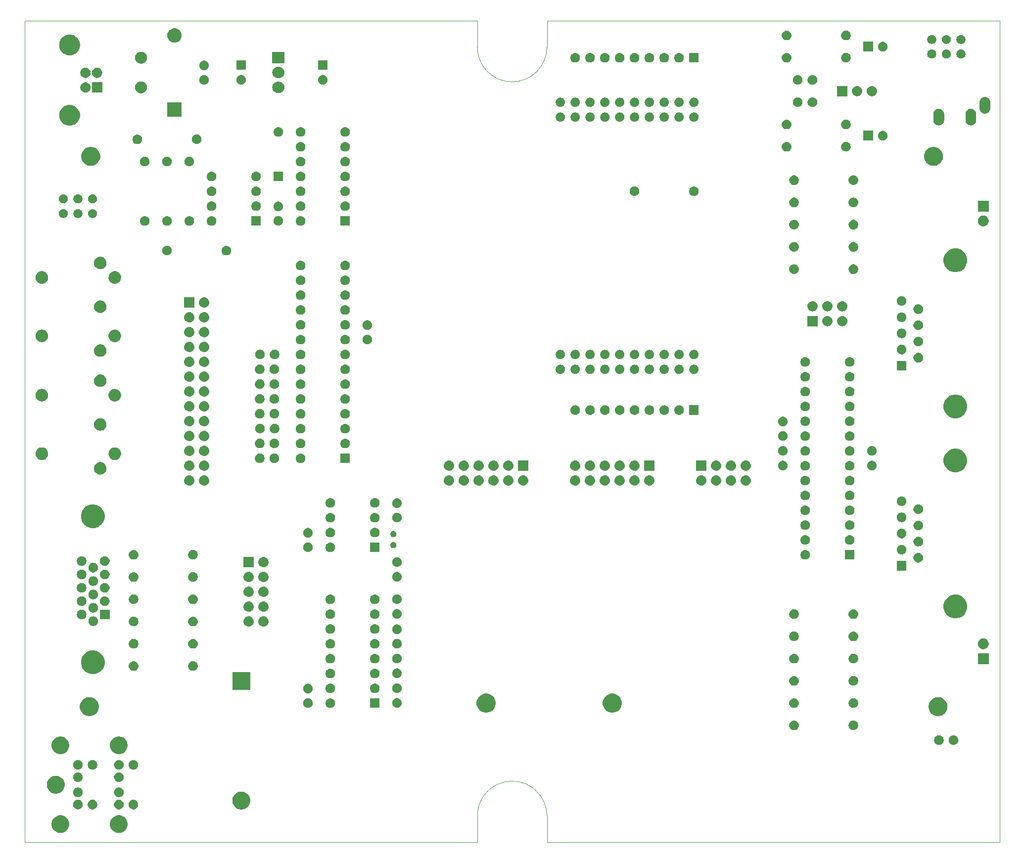
<source format=gbr>
G04 #@! TF.GenerationSoftware,KiCad,Pcbnew,5.0.1-33cea8e~67~ubuntu18.04.1*
G04 #@! TF.CreationDate,2020-01-20T06:57:41+00:00*
G04 #@! TF.ProjectId,neotron-32,6E656F74726F6E2D33322E6B69636164,[v1.2.1]*
G04 #@! TF.SameCoordinates,Original*
G04 #@! TF.FileFunction,Soldermask,Bot*
G04 #@! TF.FilePolarity,Negative*
%FSLAX46Y46*%
G04 Gerber Fmt 4.6, Leading zero omitted, Abs format (unit mm)*
G04 Created by KiCad (PCBNEW 5.0.1-33cea8e~67~ubuntu18.04.1) date Mon Jan 20 06:57:41 2020*
%MOMM*%
%LPD*%
G01*
G04 APERTURE LIST*
%ADD10C,0.050000*%
%ADD11C,0.350000*%
G04 APERTURE END LIST*
D10*
X160266000Y-158450000D02*
X237766000Y-158450000D01*
X148366000Y-158450000D02*
X148366000Y-158450000D01*
X160266000Y-153920000D02*
X160266000Y-158450000D01*
X148366000Y-153920000D02*
X148366000Y-158450000D01*
X160266000Y-153920000D02*
G75*
G03X148366000Y-153920000I-5950000J0D01*
G01*
X160266000Y-17780000D02*
X237766000Y-17780000D01*
X160266000Y-22310000D02*
X160266000Y-17780000D01*
X148366000Y-22310000D02*
X148366000Y-17780000D01*
X160266000Y-22310000D02*
G75*
G02X148366000Y-22310000I-5950000J0D01*
G01*
X237766000Y-17780000D02*
X237766000Y-158450000D01*
X70866000Y-158450000D02*
X148366000Y-158450000D01*
X70866000Y-17780000D02*
X148366000Y-17780000D01*
X70866000Y-17780000D02*
X70866000Y-158450000D01*
D11*
G36*
X87443484Y-153878028D02*
X87720180Y-153992639D01*
X87969199Y-154159028D01*
X88180972Y-154370801D01*
X88347361Y-154619820D01*
X88461972Y-154896516D01*
X88520400Y-155190254D01*
X88520400Y-155489746D01*
X88461972Y-155783484D01*
X88347361Y-156060180D01*
X88180972Y-156309199D01*
X87969199Y-156520972D01*
X87720180Y-156687361D01*
X87443484Y-156801972D01*
X87149746Y-156860400D01*
X86850254Y-156860400D01*
X86556516Y-156801972D01*
X86279820Y-156687361D01*
X86030801Y-156520972D01*
X85819028Y-156309199D01*
X85652639Y-156060180D01*
X85538028Y-155783484D01*
X85479600Y-155489746D01*
X85479600Y-155190254D01*
X85538028Y-154896516D01*
X85652639Y-154619820D01*
X85819028Y-154370801D01*
X86030801Y-154159028D01*
X86279820Y-153992639D01*
X86556516Y-153878028D01*
X86850254Y-153819600D01*
X87149746Y-153819600D01*
X87443484Y-153878028D01*
X87443484Y-153878028D01*
G37*
G36*
X77443484Y-153878028D02*
X77720180Y-153992639D01*
X77969199Y-154159028D01*
X78180972Y-154370801D01*
X78347361Y-154619820D01*
X78461972Y-154896516D01*
X78520400Y-155190254D01*
X78520400Y-155489746D01*
X78461972Y-155783484D01*
X78347361Y-156060180D01*
X78180972Y-156309199D01*
X77969199Y-156520972D01*
X77720180Y-156687361D01*
X77443484Y-156801972D01*
X77149746Y-156860400D01*
X76850254Y-156860400D01*
X76556516Y-156801972D01*
X76279820Y-156687361D01*
X76030801Y-156520972D01*
X75819028Y-156309199D01*
X75652639Y-156060180D01*
X75538028Y-155783484D01*
X75479600Y-155489746D01*
X75479600Y-155190254D01*
X75538028Y-154896516D01*
X75652639Y-154619820D01*
X75819028Y-154370801D01*
X76030801Y-154159028D01*
X76279820Y-153992639D01*
X76556516Y-153878028D01*
X76850254Y-153819600D01*
X77149746Y-153819600D01*
X77443484Y-153878028D01*
X77443484Y-153878028D01*
G37*
G36*
X108394943Y-149833220D02*
X108672548Y-149948208D01*
X108922386Y-150115144D01*
X109134856Y-150327614D01*
X109301792Y-150577452D01*
X109416780Y-150855057D01*
X109475400Y-151149761D01*
X109475400Y-151450239D01*
X109416780Y-151744943D01*
X109301792Y-152022548D01*
X109134856Y-152272386D01*
X108922386Y-152484856D01*
X108672548Y-152651792D01*
X108394943Y-152766780D01*
X108100239Y-152825400D01*
X107799761Y-152825400D01*
X107505057Y-152766780D01*
X107227452Y-152651792D01*
X106977614Y-152484856D01*
X106765144Y-152272386D01*
X106598208Y-152022548D01*
X106483220Y-151744943D01*
X106424600Y-151450239D01*
X106424600Y-151149761D01*
X106483220Y-150855057D01*
X106598208Y-150577452D01*
X106765144Y-150327614D01*
X106977614Y-150115144D01*
X107227452Y-149948208D01*
X107505057Y-149833220D01*
X107799761Y-149774600D01*
X108100239Y-149774600D01*
X108394943Y-149833220D01*
X108394943Y-149833220D01*
G37*
G36*
X82740760Y-151196319D02*
X82890974Y-151258540D01*
X83026162Y-151348870D01*
X83141130Y-151463838D01*
X83231460Y-151599026D01*
X83293681Y-151749240D01*
X83325400Y-151908705D01*
X83325400Y-152071295D01*
X83293681Y-152230760D01*
X83231460Y-152380974D01*
X83141130Y-152516162D01*
X83026162Y-152631130D01*
X82890974Y-152721460D01*
X82740760Y-152783681D01*
X82581295Y-152815400D01*
X82418705Y-152815400D01*
X82259240Y-152783681D01*
X82109026Y-152721460D01*
X81973838Y-152631130D01*
X81858870Y-152516162D01*
X81768540Y-152380974D01*
X81706319Y-152230760D01*
X81674600Y-152071295D01*
X81674600Y-151908705D01*
X81706319Y-151749240D01*
X81768540Y-151599026D01*
X81858870Y-151463838D01*
X81973838Y-151348870D01*
X82109026Y-151258540D01*
X82259240Y-151196319D01*
X82418705Y-151164600D01*
X82581295Y-151164600D01*
X82740760Y-151196319D01*
X82740760Y-151196319D01*
G37*
G36*
X80240760Y-151196319D02*
X80390974Y-151258540D01*
X80526162Y-151348870D01*
X80641130Y-151463838D01*
X80731460Y-151599026D01*
X80793681Y-151749240D01*
X80825400Y-151908705D01*
X80825400Y-152071295D01*
X80793681Y-152230760D01*
X80731460Y-152380974D01*
X80641130Y-152516162D01*
X80526162Y-152631130D01*
X80390974Y-152721460D01*
X80240760Y-152783681D01*
X80081295Y-152815400D01*
X79918705Y-152815400D01*
X79759240Y-152783681D01*
X79609026Y-152721460D01*
X79473838Y-152631130D01*
X79358870Y-152516162D01*
X79268540Y-152380974D01*
X79206319Y-152230760D01*
X79174600Y-152071295D01*
X79174600Y-151908705D01*
X79206319Y-151749240D01*
X79268540Y-151599026D01*
X79358870Y-151463838D01*
X79473838Y-151348870D01*
X79609026Y-151258540D01*
X79759240Y-151196319D01*
X79918705Y-151164600D01*
X80081295Y-151164600D01*
X80240760Y-151196319D01*
X80240760Y-151196319D01*
G37*
G36*
X87240760Y-151196319D02*
X87390974Y-151258540D01*
X87526162Y-151348870D01*
X87641130Y-151463838D01*
X87731460Y-151599026D01*
X87793681Y-151749240D01*
X87825400Y-151908705D01*
X87825400Y-152071295D01*
X87793681Y-152230760D01*
X87731460Y-152380974D01*
X87641130Y-152516162D01*
X87526162Y-152631130D01*
X87390974Y-152721460D01*
X87240760Y-152783681D01*
X87081295Y-152815400D01*
X86918705Y-152815400D01*
X86759240Y-152783681D01*
X86609026Y-152721460D01*
X86473838Y-152631130D01*
X86358870Y-152516162D01*
X86268540Y-152380974D01*
X86206319Y-152230760D01*
X86174600Y-152071295D01*
X86174600Y-151908705D01*
X86206319Y-151749240D01*
X86268540Y-151599026D01*
X86358870Y-151463838D01*
X86473838Y-151348870D01*
X86609026Y-151258540D01*
X86759240Y-151196319D01*
X86918705Y-151164600D01*
X87081295Y-151164600D01*
X87240760Y-151196319D01*
X87240760Y-151196319D01*
G37*
G36*
X89740760Y-151196319D02*
X89890974Y-151258540D01*
X90026162Y-151348870D01*
X90141130Y-151463838D01*
X90231460Y-151599026D01*
X90293681Y-151749240D01*
X90325400Y-151908705D01*
X90325400Y-152071295D01*
X90293681Y-152230760D01*
X90231460Y-152380974D01*
X90141130Y-152516162D01*
X90026162Y-152631130D01*
X89890974Y-152721460D01*
X89740760Y-152783681D01*
X89581295Y-152815400D01*
X89418705Y-152815400D01*
X89259240Y-152783681D01*
X89109026Y-152721460D01*
X88973838Y-152631130D01*
X88858870Y-152516162D01*
X88768540Y-152380974D01*
X88706319Y-152230760D01*
X88674600Y-152071295D01*
X88674600Y-151908705D01*
X88706319Y-151749240D01*
X88768540Y-151599026D01*
X88858870Y-151463838D01*
X88973838Y-151348870D01*
X89109026Y-151258540D01*
X89259240Y-151196319D01*
X89418705Y-151164600D01*
X89581295Y-151164600D01*
X89740760Y-151196319D01*
X89740760Y-151196319D01*
G37*
G36*
X80240760Y-149096319D02*
X80390974Y-149158540D01*
X80526162Y-149248870D01*
X80641130Y-149363838D01*
X80731460Y-149499026D01*
X80793681Y-149649240D01*
X80825400Y-149808705D01*
X80825400Y-149971295D01*
X80793681Y-150130760D01*
X80731460Y-150280974D01*
X80641130Y-150416162D01*
X80526162Y-150531130D01*
X80390974Y-150621460D01*
X80240760Y-150683681D01*
X80081295Y-150715400D01*
X79918705Y-150715400D01*
X79759240Y-150683681D01*
X79609026Y-150621460D01*
X79473838Y-150531130D01*
X79358870Y-150416162D01*
X79268540Y-150280974D01*
X79206319Y-150130760D01*
X79174600Y-149971295D01*
X79174600Y-149808705D01*
X79206319Y-149649240D01*
X79268540Y-149499026D01*
X79358870Y-149363838D01*
X79473838Y-149248870D01*
X79609026Y-149158540D01*
X79759240Y-149096319D01*
X79918705Y-149064600D01*
X80081295Y-149064600D01*
X80240760Y-149096319D01*
X80240760Y-149096319D01*
G37*
G36*
X87240760Y-149096319D02*
X87390974Y-149158540D01*
X87526162Y-149248870D01*
X87641130Y-149363838D01*
X87731460Y-149499026D01*
X87793681Y-149649240D01*
X87825400Y-149808705D01*
X87825400Y-149971295D01*
X87793681Y-150130760D01*
X87731460Y-150280974D01*
X87641130Y-150416162D01*
X87526162Y-150531130D01*
X87390974Y-150621460D01*
X87240760Y-150683681D01*
X87081295Y-150715400D01*
X86918705Y-150715400D01*
X86759240Y-150683681D01*
X86609026Y-150621460D01*
X86473838Y-150531130D01*
X86358870Y-150416162D01*
X86268540Y-150280974D01*
X86206319Y-150130760D01*
X86174600Y-149971295D01*
X86174600Y-149808705D01*
X86206319Y-149649240D01*
X86268540Y-149499026D01*
X86358870Y-149363838D01*
X86473838Y-149248870D01*
X86609026Y-149158540D01*
X86759240Y-149096319D01*
X86918705Y-149064600D01*
X87081295Y-149064600D01*
X87240760Y-149096319D01*
X87240760Y-149096319D01*
G37*
G36*
X76643484Y-147128028D02*
X76920180Y-147242639D01*
X77169199Y-147409028D01*
X77380972Y-147620801D01*
X77547361Y-147869820D01*
X77661972Y-148146516D01*
X77720400Y-148440254D01*
X77720400Y-148739746D01*
X77661972Y-149033484D01*
X77547361Y-149310180D01*
X77380972Y-149559199D01*
X77169199Y-149770972D01*
X76920180Y-149937361D01*
X76643484Y-150051972D01*
X76349746Y-150110400D01*
X76050254Y-150110400D01*
X75756516Y-150051972D01*
X75479820Y-149937361D01*
X75230801Y-149770972D01*
X75019028Y-149559199D01*
X74852639Y-149310180D01*
X74738028Y-149033484D01*
X74679600Y-148739746D01*
X74679600Y-148440254D01*
X74738028Y-148146516D01*
X74852639Y-147869820D01*
X75019028Y-147620801D01*
X75230801Y-147409028D01*
X75479820Y-147242639D01*
X75756516Y-147128028D01*
X76050254Y-147069600D01*
X76349746Y-147069600D01*
X76643484Y-147128028D01*
X76643484Y-147128028D01*
G37*
G36*
X80240760Y-146496319D02*
X80390974Y-146558540D01*
X80526162Y-146648870D01*
X80641130Y-146763838D01*
X80731460Y-146899026D01*
X80793681Y-147049240D01*
X80825400Y-147208705D01*
X80825400Y-147371295D01*
X80793681Y-147530760D01*
X80731460Y-147680974D01*
X80641130Y-147816162D01*
X80526162Y-147931130D01*
X80390974Y-148021460D01*
X80240760Y-148083681D01*
X80081295Y-148115400D01*
X79918705Y-148115400D01*
X79759240Y-148083681D01*
X79609026Y-148021460D01*
X79473838Y-147931130D01*
X79358870Y-147816162D01*
X79268540Y-147680974D01*
X79206319Y-147530760D01*
X79174600Y-147371295D01*
X79174600Y-147208705D01*
X79206319Y-147049240D01*
X79268540Y-146899026D01*
X79358870Y-146763838D01*
X79473838Y-146648870D01*
X79609026Y-146558540D01*
X79759240Y-146496319D01*
X79918705Y-146464600D01*
X80081295Y-146464600D01*
X80240760Y-146496319D01*
X80240760Y-146496319D01*
G37*
G36*
X87240760Y-146496319D02*
X87390974Y-146558540D01*
X87526162Y-146648870D01*
X87641130Y-146763838D01*
X87731460Y-146899026D01*
X87793681Y-147049240D01*
X87825400Y-147208705D01*
X87825400Y-147371295D01*
X87793681Y-147530760D01*
X87731460Y-147680974D01*
X87641130Y-147816162D01*
X87526162Y-147931130D01*
X87390974Y-148021460D01*
X87240760Y-148083681D01*
X87081295Y-148115400D01*
X86918705Y-148115400D01*
X86759240Y-148083681D01*
X86609026Y-148021460D01*
X86473838Y-147931130D01*
X86358870Y-147816162D01*
X86268540Y-147680974D01*
X86206319Y-147530760D01*
X86174600Y-147371295D01*
X86174600Y-147208705D01*
X86206319Y-147049240D01*
X86268540Y-146899026D01*
X86358870Y-146763838D01*
X86473838Y-146648870D01*
X86609026Y-146558540D01*
X86759240Y-146496319D01*
X86918705Y-146464600D01*
X87081295Y-146464600D01*
X87240760Y-146496319D01*
X87240760Y-146496319D01*
G37*
G36*
X89740760Y-144396319D02*
X89890974Y-144458540D01*
X90026162Y-144548870D01*
X90141130Y-144663838D01*
X90231460Y-144799026D01*
X90293681Y-144949240D01*
X90325400Y-145108705D01*
X90325400Y-145271295D01*
X90293681Y-145430760D01*
X90231460Y-145580974D01*
X90141130Y-145716162D01*
X90026162Y-145831130D01*
X89890974Y-145921460D01*
X89740760Y-145983681D01*
X89581295Y-146015400D01*
X89418705Y-146015400D01*
X89259240Y-145983681D01*
X89109026Y-145921460D01*
X88973838Y-145831130D01*
X88858870Y-145716162D01*
X88768540Y-145580974D01*
X88706319Y-145430760D01*
X88674600Y-145271295D01*
X88674600Y-145108705D01*
X88706319Y-144949240D01*
X88768540Y-144799026D01*
X88858870Y-144663838D01*
X88973838Y-144548870D01*
X89109026Y-144458540D01*
X89259240Y-144396319D01*
X89418705Y-144364600D01*
X89581295Y-144364600D01*
X89740760Y-144396319D01*
X89740760Y-144396319D01*
G37*
G36*
X87240760Y-144396319D02*
X87390974Y-144458540D01*
X87526162Y-144548870D01*
X87641130Y-144663838D01*
X87731460Y-144799026D01*
X87793681Y-144949240D01*
X87825400Y-145108705D01*
X87825400Y-145271295D01*
X87793681Y-145430760D01*
X87731460Y-145580974D01*
X87641130Y-145716162D01*
X87526162Y-145831130D01*
X87390974Y-145921460D01*
X87240760Y-145983681D01*
X87081295Y-146015400D01*
X86918705Y-146015400D01*
X86759240Y-145983681D01*
X86609026Y-145921460D01*
X86473838Y-145831130D01*
X86358870Y-145716162D01*
X86268540Y-145580974D01*
X86206319Y-145430760D01*
X86174600Y-145271295D01*
X86174600Y-145108705D01*
X86206319Y-144949240D01*
X86268540Y-144799026D01*
X86358870Y-144663838D01*
X86473838Y-144548870D01*
X86609026Y-144458540D01*
X86759240Y-144396319D01*
X86918705Y-144364600D01*
X87081295Y-144364600D01*
X87240760Y-144396319D01*
X87240760Y-144396319D01*
G37*
G36*
X80240760Y-144396319D02*
X80390974Y-144458540D01*
X80526162Y-144548870D01*
X80641130Y-144663838D01*
X80731460Y-144799026D01*
X80793681Y-144949240D01*
X80825400Y-145108705D01*
X80825400Y-145271295D01*
X80793681Y-145430760D01*
X80731460Y-145580974D01*
X80641130Y-145716162D01*
X80526162Y-145831130D01*
X80390974Y-145921460D01*
X80240760Y-145983681D01*
X80081295Y-146015400D01*
X79918705Y-146015400D01*
X79759240Y-145983681D01*
X79609026Y-145921460D01*
X79473838Y-145831130D01*
X79358870Y-145716162D01*
X79268540Y-145580974D01*
X79206319Y-145430760D01*
X79174600Y-145271295D01*
X79174600Y-145108705D01*
X79206319Y-144949240D01*
X79268540Y-144799026D01*
X79358870Y-144663838D01*
X79473838Y-144548870D01*
X79609026Y-144458540D01*
X79759240Y-144396319D01*
X79918705Y-144364600D01*
X80081295Y-144364600D01*
X80240760Y-144396319D01*
X80240760Y-144396319D01*
G37*
G36*
X82740760Y-144396319D02*
X82890974Y-144458540D01*
X83026162Y-144548870D01*
X83141130Y-144663838D01*
X83231460Y-144799026D01*
X83293681Y-144949240D01*
X83325400Y-145108705D01*
X83325400Y-145271295D01*
X83293681Y-145430760D01*
X83231460Y-145580974D01*
X83141130Y-145716162D01*
X83026162Y-145831130D01*
X82890974Y-145921460D01*
X82740760Y-145983681D01*
X82581295Y-146015400D01*
X82418705Y-146015400D01*
X82259240Y-145983681D01*
X82109026Y-145921460D01*
X81973838Y-145831130D01*
X81858870Y-145716162D01*
X81768540Y-145580974D01*
X81706319Y-145430760D01*
X81674600Y-145271295D01*
X81674600Y-145108705D01*
X81706319Y-144949240D01*
X81768540Y-144799026D01*
X81858870Y-144663838D01*
X81973838Y-144548870D01*
X82109026Y-144458540D01*
X82259240Y-144396319D01*
X82418705Y-144364600D01*
X82581295Y-144364600D01*
X82740760Y-144396319D01*
X82740760Y-144396319D01*
G37*
G36*
X87443484Y-140378028D02*
X87720180Y-140492639D01*
X87969199Y-140659028D01*
X88180972Y-140870801D01*
X88347361Y-141119820D01*
X88461972Y-141396516D01*
X88520400Y-141690254D01*
X88520400Y-141989746D01*
X88461972Y-142283484D01*
X88347361Y-142560180D01*
X88180972Y-142809199D01*
X87969199Y-143020972D01*
X87720180Y-143187361D01*
X87443484Y-143301972D01*
X87149746Y-143360400D01*
X86850254Y-143360400D01*
X86556516Y-143301972D01*
X86279820Y-143187361D01*
X86030801Y-143020972D01*
X85819028Y-142809199D01*
X85652639Y-142560180D01*
X85538028Y-142283484D01*
X85479600Y-141989746D01*
X85479600Y-141690254D01*
X85538028Y-141396516D01*
X85652639Y-141119820D01*
X85819028Y-140870801D01*
X86030801Y-140659028D01*
X86279820Y-140492639D01*
X86556516Y-140378028D01*
X86850254Y-140319600D01*
X87149746Y-140319600D01*
X87443484Y-140378028D01*
X87443484Y-140378028D01*
G37*
G36*
X77443484Y-140378028D02*
X77720180Y-140492639D01*
X77969199Y-140659028D01*
X78180972Y-140870801D01*
X78347361Y-141119820D01*
X78461972Y-141396516D01*
X78520400Y-141690254D01*
X78520400Y-141989746D01*
X78461972Y-142283484D01*
X78347361Y-142560180D01*
X78180972Y-142809199D01*
X77969199Y-143020972D01*
X77720180Y-143187361D01*
X77443484Y-143301972D01*
X77149746Y-143360400D01*
X76850254Y-143360400D01*
X76556516Y-143301972D01*
X76279820Y-143187361D01*
X76030801Y-143020972D01*
X75819028Y-142809199D01*
X75652639Y-142560180D01*
X75538028Y-142283484D01*
X75479600Y-141989746D01*
X75479600Y-141690254D01*
X75538028Y-141396516D01*
X75652639Y-141119820D01*
X75819028Y-140870801D01*
X76030801Y-140659028D01*
X76279820Y-140492639D01*
X76556516Y-140378028D01*
X76850254Y-140319600D01*
X77149746Y-140319600D01*
X77443484Y-140378028D01*
X77443484Y-140378028D01*
G37*
G36*
X227610760Y-140176319D02*
X227760974Y-140238540D01*
X227896162Y-140328870D01*
X228011130Y-140443838D01*
X228101460Y-140579026D01*
X228163681Y-140729240D01*
X228195400Y-140888705D01*
X228195400Y-141051295D01*
X228163681Y-141210760D01*
X228101460Y-141360974D01*
X228011130Y-141496162D01*
X227896162Y-141611130D01*
X227760974Y-141701460D01*
X227610760Y-141763681D01*
X227451295Y-141795400D01*
X227288705Y-141795400D01*
X227129240Y-141763681D01*
X226979026Y-141701460D01*
X226843838Y-141611130D01*
X226728870Y-141496162D01*
X226638540Y-141360974D01*
X226576319Y-141210760D01*
X226544600Y-141051295D01*
X226544600Y-140888705D01*
X226576319Y-140729240D01*
X226638540Y-140579026D01*
X226728870Y-140443838D01*
X226843838Y-140328870D01*
X226979026Y-140238540D01*
X227129240Y-140176319D01*
X227288705Y-140144600D01*
X227451295Y-140144600D01*
X227610760Y-140176319D01*
X227610760Y-140176319D01*
G37*
G36*
X230110760Y-140176319D02*
X230260974Y-140238540D01*
X230396162Y-140328870D01*
X230511130Y-140443838D01*
X230601460Y-140579026D01*
X230663681Y-140729240D01*
X230695400Y-140888705D01*
X230695400Y-141051295D01*
X230663681Y-141210760D01*
X230601460Y-141360974D01*
X230511130Y-141496162D01*
X230396162Y-141611130D01*
X230260974Y-141701460D01*
X230110760Y-141763681D01*
X229951295Y-141795400D01*
X229788705Y-141795400D01*
X229629240Y-141763681D01*
X229479026Y-141701460D01*
X229343838Y-141611130D01*
X229228870Y-141496162D01*
X229138540Y-141360974D01*
X229076319Y-141210760D01*
X229044600Y-141051295D01*
X229044600Y-140888705D01*
X229076319Y-140729240D01*
X229138540Y-140579026D01*
X229228870Y-140443838D01*
X229343838Y-140328870D01*
X229479026Y-140238540D01*
X229629240Y-140176319D01*
X229788705Y-140144600D01*
X229951295Y-140144600D01*
X230110760Y-140176319D01*
X230110760Y-140176319D01*
G37*
G36*
X212965760Y-137636319D02*
X213115974Y-137698540D01*
X213251162Y-137788870D01*
X213366130Y-137903838D01*
X213456460Y-138039026D01*
X213518681Y-138189240D01*
X213550400Y-138348705D01*
X213550400Y-138511295D01*
X213518681Y-138670760D01*
X213456460Y-138820974D01*
X213366130Y-138956162D01*
X213251162Y-139071130D01*
X213115974Y-139161460D01*
X212965760Y-139223681D01*
X212806295Y-139255400D01*
X212643705Y-139255400D01*
X212484240Y-139223681D01*
X212334026Y-139161460D01*
X212198838Y-139071130D01*
X212083870Y-138956162D01*
X211993540Y-138820974D01*
X211931319Y-138670760D01*
X211899600Y-138511295D01*
X211899600Y-138348705D01*
X211931319Y-138189240D01*
X211993540Y-138039026D01*
X212083870Y-137903838D01*
X212198838Y-137788870D01*
X212334026Y-137698540D01*
X212484240Y-137636319D01*
X212643705Y-137604600D01*
X212806295Y-137604600D01*
X212965760Y-137636319D01*
X212965760Y-137636319D01*
G37*
G36*
X202726807Y-137616543D02*
X202882394Y-137663740D01*
X203025787Y-137740385D01*
X203151470Y-137843530D01*
X203254615Y-137969213D01*
X203331260Y-138112606D01*
X203378457Y-138268193D01*
X203394394Y-138430000D01*
X203378457Y-138591807D01*
X203331260Y-138747394D01*
X203254615Y-138890787D01*
X203151470Y-139016470D01*
X203025787Y-139119615D01*
X202882394Y-139196260D01*
X202726807Y-139243457D01*
X202605551Y-139255400D01*
X202524449Y-139255400D01*
X202403193Y-139243457D01*
X202247606Y-139196260D01*
X202104213Y-139119615D01*
X201978530Y-139016470D01*
X201875385Y-138890787D01*
X201798740Y-138747394D01*
X201751543Y-138591807D01*
X201735606Y-138430000D01*
X201751543Y-138268193D01*
X201798740Y-138112606D01*
X201875385Y-137969213D01*
X201978530Y-137843530D01*
X202104213Y-137740385D01*
X202247606Y-137663740D01*
X202403193Y-137616543D01*
X202524449Y-137604600D01*
X202605551Y-137604600D01*
X202726807Y-137616543D01*
X202726807Y-137616543D01*
G37*
G36*
X227684112Y-133657063D02*
X227979916Y-133779589D01*
X228246132Y-133957469D01*
X228472531Y-134183868D01*
X228650411Y-134450084D01*
X228772937Y-134745888D01*
X228835400Y-135059912D01*
X228835400Y-135380088D01*
X228772937Y-135694112D01*
X228650411Y-135989916D01*
X228472531Y-136256132D01*
X228246132Y-136482531D01*
X227979916Y-136660411D01*
X227684112Y-136782937D01*
X227370088Y-136845400D01*
X227049912Y-136845400D01*
X226735888Y-136782937D01*
X226440084Y-136660411D01*
X226173868Y-136482531D01*
X225947469Y-136256132D01*
X225769589Y-135989916D01*
X225647063Y-135694112D01*
X225584600Y-135380088D01*
X225584600Y-135059912D01*
X225647063Y-134745888D01*
X225769589Y-134450084D01*
X225947469Y-134183868D01*
X226173868Y-133957469D01*
X226440084Y-133779589D01*
X226735888Y-133657063D01*
X227049912Y-133594600D01*
X227370088Y-133594600D01*
X227684112Y-133657063D01*
X227684112Y-133657063D01*
G37*
G36*
X82434112Y-133657063D02*
X82729916Y-133779589D01*
X82996132Y-133957469D01*
X83222531Y-134183868D01*
X83400411Y-134450084D01*
X83522937Y-134745888D01*
X83585400Y-135059912D01*
X83585400Y-135380088D01*
X83522937Y-135694112D01*
X83400411Y-135989916D01*
X83222531Y-136256132D01*
X82996132Y-136482531D01*
X82729916Y-136660411D01*
X82434112Y-136782937D01*
X82120088Y-136845400D01*
X81799912Y-136845400D01*
X81485888Y-136782937D01*
X81190084Y-136660411D01*
X80923868Y-136482531D01*
X80697469Y-136256132D01*
X80519589Y-135989916D01*
X80397063Y-135694112D01*
X80334600Y-135380088D01*
X80334600Y-135059912D01*
X80397063Y-134745888D01*
X80519589Y-134450084D01*
X80697469Y-134183868D01*
X80923868Y-133957469D01*
X81190084Y-133779589D01*
X81485888Y-133657063D01*
X81799912Y-133594600D01*
X82120088Y-133594600D01*
X82434112Y-133657063D01*
X82434112Y-133657063D01*
G37*
G36*
X171924112Y-133057063D02*
X172219916Y-133179589D01*
X172486132Y-133357469D01*
X172712531Y-133583868D01*
X172890411Y-133850084D01*
X173012937Y-134145888D01*
X173075400Y-134459912D01*
X173075400Y-134780088D01*
X173012937Y-135094112D01*
X172890411Y-135389916D01*
X172712531Y-135656132D01*
X172486132Y-135882531D01*
X172219916Y-136060411D01*
X171924112Y-136182937D01*
X171610088Y-136245400D01*
X171289912Y-136245400D01*
X170975888Y-136182937D01*
X170680084Y-136060411D01*
X170413868Y-135882531D01*
X170187469Y-135656132D01*
X170009589Y-135389916D01*
X169887063Y-135094112D01*
X169824600Y-134780088D01*
X169824600Y-134459912D01*
X169887063Y-134145888D01*
X170009589Y-133850084D01*
X170187469Y-133583868D01*
X170413868Y-133357469D01*
X170680084Y-133179589D01*
X170975888Y-133057063D01*
X171289912Y-132994600D01*
X171610088Y-132994600D01*
X171924112Y-133057063D01*
X171924112Y-133057063D01*
G37*
G36*
X150334112Y-133057063D02*
X150629916Y-133179589D01*
X150896132Y-133357469D01*
X151122531Y-133583868D01*
X151300411Y-133850084D01*
X151422937Y-134145888D01*
X151485400Y-134459912D01*
X151485400Y-134780088D01*
X151422937Y-135094112D01*
X151300411Y-135389916D01*
X151122531Y-135656132D01*
X150896132Y-135882531D01*
X150629916Y-136060411D01*
X150334112Y-136182937D01*
X150020088Y-136245400D01*
X149699912Y-136245400D01*
X149385888Y-136182937D01*
X149090084Y-136060411D01*
X148823868Y-135882531D01*
X148597469Y-135656132D01*
X148419589Y-135389916D01*
X148297063Y-135094112D01*
X148234600Y-134780088D01*
X148234600Y-134459912D01*
X148297063Y-134145888D01*
X148419589Y-133850084D01*
X148597469Y-133583868D01*
X148823868Y-133357469D01*
X149090084Y-133179589D01*
X149385888Y-133057063D01*
X149699912Y-132994600D01*
X150020088Y-132994600D01*
X150334112Y-133057063D01*
X150334112Y-133057063D01*
G37*
G36*
X123351807Y-133806543D02*
X123507394Y-133853740D01*
X123650787Y-133930385D01*
X123776470Y-134033530D01*
X123879615Y-134159213D01*
X123956260Y-134302606D01*
X124003457Y-134458193D01*
X124019394Y-134620000D01*
X124003457Y-134781807D01*
X123956260Y-134937394D01*
X123879615Y-135080787D01*
X123776470Y-135206470D01*
X123650787Y-135309615D01*
X123507394Y-135386260D01*
X123351807Y-135433457D01*
X123230551Y-135445400D01*
X123149449Y-135445400D01*
X123028193Y-135433457D01*
X122872606Y-135386260D01*
X122729213Y-135309615D01*
X122603530Y-135206470D01*
X122500385Y-135080787D01*
X122423740Y-134937394D01*
X122376543Y-134781807D01*
X122360606Y-134620000D01*
X122376543Y-134458193D01*
X122423740Y-134302606D01*
X122500385Y-134159213D01*
X122603530Y-134033530D01*
X122729213Y-133930385D01*
X122872606Y-133853740D01*
X123028193Y-133806543D01*
X123149449Y-133794600D01*
X123230551Y-133794600D01*
X123351807Y-133806543D01*
X123351807Y-133806543D01*
G37*
G36*
X131635400Y-135445400D02*
X129984600Y-135445400D01*
X129984600Y-133794600D01*
X131635400Y-133794600D01*
X131635400Y-135445400D01*
X131635400Y-135445400D01*
G37*
G36*
X119620760Y-133826319D02*
X119770974Y-133888540D01*
X119906162Y-133978870D01*
X120021130Y-134093838D01*
X120111460Y-134229026D01*
X120173681Y-134379240D01*
X120205400Y-134538705D01*
X120205400Y-134701295D01*
X120173681Y-134860760D01*
X120111460Y-135010974D01*
X120021130Y-135146162D01*
X119906162Y-135261130D01*
X119770974Y-135351460D01*
X119620760Y-135413681D01*
X119461295Y-135445400D01*
X119298705Y-135445400D01*
X119139240Y-135413681D01*
X118989026Y-135351460D01*
X118853838Y-135261130D01*
X118738870Y-135146162D01*
X118648540Y-135010974D01*
X118586319Y-134860760D01*
X118554600Y-134701295D01*
X118554600Y-134538705D01*
X118586319Y-134379240D01*
X118648540Y-134229026D01*
X118738870Y-134093838D01*
X118853838Y-133978870D01*
X118989026Y-133888540D01*
X119139240Y-133826319D01*
X119298705Y-133794600D01*
X119461295Y-133794600D01*
X119620760Y-133826319D01*
X119620760Y-133826319D01*
G37*
G36*
X212965760Y-133826319D02*
X213115974Y-133888540D01*
X213251162Y-133978870D01*
X213366130Y-134093838D01*
X213456460Y-134229026D01*
X213518681Y-134379240D01*
X213550400Y-134538705D01*
X213550400Y-134701295D01*
X213518681Y-134860760D01*
X213456460Y-135010974D01*
X213366130Y-135146162D01*
X213251162Y-135261130D01*
X213115974Y-135351460D01*
X212965760Y-135413681D01*
X212806295Y-135445400D01*
X212643705Y-135445400D01*
X212484240Y-135413681D01*
X212334026Y-135351460D01*
X212198838Y-135261130D01*
X212083870Y-135146162D01*
X211993540Y-135010974D01*
X211931319Y-134860760D01*
X211899600Y-134701295D01*
X211899600Y-134538705D01*
X211931319Y-134379240D01*
X211993540Y-134229026D01*
X212083870Y-134093838D01*
X212198838Y-133978870D01*
X212334026Y-133888540D01*
X212484240Y-133826319D01*
X212643705Y-133794600D01*
X212806295Y-133794600D01*
X212965760Y-133826319D01*
X212965760Y-133826319D01*
G37*
G36*
X202726807Y-133806543D02*
X202882394Y-133853740D01*
X203025787Y-133930385D01*
X203151470Y-134033530D01*
X203254615Y-134159213D01*
X203331260Y-134302606D01*
X203378457Y-134458193D01*
X203394394Y-134620000D01*
X203378457Y-134781807D01*
X203331260Y-134937394D01*
X203254615Y-135080787D01*
X203151470Y-135206470D01*
X203025787Y-135309615D01*
X202882394Y-135386260D01*
X202726807Y-135433457D01*
X202605551Y-135445400D01*
X202524449Y-135445400D01*
X202403193Y-135433457D01*
X202247606Y-135386260D01*
X202104213Y-135309615D01*
X201978530Y-135206470D01*
X201875385Y-135080787D01*
X201798740Y-134937394D01*
X201751543Y-134781807D01*
X201735606Y-134620000D01*
X201751543Y-134458193D01*
X201798740Y-134302606D01*
X201875385Y-134159213D01*
X201978530Y-134033530D01*
X202104213Y-133930385D01*
X202247606Y-133853740D01*
X202403193Y-133806543D01*
X202524449Y-133794600D01*
X202605551Y-133794600D01*
X202726807Y-133806543D01*
X202726807Y-133806543D01*
G37*
G36*
X134860760Y-133786319D02*
X135010974Y-133848540D01*
X135146162Y-133938870D01*
X135261130Y-134053838D01*
X135351460Y-134189026D01*
X135413681Y-134339240D01*
X135445400Y-134498705D01*
X135445400Y-134661295D01*
X135413681Y-134820760D01*
X135351460Y-134970974D01*
X135261130Y-135106162D01*
X135146162Y-135221130D01*
X135010974Y-135311460D01*
X134860760Y-135373681D01*
X134701295Y-135405400D01*
X134538705Y-135405400D01*
X134379240Y-135373681D01*
X134229026Y-135311460D01*
X134093838Y-135221130D01*
X133978870Y-135106162D01*
X133888540Y-134970974D01*
X133826319Y-134820760D01*
X133794600Y-134661295D01*
X133794600Y-134498705D01*
X133826319Y-134339240D01*
X133888540Y-134189026D01*
X133978870Y-134053838D01*
X134093838Y-133938870D01*
X134229026Y-133848540D01*
X134379240Y-133786319D01*
X134538705Y-133754600D01*
X134701295Y-133754600D01*
X134860760Y-133786319D01*
X134860760Y-133786319D01*
G37*
G36*
X119620760Y-131326319D02*
X119770974Y-131388540D01*
X119906162Y-131478870D01*
X120021130Y-131593838D01*
X120111460Y-131729026D01*
X120173681Y-131879240D01*
X120205400Y-132038705D01*
X120205400Y-132201295D01*
X120173681Y-132360760D01*
X120111460Y-132510974D01*
X120021130Y-132646162D01*
X119906162Y-132761130D01*
X119770974Y-132851460D01*
X119620760Y-132913681D01*
X119461295Y-132945400D01*
X119298705Y-132945400D01*
X119139240Y-132913681D01*
X118989026Y-132851460D01*
X118853838Y-132761130D01*
X118738870Y-132646162D01*
X118648540Y-132510974D01*
X118586319Y-132360760D01*
X118554600Y-132201295D01*
X118554600Y-132038705D01*
X118586319Y-131879240D01*
X118648540Y-131729026D01*
X118738870Y-131593838D01*
X118853838Y-131478870D01*
X118989026Y-131388540D01*
X119139240Y-131326319D01*
X119298705Y-131294600D01*
X119461295Y-131294600D01*
X119620760Y-131326319D01*
X119620760Y-131326319D01*
G37*
G36*
X123351807Y-131266543D02*
X123507394Y-131313740D01*
X123650787Y-131390385D01*
X123776470Y-131493530D01*
X123879615Y-131619213D01*
X123956260Y-131762606D01*
X124003457Y-131918193D01*
X124019394Y-132080000D01*
X124003457Y-132241807D01*
X123956260Y-132397394D01*
X123879615Y-132540787D01*
X123776470Y-132666470D01*
X123650787Y-132769615D01*
X123507394Y-132846260D01*
X123351807Y-132893457D01*
X123230551Y-132905400D01*
X123149449Y-132905400D01*
X123028193Y-132893457D01*
X122872606Y-132846260D01*
X122729213Y-132769615D01*
X122603530Y-132666470D01*
X122500385Y-132540787D01*
X122423740Y-132397394D01*
X122376543Y-132241807D01*
X122360606Y-132080000D01*
X122376543Y-131918193D01*
X122423740Y-131762606D01*
X122500385Y-131619213D01*
X122603530Y-131493530D01*
X122729213Y-131390385D01*
X122872606Y-131313740D01*
X123028193Y-131266543D01*
X123149449Y-131254600D01*
X123230551Y-131254600D01*
X123351807Y-131266543D01*
X123351807Y-131266543D01*
G37*
G36*
X130971807Y-131266543D02*
X131127394Y-131313740D01*
X131270787Y-131390385D01*
X131396470Y-131493530D01*
X131499615Y-131619213D01*
X131576260Y-131762606D01*
X131623457Y-131918193D01*
X131639394Y-132080000D01*
X131623457Y-132241807D01*
X131576260Y-132397394D01*
X131499615Y-132540787D01*
X131396470Y-132666470D01*
X131270787Y-132769615D01*
X131127394Y-132846260D01*
X130971807Y-132893457D01*
X130850551Y-132905400D01*
X130769449Y-132905400D01*
X130648193Y-132893457D01*
X130492606Y-132846260D01*
X130349213Y-132769615D01*
X130223530Y-132666470D01*
X130120385Y-132540787D01*
X130043740Y-132397394D01*
X129996543Y-132241807D01*
X129980606Y-132080000D01*
X129996543Y-131918193D01*
X130043740Y-131762606D01*
X130120385Y-131619213D01*
X130223530Y-131493530D01*
X130349213Y-131390385D01*
X130492606Y-131313740D01*
X130648193Y-131266543D01*
X130769449Y-131254600D01*
X130850551Y-131254600D01*
X130971807Y-131266543D01*
X130971807Y-131266543D01*
G37*
G36*
X134860760Y-131286319D02*
X135010974Y-131348540D01*
X135146162Y-131438870D01*
X135261130Y-131553838D01*
X135351460Y-131689026D01*
X135413681Y-131839240D01*
X135445400Y-131998705D01*
X135445400Y-132161295D01*
X135413681Y-132320760D01*
X135351460Y-132470974D01*
X135261130Y-132606162D01*
X135146162Y-132721130D01*
X135010974Y-132811460D01*
X134860760Y-132873681D01*
X134701295Y-132905400D01*
X134538705Y-132905400D01*
X134379240Y-132873681D01*
X134229026Y-132811460D01*
X134093838Y-132721130D01*
X133978870Y-132606162D01*
X133888540Y-132470974D01*
X133826319Y-132320760D01*
X133794600Y-132161295D01*
X133794600Y-131998705D01*
X133826319Y-131839240D01*
X133888540Y-131689026D01*
X133978870Y-131553838D01*
X134093838Y-131438870D01*
X134229026Y-131348540D01*
X134379240Y-131286319D01*
X134538705Y-131254600D01*
X134701295Y-131254600D01*
X134860760Y-131286319D01*
X134860760Y-131286319D01*
G37*
G36*
X109475400Y-132335400D02*
X106424600Y-132335400D01*
X106424600Y-129284600D01*
X109475400Y-129284600D01*
X109475400Y-132335400D01*
X109475400Y-132335400D01*
G37*
G36*
X202726807Y-129996543D02*
X202882394Y-130043740D01*
X203025787Y-130120385D01*
X203151470Y-130223530D01*
X203254615Y-130349213D01*
X203331260Y-130492606D01*
X203378457Y-130648193D01*
X203394394Y-130810000D01*
X203378457Y-130971807D01*
X203331260Y-131127394D01*
X203254615Y-131270787D01*
X203151470Y-131396470D01*
X203025787Y-131499615D01*
X202882394Y-131576260D01*
X202726807Y-131623457D01*
X202605551Y-131635400D01*
X202524449Y-131635400D01*
X202403193Y-131623457D01*
X202247606Y-131576260D01*
X202104213Y-131499615D01*
X201978530Y-131396470D01*
X201875385Y-131270787D01*
X201798740Y-131127394D01*
X201751543Y-130971807D01*
X201735606Y-130810000D01*
X201751543Y-130648193D01*
X201798740Y-130492606D01*
X201875385Y-130349213D01*
X201978530Y-130223530D01*
X202104213Y-130120385D01*
X202247606Y-130043740D01*
X202403193Y-129996543D01*
X202524449Y-129984600D01*
X202605551Y-129984600D01*
X202726807Y-129996543D01*
X202726807Y-129996543D01*
G37*
G36*
X212965760Y-130016319D02*
X213115974Y-130078540D01*
X213251162Y-130168870D01*
X213366130Y-130283838D01*
X213456460Y-130419026D01*
X213518681Y-130569240D01*
X213550400Y-130728705D01*
X213550400Y-130891295D01*
X213518681Y-131050760D01*
X213456460Y-131200974D01*
X213366130Y-131336162D01*
X213251162Y-131451130D01*
X213115974Y-131541460D01*
X212965760Y-131603681D01*
X212806295Y-131635400D01*
X212643705Y-131635400D01*
X212484240Y-131603681D01*
X212334026Y-131541460D01*
X212198838Y-131451130D01*
X212083870Y-131336162D01*
X211993540Y-131200974D01*
X211931319Y-131050760D01*
X211899600Y-130891295D01*
X211899600Y-130728705D01*
X211931319Y-130569240D01*
X211993540Y-130419026D01*
X212083870Y-130283838D01*
X212198838Y-130168870D01*
X212334026Y-130078540D01*
X212484240Y-130016319D01*
X212643705Y-129984600D01*
X212806295Y-129984600D01*
X212965760Y-130016319D01*
X212965760Y-130016319D01*
G37*
G36*
X123351807Y-128726543D02*
X123507394Y-128773740D01*
X123650787Y-128850385D01*
X123776470Y-128953530D01*
X123879615Y-129079213D01*
X123956260Y-129222606D01*
X124003457Y-129378193D01*
X124019394Y-129540000D01*
X124003457Y-129701807D01*
X123956260Y-129857394D01*
X123879615Y-130000787D01*
X123776470Y-130126470D01*
X123650787Y-130229615D01*
X123507394Y-130306260D01*
X123351807Y-130353457D01*
X123230551Y-130365400D01*
X123149449Y-130365400D01*
X123028193Y-130353457D01*
X122872606Y-130306260D01*
X122729213Y-130229615D01*
X122603530Y-130126470D01*
X122500385Y-130000787D01*
X122423740Y-129857394D01*
X122376543Y-129701807D01*
X122360606Y-129540000D01*
X122376543Y-129378193D01*
X122423740Y-129222606D01*
X122500385Y-129079213D01*
X122603530Y-128953530D01*
X122729213Y-128850385D01*
X122872606Y-128773740D01*
X123028193Y-128726543D01*
X123149449Y-128714600D01*
X123230551Y-128714600D01*
X123351807Y-128726543D01*
X123351807Y-128726543D01*
G37*
G36*
X130971807Y-128726543D02*
X131127394Y-128773740D01*
X131270787Y-128850385D01*
X131396470Y-128953530D01*
X131499615Y-129079213D01*
X131576260Y-129222606D01*
X131623457Y-129378193D01*
X131639394Y-129540000D01*
X131623457Y-129701807D01*
X131576260Y-129857394D01*
X131499615Y-130000787D01*
X131396470Y-130126470D01*
X131270787Y-130229615D01*
X131127394Y-130306260D01*
X130971807Y-130353457D01*
X130850551Y-130365400D01*
X130769449Y-130365400D01*
X130648193Y-130353457D01*
X130492606Y-130306260D01*
X130349213Y-130229615D01*
X130223530Y-130126470D01*
X130120385Y-130000787D01*
X130043740Y-129857394D01*
X129996543Y-129701807D01*
X129980606Y-129540000D01*
X129996543Y-129378193D01*
X130043740Y-129222606D01*
X130120385Y-129079213D01*
X130223530Y-128953530D01*
X130349213Y-128850385D01*
X130492606Y-128773740D01*
X130648193Y-128726543D01*
X130769449Y-128714600D01*
X130850551Y-128714600D01*
X130971807Y-128726543D01*
X130971807Y-128726543D01*
G37*
G36*
X134860760Y-128706319D02*
X135010974Y-128768540D01*
X135146162Y-128858870D01*
X135261130Y-128973838D01*
X135351460Y-129109026D01*
X135413681Y-129259240D01*
X135445400Y-129418705D01*
X135445400Y-129581295D01*
X135413681Y-129740760D01*
X135351460Y-129890974D01*
X135261130Y-130026162D01*
X135146162Y-130141130D01*
X135010974Y-130231460D01*
X134860760Y-130293681D01*
X134701295Y-130325400D01*
X134538705Y-130325400D01*
X134379240Y-130293681D01*
X134229026Y-130231460D01*
X134093838Y-130141130D01*
X133978870Y-130026162D01*
X133888540Y-129890974D01*
X133826319Y-129740760D01*
X133794600Y-129581295D01*
X133794600Y-129418705D01*
X133826319Y-129259240D01*
X133888540Y-129109026D01*
X133978870Y-128973838D01*
X134093838Y-128858870D01*
X134229026Y-128768540D01*
X134379240Y-128706319D01*
X134538705Y-128674600D01*
X134701295Y-128674600D01*
X134860760Y-128706319D01*
X134860760Y-128706319D01*
G37*
G36*
X83140787Y-125687434D02*
X83509388Y-125840114D01*
X83841115Y-126061767D01*
X84123233Y-126343885D01*
X84344886Y-126675612D01*
X84497566Y-127044213D01*
X84575400Y-127435516D01*
X84575400Y-127834484D01*
X84497566Y-128225787D01*
X84344886Y-128594388D01*
X84123233Y-128926115D01*
X83841115Y-129208233D01*
X83509388Y-129429886D01*
X83140787Y-129582566D01*
X82749484Y-129660400D01*
X82350516Y-129660400D01*
X81959213Y-129582566D01*
X81590612Y-129429886D01*
X81258885Y-129208233D01*
X80976767Y-128926115D01*
X80755114Y-128594388D01*
X80602434Y-128225787D01*
X80524600Y-127834484D01*
X80524600Y-127435516D01*
X80602434Y-127044213D01*
X80755114Y-126675612D01*
X80976767Y-126343885D01*
X81258885Y-126061767D01*
X81590612Y-125840114D01*
X81959213Y-125687434D01*
X82350516Y-125609600D01*
X82749484Y-125609600D01*
X83140787Y-125687434D01*
X83140787Y-125687434D01*
G37*
G36*
X89696807Y-127456543D02*
X89852394Y-127503740D01*
X89995787Y-127580385D01*
X90121470Y-127683530D01*
X90224615Y-127809213D01*
X90301260Y-127952606D01*
X90348457Y-128108193D01*
X90364394Y-128270000D01*
X90348457Y-128431807D01*
X90301260Y-128587394D01*
X90224615Y-128730787D01*
X90121470Y-128856470D01*
X89995787Y-128959615D01*
X89852394Y-129036260D01*
X89696807Y-129083457D01*
X89575551Y-129095400D01*
X89494449Y-129095400D01*
X89373193Y-129083457D01*
X89217606Y-129036260D01*
X89074213Y-128959615D01*
X88948530Y-128856470D01*
X88845385Y-128730787D01*
X88768740Y-128587394D01*
X88721543Y-128431807D01*
X88705606Y-128270000D01*
X88721543Y-128108193D01*
X88768740Y-127952606D01*
X88845385Y-127809213D01*
X88948530Y-127683530D01*
X89074213Y-127580385D01*
X89217606Y-127503740D01*
X89373193Y-127456543D01*
X89494449Y-127444600D01*
X89575551Y-127444600D01*
X89696807Y-127456543D01*
X89696807Y-127456543D01*
G37*
G36*
X99935760Y-127476319D02*
X100085974Y-127538540D01*
X100221162Y-127628870D01*
X100336130Y-127743838D01*
X100426460Y-127879026D01*
X100488681Y-128029240D01*
X100520400Y-128188705D01*
X100520400Y-128351295D01*
X100488681Y-128510760D01*
X100426460Y-128660974D01*
X100336130Y-128796162D01*
X100221162Y-128911130D01*
X100085974Y-129001460D01*
X99935760Y-129063681D01*
X99776295Y-129095400D01*
X99613705Y-129095400D01*
X99454240Y-129063681D01*
X99304026Y-129001460D01*
X99168838Y-128911130D01*
X99053870Y-128796162D01*
X98963540Y-128660974D01*
X98901319Y-128510760D01*
X98869600Y-128351295D01*
X98869600Y-128188705D01*
X98901319Y-128029240D01*
X98963540Y-127879026D01*
X99053870Y-127743838D01*
X99168838Y-127628870D01*
X99304026Y-127538540D01*
X99454240Y-127476319D01*
X99613705Y-127444600D01*
X99776295Y-127444600D01*
X99935760Y-127476319D01*
X99935760Y-127476319D01*
G37*
G36*
X235875400Y-127925400D02*
X234024600Y-127925400D01*
X234024600Y-126074600D01*
X235875400Y-126074600D01*
X235875400Y-127925400D01*
X235875400Y-127925400D01*
G37*
G36*
X130971807Y-126186543D02*
X131127394Y-126233740D01*
X131270787Y-126310385D01*
X131396470Y-126413530D01*
X131499615Y-126539213D01*
X131576260Y-126682606D01*
X131623457Y-126838193D01*
X131639394Y-127000000D01*
X131623457Y-127161807D01*
X131576260Y-127317394D01*
X131499615Y-127460787D01*
X131396470Y-127586470D01*
X131270787Y-127689615D01*
X131127394Y-127766260D01*
X130971807Y-127813457D01*
X130850551Y-127825400D01*
X130769449Y-127825400D01*
X130648193Y-127813457D01*
X130492606Y-127766260D01*
X130349213Y-127689615D01*
X130223530Y-127586470D01*
X130120385Y-127460787D01*
X130043740Y-127317394D01*
X129996543Y-127161807D01*
X129980606Y-127000000D01*
X129996543Y-126838193D01*
X130043740Y-126682606D01*
X130120385Y-126539213D01*
X130223530Y-126413530D01*
X130349213Y-126310385D01*
X130492606Y-126233740D01*
X130648193Y-126186543D01*
X130769449Y-126174600D01*
X130850551Y-126174600D01*
X130971807Y-126186543D01*
X130971807Y-126186543D01*
G37*
G36*
X202726807Y-126186543D02*
X202882394Y-126233740D01*
X203025787Y-126310385D01*
X203151470Y-126413530D01*
X203254615Y-126539213D01*
X203331260Y-126682606D01*
X203378457Y-126838193D01*
X203394394Y-127000000D01*
X203378457Y-127161807D01*
X203331260Y-127317394D01*
X203254615Y-127460787D01*
X203151470Y-127586470D01*
X203025787Y-127689615D01*
X202882394Y-127766260D01*
X202726807Y-127813457D01*
X202605551Y-127825400D01*
X202524449Y-127825400D01*
X202403193Y-127813457D01*
X202247606Y-127766260D01*
X202104213Y-127689615D01*
X201978530Y-127586470D01*
X201875385Y-127460787D01*
X201798740Y-127317394D01*
X201751543Y-127161807D01*
X201735606Y-127000000D01*
X201751543Y-126838193D01*
X201798740Y-126682606D01*
X201875385Y-126539213D01*
X201978530Y-126413530D01*
X202104213Y-126310385D01*
X202247606Y-126233740D01*
X202403193Y-126186543D01*
X202524449Y-126174600D01*
X202605551Y-126174600D01*
X202726807Y-126186543D01*
X202726807Y-126186543D01*
G37*
G36*
X212965760Y-126206319D02*
X213115974Y-126268540D01*
X213251162Y-126358870D01*
X213366130Y-126473838D01*
X213456460Y-126609026D01*
X213518681Y-126759240D01*
X213550400Y-126918705D01*
X213550400Y-127081295D01*
X213518681Y-127240760D01*
X213456460Y-127390974D01*
X213366130Y-127526162D01*
X213251162Y-127641130D01*
X213115974Y-127731460D01*
X212965760Y-127793681D01*
X212806295Y-127825400D01*
X212643705Y-127825400D01*
X212484240Y-127793681D01*
X212334026Y-127731460D01*
X212198838Y-127641130D01*
X212083870Y-127526162D01*
X211993540Y-127390974D01*
X211931319Y-127240760D01*
X211899600Y-127081295D01*
X211899600Y-126918705D01*
X211931319Y-126759240D01*
X211993540Y-126609026D01*
X212083870Y-126473838D01*
X212198838Y-126358870D01*
X212334026Y-126268540D01*
X212484240Y-126206319D01*
X212643705Y-126174600D01*
X212806295Y-126174600D01*
X212965760Y-126206319D01*
X212965760Y-126206319D01*
G37*
G36*
X123351807Y-126186543D02*
X123507394Y-126233740D01*
X123650787Y-126310385D01*
X123776470Y-126413530D01*
X123879615Y-126539213D01*
X123956260Y-126682606D01*
X124003457Y-126838193D01*
X124019394Y-127000000D01*
X124003457Y-127161807D01*
X123956260Y-127317394D01*
X123879615Y-127460787D01*
X123776470Y-127586470D01*
X123650787Y-127689615D01*
X123507394Y-127766260D01*
X123351807Y-127813457D01*
X123230551Y-127825400D01*
X123149449Y-127825400D01*
X123028193Y-127813457D01*
X122872606Y-127766260D01*
X122729213Y-127689615D01*
X122603530Y-127586470D01*
X122500385Y-127460787D01*
X122423740Y-127317394D01*
X122376543Y-127161807D01*
X122360606Y-127000000D01*
X122376543Y-126838193D01*
X122423740Y-126682606D01*
X122500385Y-126539213D01*
X122603530Y-126413530D01*
X122729213Y-126310385D01*
X122872606Y-126233740D01*
X123028193Y-126186543D01*
X123149449Y-126174600D01*
X123230551Y-126174600D01*
X123351807Y-126186543D01*
X123351807Y-126186543D01*
G37*
G36*
X134860760Y-126206319D02*
X135010974Y-126268540D01*
X135146162Y-126358870D01*
X135261130Y-126473838D01*
X135351460Y-126609026D01*
X135413681Y-126759240D01*
X135445400Y-126918705D01*
X135445400Y-127081295D01*
X135413681Y-127240760D01*
X135351460Y-127390974D01*
X135261130Y-127526162D01*
X135146162Y-127641130D01*
X135010974Y-127731460D01*
X134860760Y-127793681D01*
X134701295Y-127825400D01*
X134538705Y-127825400D01*
X134379240Y-127793681D01*
X134229026Y-127731460D01*
X134093838Y-127641130D01*
X133978870Y-127526162D01*
X133888540Y-127390974D01*
X133826319Y-127240760D01*
X133794600Y-127081295D01*
X133794600Y-126918705D01*
X133826319Y-126759240D01*
X133888540Y-126609026D01*
X133978870Y-126473838D01*
X134093838Y-126358870D01*
X134229026Y-126268540D01*
X134379240Y-126206319D01*
X134538705Y-126174600D01*
X134701295Y-126174600D01*
X134860760Y-126206319D01*
X134860760Y-126206319D01*
G37*
G36*
X235219929Y-123570162D02*
X235388341Y-123639921D01*
X235539908Y-123741195D01*
X235668805Y-123870092D01*
X235770079Y-124021659D01*
X235839838Y-124190071D01*
X235875400Y-124368856D01*
X235875400Y-124551144D01*
X235839838Y-124729929D01*
X235770079Y-124898341D01*
X235668805Y-125049908D01*
X235539908Y-125178805D01*
X235388341Y-125280079D01*
X235219929Y-125349838D01*
X235041144Y-125385400D01*
X234858856Y-125385400D01*
X234680071Y-125349838D01*
X234511659Y-125280079D01*
X234360092Y-125178805D01*
X234231195Y-125049908D01*
X234129921Y-124898341D01*
X234060162Y-124729929D01*
X234024600Y-124551144D01*
X234024600Y-124368856D01*
X234060162Y-124190071D01*
X234129921Y-124021659D01*
X234231195Y-123870092D01*
X234360092Y-123741195D01*
X234511659Y-123639921D01*
X234680071Y-123570162D01*
X234858856Y-123534600D01*
X235041144Y-123534600D01*
X235219929Y-123570162D01*
X235219929Y-123570162D01*
G37*
G36*
X130971807Y-123646543D02*
X131127394Y-123693740D01*
X131270787Y-123770385D01*
X131396470Y-123873530D01*
X131499615Y-123999213D01*
X131576260Y-124142606D01*
X131623457Y-124298193D01*
X131639394Y-124460000D01*
X131623457Y-124621807D01*
X131576260Y-124777394D01*
X131499615Y-124920787D01*
X131396470Y-125046470D01*
X131270787Y-125149615D01*
X131127394Y-125226260D01*
X130971807Y-125273457D01*
X130850551Y-125285400D01*
X130769449Y-125285400D01*
X130648193Y-125273457D01*
X130492606Y-125226260D01*
X130349213Y-125149615D01*
X130223530Y-125046470D01*
X130120385Y-124920787D01*
X130043740Y-124777394D01*
X129996543Y-124621807D01*
X129980606Y-124460000D01*
X129996543Y-124298193D01*
X130043740Y-124142606D01*
X130120385Y-123999213D01*
X130223530Y-123873530D01*
X130349213Y-123770385D01*
X130492606Y-123693740D01*
X130648193Y-123646543D01*
X130769449Y-123634600D01*
X130850551Y-123634600D01*
X130971807Y-123646543D01*
X130971807Y-123646543D01*
G37*
G36*
X89775760Y-123666319D02*
X89925974Y-123728540D01*
X90061162Y-123818870D01*
X90176130Y-123933838D01*
X90266460Y-124069026D01*
X90328681Y-124219240D01*
X90360400Y-124378705D01*
X90360400Y-124541295D01*
X90328681Y-124700760D01*
X90266460Y-124850974D01*
X90176130Y-124986162D01*
X90061162Y-125101130D01*
X89925974Y-125191460D01*
X89775760Y-125253681D01*
X89616295Y-125285400D01*
X89453705Y-125285400D01*
X89294240Y-125253681D01*
X89144026Y-125191460D01*
X89008838Y-125101130D01*
X88893870Y-124986162D01*
X88803540Y-124850974D01*
X88741319Y-124700760D01*
X88709600Y-124541295D01*
X88709600Y-124378705D01*
X88741319Y-124219240D01*
X88803540Y-124069026D01*
X88893870Y-123933838D01*
X89008838Y-123818870D01*
X89144026Y-123728540D01*
X89294240Y-123666319D01*
X89453705Y-123634600D01*
X89616295Y-123634600D01*
X89775760Y-123666319D01*
X89775760Y-123666319D01*
G37*
G36*
X99856807Y-123646543D02*
X100012394Y-123693740D01*
X100155787Y-123770385D01*
X100281470Y-123873530D01*
X100384615Y-123999213D01*
X100461260Y-124142606D01*
X100508457Y-124298193D01*
X100524394Y-124460000D01*
X100508457Y-124621807D01*
X100461260Y-124777394D01*
X100384615Y-124920787D01*
X100281470Y-125046470D01*
X100155787Y-125149615D01*
X100012394Y-125226260D01*
X99856807Y-125273457D01*
X99735551Y-125285400D01*
X99654449Y-125285400D01*
X99533193Y-125273457D01*
X99377606Y-125226260D01*
X99234213Y-125149615D01*
X99108530Y-125046470D01*
X99005385Y-124920787D01*
X98928740Y-124777394D01*
X98881543Y-124621807D01*
X98865606Y-124460000D01*
X98881543Y-124298193D01*
X98928740Y-124142606D01*
X99005385Y-123999213D01*
X99108530Y-123873530D01*
X99234213Y-123770385D01*
X99377606Y-123693740D01*
X99533193Y-123646543D01*
X99654449Y-123634600D01*
X99735551Y-123634600D01*
X99856807Y-123646543D01*
X99856807Y-123646543D01*
G37*
G36*
X123351807Y-123646543D02*
X123507394Y-123693740D01*
X123650787Y-123770385D01*
X123776470Y-123873530D01*
X123879615Y-123999213D01*
X123956260Y-124142606D01*
X124003457Y-124298193D01*
X124019394Y-124460000D01*
X124003457Y-124621807D01*
X123956260Y-124777394D01*
X123879615Y-124920787D01*
X123776470Y-125046470D01*
X123650787Y-125149615D01*
X123507394Y-125226260D01*
X123351807Y-125273457D01*
X123230551Y-125285400D01*
X123149449Y-125285400D01*
X123028193Y-125273457D01*
X122872606Y-125226260D01*
X122729213Y-125149615D01*
X122603530Y-125046470D01*
X122500385Y-124920787D01*
X122423740Y-124777394D01*
X122376543Y-124621807D01*
X122360606Y-124460000D01*
X122376543Y-124298193D01*
X122423740Y-124142606D01*
X122500385Y-123999213D01*
X122603530Y-123873530D01*
X122729213Y-123770385D01*
X122872606Y-123693740D01*
X123028193Y-123646543D01*
X123149449Y-123634600D01*
X123230551Y-123634600D01*
X123351807Y-123646543D01*
X123351807Y-123646543D01*
G37*
G36*
X134860760Y-123666319D02*
X135010974Y-123728540D01*
X135146162Y-123818870D01*
X135261130Y-123933838D01*
X135351460Y-124069026D01*
X135413681Y-124219240D01*
X135445400Y-124378705D01*
X135445400Y-124541295D01*
X135413681Y-124700760D01*
X135351460Y-124850974D01*
X135261130Y-124986162D01*
X135146162Y-125101130D01*
X135010974Y-125191460D01*
X134860760Y-125253681D01*
X134701295Y-125285400D01*
X134538705Y-125285400D01*
X134379240Y-125253681D01*
X134229026Y-125191460D01*
X134093838Y-125101130D01*
X133978870Y-124986162D01*
X133888540Y-124850974D01*
X133826319Y-124700760D01*
X133794600Y-124541295D01*
X133794600Y-124378705D01*
X133826319Y-124219240D01*
X133888540Y-124069026D01*
X133978870Y-123933838D01*
X134093838Y-123818870D01*
X134229026Y-123728540D01*
X134379240Y-123666319D01*
X134538705Y-123634600D01*
X134701295Y-123634600D01*
X134860760Y-123666319D01*
X134860760Y-123666319D01*
G37*
G36*
X202805760Y-122396319D02*
X202955974Y-122458540D01*
X203091162Y-122548870D01*
X203206130Y-122663838D01*
X203296460Y-122799026D01*
X203358681Y-122949240D01*
X203390400Y-123108705D01*
X203390400Y-123271295D01*
X203358681Y-123430760D01*
X203296460Y-123580974D01*
X203206130Y-123716162D01*
X203091162Y-123831130D01*
X202955974Y-123921460D01*
X202805760Y-123983681D01*
X202646295Y-124015400D01*
X202483705Y-124015400D01*
X202324240Y-123983681D01*
X202174026Y-123921460D01*
X202038838Y-123831130D01*
X201923870Y-123716162D01*
X201833540Y-123580974D01*
X201771319Y-123430760D01*
X201739600Y-123271295D01*
X201739600Y-123108705D01*
X201771319Y-122949240D01*
X201833540Y-122799026D01*
X201923870Y-122663838D01*
X202038838Y-122548870D01*
X202174026Y-122458540D01*
X202324240Y-122396319D01*
X202483705Y-122364600D01*
X202646295Y-122364600D01*
X202805760Y-122396319D01*
X202805760Y-122396319D01*
G37*
G36*
X212886807Y-122376543D02*
X213042394Y-122423740D01*
X213185787Y-122500385D01*
X213311470Y-122603530D01*
X213414615Y-122729213D01*
X213491260Y-122872606D01*
X213538457Y-123028193D01*
X213554394Y-123190000D01*
X213538457Y-123351807D01*
X213491260Y-123507394D01*
X213414615Y-123650787D01*
X213311470Y-123776470D01*
X213185787Y-123879615D01*
X213042394Y-123956260D01*
X212886807Y-124003457D01*
X212765551Y-124015400D01*
X212684449Y-124015400D01*
X212563193Y-124003457D01*
X212407606Y-123956260D01*
X212264213Y-123879615D01*
X212138530Y-123776470D01*
X212035385Y-123650787D01*
X211958740Y-123507394D01*
X211911543Y-123351807D01*
X211895606Y-123190000D01*
X211911543Y-123028193D01*
X211958740Y-122872606D01*
X212035385Y-122729213D01*
X212138530Y-122603530D01*
X212264213Y-122500385D01*
X212407606Y-122423740D01*
X212563193Y-122376543D01*
X212684449Y-122364600D01*
X212765551Y-122364600D01*
X212886807Y-122376543D01*
X212886807Y-122376543D01*
G37*
G36*
X134860760Y-121166319D02*
X135010974Y-121228540D01*
X135146162Y-121318870D01*
X135261130Y-121433838D01*
X135351460Y-121569026D01*
X135413681Y-121719240D01*
X135445400Y-121878705D01*
X135445400Y-122041295D01*
X135413681Y-122200760D01*
X135351460Y-122350974D01*
X135261130Y-122486162D01*
X135146162Y-122601130D01*
X135010974Y-122691460D01*
X134860760Y-122753681D01*
X134701295Y-122785400D01*
X134538705Y-122785400D01*
X134379240Y-122753681D01*
X134229026Y-122691460D01*
X134093838Y-122601130D01*
X133978870Y-122486162D01*
X133888540Y-122350974D01*
X133826319Y-122200760D01*
X133794600Y-122041295D01*
X133794600Y-121878705D01*
X133826319Y-121719240D01*
X133888540Y-121569026D01*
X133978870Y-121433838D01*
X134093838Y-121318870D01*
X134229026Y-121228540D01*
X134379240Y-121166319D01*
X134538705Y-121134600D01*
X134701295Y-121134600D01*
X134860760Y-121166319D01*
X134860760Y-121166319D01*
G37*
G36*
X130971807Y-121106543D02*
X131127394Y-121153740D01*
X131270787Y-121230385D01*
X131396470Y-121333530D01*
X131499615Y-121459213D01*
X131576260Y-121602606D01*
X131623457Y-121758193D01*
X131639394Y-121920000D01*
X131623457Y-122081807D01*
X131576260Y-122237394D01*
X131499615Y-122380787D01*
X131396470Y-122506470D01*
X131270787Y-122609615D01*
X131127394Y-122686260D01*
X130971807Y-122733457D01*
X130850551Y-122745400D01*
X130769449Y-122745400D01*
X130648193Y-122733457D01*
X130492606Y-122686260D01*
X130349213Y-122609615D01*
X130223530Y-122506470D01*
X130120385Y-122380787D01*
X130043740Y-122237394D01*
X129996543Y-122081807D01*
X129980606Y-121920000D01*
X129996543Y-121758193D01*
X130043740Y-121602606D01*
X130120385Y-121459213D01*
X130223530Y-121333530D01*
X130349213Y-121230385D01*
X130492606Y-121153740D01*
X130648193Y-121106543D01*
X130769449Y-121094600D01*
X130850551Y-121094600D01*
X130971807Y-121106543D01*
X130971807Y-121106543D01*
G37*
G36*
X123351807Y-121106543D02*
X123507394Y-121153740D01*
X123650787Y-121230385D01*
X123776470Y-121333530D01*
X123879615Y-121459213D01*
X123956260Y-121602606D01*
X124003457Y-121758193D01*
X124019394Y-121920000D01*
X124003457Y-122081807D01*
X123956260Y-122237394D01*
X123879615Y-122380787D01*
X123776470Y-122506470D01*
X123650787Y-122609615D01*
X123507394Y-122686260D01*
X123351807Y-122733457D01*
X123230551Y-122745400D01*
X123149449Y-122745400D01*
X123028193Y-122733457D01*
X122872606Y-122686260D01*
X122729213Y-122609615D01*
X122603530Y-122506470D01*
X122500385Y-122380787D01*
X122423740Y-122237394D01*
X122376543Y-122081807D01*
X122360606Y-121920000D01*
X122376543Y-121758193D01*
X122423740Y-121602606D01*
X122500385Y-121459213D01*
X122603530Y-121333530D01*
X122729213Y-121230385D01*
X122872606Y-121153740D01*
X123028193Y-121106543D01*
X123149449Y-121094600D01*
X123230551Y-121094600D01*
X123351807Y-121106543D01*
X123351807Y-121106543D01*
G37*
G36*
X109350982Y-119769600D02*
X109394274Y-119773864D01*
X109561851Y-119824697D01*
X109716291Y-119907247D01*
X109851659Y-120018341D01*
X109962753Y-120153709D01*
X110045303Y-120308149D01*
X110096136Y-120475726D01*
X110113301Y-120650000D01*
X110096136Y-120824274D01*
X110045303Y-120991851D01*
X109962753Y-121146291D01*
X109851659Y-121281659D01*
X109716291Y-121392753D01*
X109561851Y-121475303D01*
X109394274Y-121526136D01*
X109263668Y-121539000D01*
X109176332Y-121539000D01*
X109045726Y-121526136D01*
X108878149Y-121475303D01*
X108723709Y-121392753D01*
X108588341Y-121281659D01*
X108477247Y-121146291D01*
X108394697Y-120991851D01*
X108343864Y-120824274D01*
X108326699Y-120650000D01*
X108343864Y-120475726D01*
X108394697Y-120308149D01*
X108477247Y-120153709D01*
X108588341Y-120018341D01*
X108723709Y-119907247D01*
X108878149Y-119824697D01*
X109045726Y-119773864D01*
X109089018Y-119769600D01*
X109176332Y-119761000D01*
X109263668Y-119761000D01*
X109350982Y-119769600D01*
X109350982Y-119769600D01*
G37*
G36*
X111890982Y-119769600D02*
X111934274Y-119773864D01*
X112101851Y-119824697D01*
X112256291Y-119907247D01*
X112391659Y-120018341D01*
X112502753Y-120153709D01*
X112585303Y-120308149D01*
X112636136Y-120475726D01*
X112653301Y-120650000D01*
X112636136Y-120824274D01*
X112585303Y-120991851D01*
X112502753Y-121146291D01*
X112391659Y-121281659D01*
X112256291Y-121392753D01*
X112101851Y-121475303D01*
X111934274Y-121526136D01*
X111803668Y-121539000D01*
X111716332Y-121539000D01*
X111585726Y-121526136D01*
X111418149Y-121475303D01*
X111263709Y-121392753D01*
X111128341Y-121281659D01*
X111017247Y-121146291D01*
X110934697Y-120991851D01*
X110883864Y-120824274D01*
X110866699Y-120650000D01*
X110883864Y-120475726D01*
X110934697Y-120308149D01*
X111017247Y-120153709D01*
X111128341Y-120018341D01*
X111263709Y-119907247D01*
X111418149Y-119824697D01*
X111585726Y-119773864D01*
X111629018Y-119769600D01*
X111716332Y-119761000D01*
X111803668Y-119761000D01*
X111890982Y-119769600D01*
X111890982Y-119769600D01*
G37*
G36*
X89775760Y-119856319D02*
X89925974Y-119918540D01*
X90061162Y-120008870D01*
X90176130Y-120123838D01*
X90266460Y-120259026D01*
X90328681Y-120409240D01*
X90360400Y-120568705D01*
X90360400Y-120731295D01*
X90328681Y-120890760D01*
X90266460Y-121040974D01*
X90176130Y-121176162D01*
X90061162Y-121291130D01*
X89925974Y-121381460D01*
X89775760Y-121443681D01*
X89616295Y-121475400D01*
X89453705Y-121475400D01*
X89294240Y-121443681D01*
X89144026Y-121381460D01*
X89008838Y-121291130D01*
X88893870Y-121176162D01*
X88803540Y-121040974D01*
X88741319Y-120890760D01*
X88709600Y-120731295D01*
X88709600Y-120568705D01*
X88741319Y-120409240D01*
X88803540Y-120259026D01*
X88893870Y-120123838D01*
X89008838Y-120008870D01*
X89144026Y-119918540D01*
X89294240Y-119856319D01*
X89453705Y-119824600D01*
X89616295Y-119824600D01*
X89775760Y-119856319D01*
X89775760Y-119856319D01*
G37*
G36*
X99856807Y-119836543D02*
X100012394Y-119883740D01*
X100155787Y-119960385D01*
X100281470Y-120063530D01*
X100384615Y-120189213D01*
X100461260Y-120332606D01*
X100508457Y-120488193D01*
X100524394Y-120650000D01*
X100508457Y-120811807D01*
X100461260Y-120967394D01*
X100384615Y-121110787D01*
X100281470Y-121236470D01*
X100155787Y-121339615D01*
X100012394Y-121416260D01*
X99856807Y-121463457D01*
X99735551Y-121475400D01*
X99654449Y-121475400D01*
X99533193Y-121463457D01*
X99377606Y-121416260D01*
X99234213Y-121339615D01*
X99108530Y-121236470D01*
X99005385Y-121110787D01*
X98928740Y-120967394D01*
X98881543Y-120811807D01*
X98865606Y-120650000D01*
X98881543Y-120488193D01*
X98928740Y-120332606D01*
X99005385Y-120189213D01*
X99108530Y-120063530D01*
X99234213Y-119960385D01*
X99377606Y-119883740D01*
X99533193Y-119836543D01*
X99654449Y-119824600D01*
X99735551Y-119824600D01*
X99856807Y-119836543D01*
X99856807Y-119836543D01*
G37*
G36*
X82860760Y-119801319D02*
X83010974Y-119863540D01*
X83146162Y-119953870D01*
X83261130Y-120068838D01*
X83351460Y-120204026D01*
X83413681Y-120354240D01*
X83445400Y-120513705D01*
X83445400Y-120676295D01*
X83413681Y-120835760D01*
X83351460Y-120985974D01*
X83261130Y-121121162D01*
X83146162Y-121236130D01*
X83010974Y-121326460D01*
X82860760Y-121388681D01*
X82701295Y-121420400D01*
X82538705Y-121420400D01*
X82379240Y-121388681D01*
X82229026Y-121326460D01*
X82093838Y-121236130D01*
X81978870Y-121121162D01*
X81888540Y-120985974D01*
X81826319Y-120835760D01*
X81794600Y-120676295D01*
X81794600Y-120513705D01*
X81826319Y-120354240D01*
X81888540Y-120204026D01*
X81978870Y-120068838D01*
X82093838Y-119953870D01*
X82229026Y-119863540D01*
X82379240Y-119801319D01*
X82538705Y-119769600D01*
X82701295Y-119769600D01*
X82860760Y-119801319D01*
X82860760Y-119801319D01*
G37*
G36*
X85425400Y-120275400D02*
X83774600Y-120275400D01*
X83774600Y-118624600D01*
X85425400Y-118624600D01*
X85425400Y-120275400D01*
X85425400Y-120275400D01*
G37*
G36*
X80880760Y-118656319D02*
X81030974Y-118718540D01*
X81166162Y-118808870D01*
X81281130Y-118923838D01*
X81371460Y-119059026D01*
X81433681Y-119209240D01*
X81465400Y-119368705D01*
X81465400Y-119531295D01*
X81433681Y-119690760D01*
X81371460Y-119840974D01*
X81281130Y-119976162D01*
X81166162Y-120091130D01*
X81030974Y-120181460D01*
X80880760Y-120243681D01*
X80721295Y-120275400D01*
X80558705Y-120275400D01*
X80399240Y-120243681D01*
X80249026Y-120181460D01*
X80113838Y-120091130D01*
X79998870Y-119976162D01*
X79908540Y-119840974D01*
X79846319Y-119690760D01*
X79814600Y-119531295D01*
X79814600Y-119368705D01*
X79846319Y-119209240D01*
X79908540Y-119059026D01*
X79998870Y-118923838D01*
X80113838Y-118808870D01*
X80249026Y-118718540D01*
X80399240Y-118656319D01*
X80558705Y-118624600D01*
X80721295Y-118624600D01*
X80880760Y-118656319D01*
X80880760Y-118656319D01*
G37*
G36*
X212886807Y-118566543D02*
X213042394Y-118613740D01*
X213185787Y-118690385D01*
X213311470Y-118793530D01*
X213414615Y-118919213D01*
X213491260Y-119062606D01*
X213538457Y-119218193D01*
X213554394Y-119380000D01*
X213538457Y-119541807D01*
X213491260Y-119697394D01*
X213414615Y-119840787D01*
X213311470Y-119966470D01*
X213185787Y-120069615D01*
X213042394Y-120146260D01*
X212886807Y-120193457D01*
X212765551Y-120205400D01*
X212684449Y-120205400D01*
X212563193Y-120193457D01*
X212407606Y-120146260D01*
X212264213Y-120069615D01*
X212138530Y-119966470D01*
X212035385Y-119840787D01*
X211958740Y-119697394D01*
X211911543Y-119541807D01*
X211895606Y-119380000D01*
X211911543Y-119218193D01*
X211958740Y-119062606D01*
X212035385Y-118919213D01*
X212138530Y-118793530D01*
X212264213Y-118690385D01*
X212407606Y-118613740D01*
X212563193Y-118566543D01*
X212684449Y-118554600D01*
X212765551Y-118554600D01*
X212886807Y-118566543D01*
X212886807Y-118566543D01*
G37*
G36*
X202805760Y-118586319D02*
X202955974Y-118648540D01*
X203091162Y-118738870D01*
X203206130Y-118853838D01*
X203296460Y-118989026D01*
X203358681Y-119139240D01*
X203390400Y-119298705D01*
X203390400Y-119461295D01*
X203358681Y-119620760D01*
X203296460Y-119770974D01*
X203206130Y-119906162D01*
X203091162Y-120021130D01*
X202955974Y-120111460D01*
X202805760Y-120173681D01*
X202646295Y-120205400D01*
X202483705Y-120205400D01*
X202324240Y-120173681D01*
X202174026Y-120111460D01*
X202038838Y-120021130D01*
X201923870Y-119906162D01*
X201833540Y-119770974D01*
X201771319Y-119620760D01*
X201739600Y-119461295D01*
X201739600Y-119298705D01*
X201771319Y-119139240D01*
X201833540Y-118989026D01*
X201923870Y-118853838D01*
X202038838Y-118738870D01*
X202174026Y-118648540D01*
X202324240Y-118586319D01*
X202483705Y-118554600D01*
X202646295Y-118554600D01*
X202805760Y-118586319D01*
X202805760Y-118586319D01*
G37*
G36*
X130971807Y-118566543D02*
X131127394Y-118613740D01*
X131270787Y-118690385D01*
X131396470Y-118793530D01*
X131499615Y-118919213D01*
X131576260Y-119062606D01*
X131623457Y-119218193D01*
X131639394Y-119380000D01*
X131623457Y-119541807D01*
X131576260Y-119697394D01*
X131499615Y-119840787D01*
X131396470Y-119966470D01*
X131270787Y-120069615D01*
X131127394Y-120146260D01*
X130971807Y-120193457D01*
X130850551Y-120205400D01*
X130769449Y-120205400D01*
X130648193Y-120193457D01*
X130492606Y-120146260D01*
X130349213Y-120069615D01*
X130223530Y-119966470D01*
X130120385Y-119840787D01*
X130043740Y-119697394D01*
X129996543Y-119541807D01*
X129980606Y-119380000D01*
X129996543Y-119218193D01*
X130043740Y-119062606D01*
X130120385Y-118919213D01*
X130223530Y-118793530D01*
X130349213Y-118690385D01*
X130492606Y-118613740D01*
X130648193Y-118566543D01*
X130769449Y-118554600D01*
X130850551Y-118554600D01*
X130971807Y-118566543D01*
X130971807Y-118566543D01*
G37*
G36*
X123351807Y-118566543D02*
X123507394Y-118613740D01*
X123650787Y-118690385D01*
X123776470Y-118793530D01*
X123879615Y-118919213D01*
X123956260Y-119062606D01*
X124003457Y-119218193D01*
X124019394Y-119380000D01*
X124003457Y-119541807D01*
X123956260Y-119697394D01*
X123879615Y-119840787D01*
X123776470Y-119966470D01*
X123650787Y-120069615D01*
X123507394Y-120146260D01*
X123351807Y-120193457D01*
X123230551Y-120205400D01*
X123149449Y-120205400D01*
X123028193Y-120193457D01*
X122872606Y-120146260D01*
X122729213Y-120069615D01*
X122603530Y-119966470D01*
X122500385Y-119840787D01*
X122423740Y-119697394D01*
X122376543Y-119541807D01*
X122360606Y-119380000D01*
X122376543Y-119218193D01*
X122423740Y-119062606D01*
X122500385Y-118919213D01*
X122603530Y-118793530D01*
X122729213Y-118690385D01*
X122872606Y-118613740D01*
X123028193Y-118566543D01*
X123149449Y-118554600D01*
X123230551Y-118554600D01*
X123351807Y-118566543D01*
X123351807Y-118566543D01*
G37*
G36*
X134860760Y-118546319D02*
X135010974Y-118608540D01*
X135146162Y-118698870D01*
X135261130Y-118813838D01*
X135351460Y-118949026D01*
X135413681Y-119099240D01*
X135445400Y-119258705D01*
X135445400Y-119421295D01*
X135413681Y-119580760D01*
X135351460Y-119730974D01*
X135261130Y-119866162D01*
X135146162Y-119981130D01*
X135010974Y-120071460D01*
X134860760Y-120133681D01*
X134701295Y-120165400D01*
X134538705Y-120165400D01*
X134379240Y-120133681D01*
X134229026Y-120071460D01*
X134093838Y-119981130D01*
X133978870Y-119866162D01*
X133888540Y-119730974D01*
X133826319Y-119580760D01*
X133794600Y-119421295D01*
X133794600Y-119258705D01*
X133826319Y-119099240D01*
X133888540Y-118949026D01*
X133978870Y-118813838D01*
X134093838Y-118698870D01*
X134229026Y-118608540D01*
X134379240Y-118546319D01*
X134538705Y-118514600D01*
X134701295Y-118514600D01*
X134860760Y-118546319D01*
X134860760Y-118546319D01*
G37*
G36*
X230770787Y-116137434D02*
X231139388Y-116290114D01*
X231471115Y-116511767D01*
X231753233Y-116793885D01*
X231974886Y-117125612D01*
X232127566Y-117494213D01*
X232205400Y-117885516D01*
X232205400Y-118284484D01*
X232127566Y-118675787D01*
X231974886Y-119044388D01*
X231753233Y-119376115D01*
X231471115Y-119658233D01*
X231139388Y-119879886D01*
X230770787Y-120032566D01*
X230379484Y-120110400D01*
X229980516Y-120110400D01*
X229589213Y-120032566D01*
X229220612Y-119879886D01*
X228888885Y-119658233D01*
X228606767Y-119376115D01*
X228385114Y-119044388D01*
X228232434Y-118675787D01*
X228154600Y-118284484D01*
X228154600Y-117885516D01*
X228232434Y-117494213D01*
X228385114Y-117125612D01*
X228606767Y-116793885D01*
X228888885Y-116511767D01*
X229220612Y-116290114D01*
X229589213Y-116137434D01*
X229980516Y-116059600D01*
X230379484Y-116059600D01*
X230770787Y-116137434D01*
X230770787Y-116137434D01*
G37*
G36*
X82860760Y-117511319D02*
X83010974Y-117573540D01*
X83146162Y-117663870D01*
X83261130Y-117778838D01*
X83351460Y-117914026D01*
X83413681Y-118064240D01*
X83445400Y-118223705D01*
X83445400Y-118386295D01*
X83413681Y-118545760D01*
X83351460Y-118695974D01*
X83261130Y-118831162D01*
X83146162Y-118946130D01*
X83010974Y-119036460D01*
X82860760Y-119098681D01*
X82701295Y-119130400D01*
X82538705Y-119130400D01*
X82379240Y-119098681D01*
X82229026Y-119036460D01*
X82093838Y-118946130D01*
X81978870Y-118831162D01*
X81888540Y-118695974D01*
X81826319Y-118545760D01*
X81794600Y-118386295D01*
X81794600Y-118223705D01*
X81826319Y-118064240D01*
X81888540Y-117914026D01*
X81978870Y-117778838D01*
X82093838Y-117663870D01*
X82229026Y-117573540D01*
X82379240Y-117511319D01*
X82538705Y-117479600D01*
X82701295Y-117479600D01*
X82860760Y-117511319D01*
X82860760Y-117511319D01*
G37*
G36*
X111904932Y-117230974D02*
X111934274Y-117233864D01*
X112101851Y-117284697D01*
X112256291Y-117367247D01*
X112391659Y-117478341D01*
X112502753Y-117613709D01*
X112585303Y-117768149D01*
X112636136Y-117935726D01*
X112653301Y-118110000D01*
X112636136Y-118284274D01*
X112585303Y-118451851D01*
X112502753Y-118606291D01*
X112391659Y-118741659D01*
X112256291Y-118852753D01*
X112101851Y-118935303D01*
X111934274Y-118986136D01*
X111803668Y-118999000D01*
X111716332Y-118999000D01*
X111585726Y-118986136D01*
X111418149Y-118935303D01*
X111263709Y-118852753D01*
X111128341Y-118741659D01*
X111017247Y-118606291D01*
X110934697Y-118451851D01*
X110883864Y-118284274D01*
X110866699Y-118110000D01*
X110883864Y-117935726D01*
X110934697Y-117768149D01*
X111017247Y-117613709D01*
X111128341Y-117478341D01*
X111263709Y-117367247D01*
X111418149Y-117284697D01*
X111585726Y-117233864D01*
X111615068Y-117230974D01*
X111716332Y-117221000D01*
X111803668Y-117221000D01*
X111904932Y-117230974D01*
X111904932Y-117230974D01*
G37*
G36*
X109364932Y-117230974D02*
X109394274Y-117233864D01*
X109561851Y-117284697D01*
X109716291Y-117367247D01*
X109851659Y-117478341D01*
X109962753Y-117613709D01*
X110045303Y-117768149D01*
X110096136Y-117935726D01*
X110113301Y-118110000D01*
X110096136Y-118284274D01*
X110045303Y-118451851D01*
X109962753Y-118606291D01*
X109851659Y-118741659D01*
X109716291Y-118852753D01*
X109561851Y-118935303D01*
X109394274Y-118986136D01*
X109263668Y-118999000D01*
X109176332Y-118999000D01*
X109045726Y-118986136D01*
X108878149Y-118935303D01*
X108723709Y-118852753D01*
X108588341Y-118741659D01*
X108477247Y-118606291D01*
X108394697Y-118451851D01*
X108343864Y-118284274D01*
X108326699Y-118110000D01*
X108343864Y-117935726D01*
X108394697Y-117768149D01*
X108477247Y-117613709D01*
X108588341Y-117478341D01*
X108723709Y-117367247D01*
X108878149Y-117284697D01*
X109045726Y-117233864D01*
X109075068Y-117230974D01*
X109176332Y-117221000D01*
X109263668Y-117221000D01*
X109364932Y-117230974D01*
X109364932Y-117230974D01*
G37*
G36*
X84840760Y-116366319D02*
X84990974Y-116428540D01*
X85126162Y-116518870D01*
X85241130Y-116633838D01*
X85331460Y-116769026D01*
X85393681Y-116919240D01*
X85425400Y-117078705D01*
X85425400Y-117241295D01*
X85393681Y-117400760D01*
X85331460Y-117550974D01*
X85241130Y-117686162D01*
X85126162Y-117801130D01*
X84990974Y-117891460D01*
X84840760Y-117953681D01*
X84681295Y-117985400D01*
X84518705Y-117985400D01*
X84359240Y-117953681D01*
X84209026Y-117891460D01*
X84073838Y-117801130D01*
X83958870Y-117686162D01*
X83868540Y-117550974D01*
X83806319Y-117400760D01*
X83774600Y-117241295D01*
X83774600Y-117078705D01*
X83806319Y-116919240D01*
X83868540Y-116769026D01*
X83958870Y-116633838D01*
X84073838Y-116518870D01*
X84209026Y-116428540D01*
X84359240Y-116366319D01*
X84518705Y-116334600D01*
X84681295Y-116334600D01*
X84840760Y-116366319D01*
X84840760Y-116366319D01*
G37*
G36*
X80880760Y-116366319D02*
X81030974Y-116428540D01*
X81166162Y-116518870D01*
X81281130Y-116633838D01*
X81371460Y-116769026D01*
X81433681Y-116919240D01*
X81465400Y-117078705D01*
X81465400Y-117241295D01*
X81433681Y-117400760D01*
X81371460Y-117550974D01*
X81281130Y-117686162D01*
X81166162Y-117801130D01*
X81030974Y-117891460D01*
X80880760Y-117953681D01*
X80721295Y-117985400D01*
X80558705Y-117985400D01*
X80399240Y-117953681D01*
X80249026Y-117891460D01*
X80113838Y-117801130D01*
X79998870Y-117686162D01*
X79908540Y-117550974D01*
X79846319Y-117400760D01*
X79814600Y-117241295D01*
X79814600Y-117078705D01*
X79846319Y-116919240D01*
X79908540Y-116769026D01*
X79998870Y-116633838D01*
X80113838Y-116518870D01*
X80249026Y-116428540D01*
X80399240Y-116366319D01*
X80558705Y-116334600D01*
X80721295Y-116334600D01*
X80880760Y-116366319D01*
X80880760Y-116366319D01*
G37*
G36*
X130971807Y-116026543D02*
X131127394Y-116073740D01*
X131270787Y-116150385D01*
X131396470Y-116253530D01*
X131499615Y-116379213D01*
X131576260Y-116522606D01*
X131623457Y-116678193D01*
X131639394Y-116840000D01*
X131623457Y-117001807D01*
X131576260Y-117157394D01*
X131499615Y-117300787D01*
X131396470Y-117426470D01*
X131270787Y-117529615D01*
X131127394Y-117606260D01*
X130971807Y-117653457D01*
X130850551Y-117665400D01*
X130769449Y-117665400D01*
X130648193Y-117653457D01*
X130492606Y-117606260D01*
X130349213Y-117529615D01*
X130223530Y-117426470D01*
X130120385Y-117300787D01*
X130043740Y-117157394D01*
X129996543Y-117001807D01*
X129980606Y-116840000D01*
X129996543Y-116678193D01*
X130043740Y-116522606D01*
X130120385Y-116379213D01*
X130223530Y-116253530D01*
X130349213Y-116150385D01*
X130492606Y-116073740D01*
X130648193Y-116026543D01*
X130769449Y-116014600D01*
X130850551Y-116014600D01*
X130971807Y-116026543D01*
X130971807Y-116026543D01*
G37*
G36*
X99856807Y-116026543D02*
X100012394Y-116073740D01*
X100155787Y-116150385D01*
X100281470Y-116253530D01*
X100384615Y-116379213D01*
X100461260Y-116522606D01*
X100508457Y-116678193D01*
X100524394Y-116840000D01*
X100508457Y-117001807D01*
X100461260Y-117157394D01*
X100384615Y-117300787D01*
X100281470Y-117426470D01*
X100155787Y-117529615D01*
X100012394Y-117606260D01*
X99856807Y-117653457D01*
X99735551Y-117665400D01*
X99654449Y-117665400D01*
X99533193Y-117653457D01*
X99377606Y-117606260D01*
X99234213Y-117529615D01*
X99108530Y-117426470D01*
X99005385Y-117300787D01*
X98928740Y-117157394D01*
X98881543Y-117001807D01*
X98865606Y-116840000D01*
X98881543Y-116678193D01*
X98928740Y-116522606D01*
X99005385Y-116379213D01*
X99108530Y-116253530D01*
X99234213Y-116150385D01*
X99377606Y-116073740D01*
X99533193Y-116026543D01*
X99654449Y-116014600D01*
X99735551Y-116014600D01*
X99856807Y-116026543D01*
X99856807Y-116026543D01*
G37*
G36*
X89775760Y-116046319D02*
X89925974Y-116108540D01*
X90061162Y-116198870D01*
X90176130Y-116313838D01*
X90266460Y-116449026D01*
X90328681Y-116599240D01*
X90360400Y-116758705D01*
X90360400Y-116921295D01*
X90328681Y-117080760D01*
X90266460Y-117230974D01*
X90176130Y-117366162D01*
X90061162Y-117481130D01*
X89925974Y-117571460D01*
X89775760Y-117633681D01*
X89616295Y-117665400D01*
X89453705Y-117665400D01*
X89294240Y-117633681D01*
X89144026Y-117571460D01*
X89008838Y-117481130D01*
X88893870Y-117366162D01*
X88803540Y-117230974D01*
X88741319Y-117080760D01*
X88709600Y-116921295D01*
X88709600Y-116758705D01*
X88741319Y-116599240D01*
X88803540Y-116449026D01*
X88893870Y-116313838D01*
X89008838Y-116198870D01*
X89144026Y-116108540D01*
X89294240Y-116046319D01*
X89453705Y-116014600D01*
X89616295Y-116014600D01*
X89775760Y-116046319D01*
X89775760Y-116046319D01*
G37*
G36*
X123351807Y-116026543D02*
X123507394Y-116073740D01*
X123650787Y-116150385D01*
X123776470Y-116253530D01*
X123879615Y-116379213D01*
X123956260Y-116522606D01*
X124003457Y-116678193D01*
X124019394Y-116840000D01*
X124003457Y-117001807D01*
X123956260Y-117157394D01*
X123879615Y-117300787D01*
X123776470Y-117426470D01*
X123650787Y-117529615D01*
X123507394Y-117606260D01*
X123351807Y-117653457D01*
X123230551Y-117665400D01*
X123149449Y-117665400D01*
X123028193Y-117653457D01*
X122872606Y-117606260D01*
X122729213Y-117529615D01*
X122603530Y-117426470D01*
X122500385Y-117300787D01*
X122423740Y-117157394D01*
X122376543Y-117001807D01*
X122360606Y-116840000D01*
X122376543Y-116678193D01*
X122423740Y-116522606D01*
X122500385Y-116379213D01*
X122603530Y-116253530D01*
X122729213Y-116150385D01*
X122872606Y-116073740D01*
X123028193Y-116026543D01*
X123149449Y-116014600D01*
X123230551Y-116014600D01*
X123351807Y-116026543D01*
X123351807Y-116026543D01*
G37*
G36*
X134860760Y-116046319D02*
X135010974Y-116108540D01*
X135146162Y-116198870D01*
X135261130Y-116313838D01*
X135351460Y-116449026D01*
X135413681Y-116599240D01*
X135445400Y-116758705D01*
X135445400Y-116921295D01*
X135413681Y-117080760D01*
X135351460Y-117230974D01*
X135261130Y-117366162D01*
X135146162Y-117481130D01*
X135010974Y-117571460D01*
X134860760Y-117633681D01*
X134701295Y-117665400D01*
X134538705Y-117665400D01*
X134379240Y-117633681D01*
X134229026Y-117571460D01*
X134093838Y-117481130D01*
X133978870Y-117366162D01*
X133888540Y-117230974D01*
X133826319Y-117080760D01*
X133794600Y-116921295D01*
X133794600Y-116758705D01*
X133826319Y-116599240D01*
X133888540Y-116449026D01*
X133978870Y-116313838D01*
X134093838Y-116198870D01*
X134229026Y-116108540D01*
X134379240Y-116046319D01*
X134538705Y-116014600D01*
X134701295Y-116014600D01*
X134860760Y-116046319D01*
X134860760Y-116046319D01*
G37*
G36*
X82860760Y-115221319D02*
X83010974Y-115283540D01*
X83146162Y-115373870D01*
X83261130Y-115488838D01*
X83351460Y-115624026D01*
X83413681Y-115774240D01*
X83445400Y-115933705D01*
X83445400Y-116096295D01*
X83413681Y-116255760D01*
X83351460Y-116405974D01*
X83261130Y-116541162D01*
X83146162Y-116656130D01*
X83010974Y-116746460D01*
X82860760Y-116808681D01*
X82701295Y-116840400D01*
X82538705Y-116840400D01*
X82379240Y-116808681D01*
X82229026Y-116746460D01*
X82093838Y-116656130D01*
X81978870Y-116541162D01*
X81888540Y-116405974D01*
X81826319Y-116255760D01*
X81794600Y-116096295D01*
X81794600Y-115933705D01*
X81826319Y-115774240D01*
X81888540Y-115624026D01*
X81978870Y-115488838D01*
X82093838Y-115373870D01*
X82229026Y-115283540D01*
X82379240Y-115221319D01*
X82538705Y-115189600D01*
X82701295Y-115189600D01*
X82860760Y-115221319D01*
X82860760Y-115221319D01*
G37*
G36*
X111934274Y-114693864D02*
X112101851Y-114744697D01*
X112256291Y-114827247D01*
X112391659Y-114938341D01*
X112502753Y-115073709D01*
X112585303Y-115228149D01*
X112636136Y-115395726D01*
X112653301Y-115570000D01*
X112636136Y-115744274D01*
X112585303Y-115911851D01*
X112502753Y-116066291D01*
X112391659Y-116201659D01*
X112256291Y-116312753D01*
X112101851Y-116395303D01*
X111934274Y-116446136D01*
X111803668Y-116459000D01*
X111716332Y-116459000D01*
X111585726Y-116446136D01*
X111418149Y-116395303D01*
X111263709Y-116312753D01*
X111128341Y-116201659D01*
X111017247Y-116066291D01*
X110934697Y-115911851D01*
X110883864Y-115744274D01*
X110866699Y-115570000D01*
X110883864Y-115395726D01*
X110934697Y-115228149D01*
X111017247Y-115073709D01*
X111128341Y-114938341D01*
X111263709Y-114827247D01*
X111418149Y-114744697D01*
X111585726Y-114693864D01*
X111716332Y-114681000D01*
X111803668Y-114681000D01*
X111934274Y-114693864D01*
X111934274Y-114693864D01*
G37*
G36*
X109394274Y-114693864D02*
X109561851Y-114744697D01*
X109716291Y-114827247D01*
X109851659Y-114938341D01*
X109962753Y-115073709D01*
X110045303Y-115228149D01*
X110096136Y-115395726D01*
X110113301Y-115570000D01*
X110096136Y-115744274D01*
X110045303Y-115911851D01*
X109962753Y-116066291D01*
X109851659Y-116201659D01*
X109716291Y-116312753D01*
X109561851Y-116395303D01*
X109394274Y-116446136D01*
X109263668Y-116459000D01*
X109176332Y-116459000D01*
X109045726Y-116446136D01*
X108878149Y-116395303D01*
X108723709Y-116312753D01*
X108588341Y-116201659D01*
X108477247Y-116066291D01*
X108394697Y-115911851D01*
X108343864Y-115744274D01*
X108326699Y-115570000D01*
X108343864Y-115395726D01*
X108394697Y-115228149D01*
X108477247Y-115073709D01*
X108588341Y-114938341D01*
X108723709Y-114827247D01*
X108878149Y-114744697D01*
X109045726Y-114693864D01*
X109176332Y-114681000D01*
X109263668Y-114681000D01*
X109394274Y-114693864D01*
X109394274Y-114693864D01*
G37*
G36*
X84840760Y-114076319D02*
X84990974Y-114138540D01*
X85126162Y-114228870D01*
X85241130Y-114343838D01*
X85331460Y-114479026D01*
X85393681Y-114629240D01*
X85425400Y-114788705D01*
X85425400Y-114951295D01*
X85393681Y-115110760D01*
X85331460Y-115260974D01*
X85241130Y-115396162D01*
X85126162Y-115511130D01*
X84990974Y-115601460D01*
X84840760Y-115663681D01*
X84681295Y-115695400D01*
X84518705Y-115695400D01*
X84359240Y-115663681D01*
X84209026Y-115601460D01*
X84073838Y-115511130D01*
X83958870Y-115396162D01*
X83868540Y-115260974D01*
X83806319Y-115110760D01*
X83774600Y-114951295D01*
X83774600Y-114788705D01*
X83806319Y-114629240D01*
X83868540Y-114479026D01*
X83958870Y-114343838D01*
X84073838Y-114228870D01*
X84209026Y-114138540D01*
X84359240Y-114076319D01*
X84518705Y-114044600D01*
X84681295Y-114044600D01*
X84840760Y-114076319D01*
X84840760Y-114076319D01*
G37*
G36*
X80880760Y-114076319D02*
X81030974Y-114138540D01*
X81166162Y-114228870D01*
X81281130Y-114343838D01*
X81371460Y-114479026D01*
X81433681Y-114629240D01*
X81465400Y-114788705D01*
X81465400Y-114951295D01*
X81433681Y-115110760D01*
X81371460Y-115260974D01*
X81281130Y-115396162D01*
X81166162Y-115511130D01*
X81030974Y-115601460D01*
X80880760Y-115663681D01*
X80721295Y-115695400D01*
X80558705Y-115695400D01*
X80399240Y-115663681D01*
X80249026Y-115601460D01*
X80113838Y-115511130D01*
X79998870Y-115396162D01*
X79908540Y-115260974D01*
X79846319Y-115110760D01*
X79814600Y-114951295D01*
X79814600Y-114788705D01*
X79846319Y-114629240D01*
X79908540Y-114479026D01*
X79998870Y-114343838D01*
X80113838Y-114228870D01*
X80249026Y-114138540D01*
X80399240Y-114076319D01*
X80558705Y-114044600D01*
X80721295Y-114044600D01*
X80880760Y-114076319D01*
X80880760Y-114076319D01*
G37*
G36*
X82860760Y-112931319D02*
X83010974Y-112993540D01*
X83146162Y-113083870D01*
X83261130Y-113198838D01*
X83351460Y-113334026D01*
X83413681Y-113484240D01*
X83445400Y-113643705D01*
X83445400Y-113806295D01*
X83413681Y-113965760D01*
X83351460Y-114115974D01*
X83261130Y-114251162D01*
X83146162Y-114366130D01*
X83010974Y-114456460D01*
X82860760Y-114518681D01*
X82701295Y-114550400D01*
X82538705Y-114550400D01*
X82379240Y-114518681D01*
X82229026Y-114456460D01*
X82093838Y-114366130D01*
X81978870Y-114251162D01*
X81888540Y-114115974D01*
X81826319Y-113965760D01*
X81794600Y-113806295D01*
X81794600Y-113643705D01*
X81826319Y-113484240D01*
X81888540Y-113334026D01*
X81978870Y-113198838D01*
X82093838Y-113083870D01*
X82229026Y-112993540D01*
X82379240Y-112931319D01*
X82538705Y-112899600D01*
X82701295Y-112899600D01*
X82860760Y-112931319D01*
X82860760Y-112931319D01*
G37*
G36*
X111934274Y-112153864D02*
X112101851Y-112204697D01*
X112256291Y-112287247D01*
X112391659Y-112398341D01*
X112502753Y-112533709D01*
X112585303Y-112688149D01*
X112636136Y-112855726D01*
X112653301Y-113030000D01*
X112636136Y-113204274D01*
X112585303Y-113371851D01*
X112502753Y-113526291D01*
X112391659Y-113661659D01*
X112256291Y-113772753D01*
X112101851Y-113855303D01*
X111934274Y-113906136D01*
X111803668Y-113919000D01*
X111716332Y-113919000D01*
X111585726Y-113906136D01*
X111418149Y-113855303D01*
X111263709Y-113772753D01*
X111128341Y-113661659D01*
X111017247Y-113526291D01*
X110934697Y-113371851D01*
X110883864Y-113204274D01*
X110866699Y-113030000D01*
X110883864Y-112855726D01*
X110934697Y-112688149D01*
X111017247Y-112533709D01*
X111128341Y-112398341D01*
X111263709Y-112287247D01*
X111418149Y-112204697D01*
X111585726Y-112153864D01*
X111716332Y-112141000D01*
X111803668Y-112141000D01*
X111934274Y-112153864D01*
X111934274Y-112153864D01*
G37*
G36*
X109394274Y-112153864D02*
X109561851Y-112204697D01*
X109716291Y-112287247D01*
X109851659Y-112398341D01*
X109962753Y-112533709D01*
X110045303Y-112688149D01*
X110096136Y-112855726D01*
X110113301Y-113030000D01*
X110096136Y-113204274D01*
X110045303Y-113371851D01*
X109962753Y-113526291D01*
X109851659Y-113661659D01*
X109716291Y-113772753D01*
X109561851Y-113855303D01*
X109394274Y-113906136D01*
X109263668Y-113919000D01*
X109176332Y-113919000D01*
X109045726Y-113906136D01*
X108878149Y-113855303D01*
X108723709Y-113772753D01*
X108588341Y-113661659D01*
X108477247Y-113526291D01*
X108394697Y-113371851D01*
X108343864Y-113204274D01*
X108326699Y-113030000D01*
X108343864Y-112855726D01*
X108394697Y-112688149D01*
X108477247Y-112533709D01*
X108588341Y-112398341D01*
X108723709Y-112287247D01*
X108878149Y-112204697D01*
X109045726Y-112153864D01*
X109176332Y-112141000D01*
X109263668Y-112141000D01*
X109394274Y-112153864D01*
X109394274Y-112153864D01*
G37*
G36*
X89696807Y-112216543D02*
X89852394Y-112263740D01*
X89995787Y-112340385D01*
X90121470Y-112443530D01*
X90224615Y-112569213D01*
X90301260Y-112712606D01*
X90348457Y-112868193D01*
X90364394Y-113030000D01*
X90348457Y-113191807D01*
X90301260Y-113347394D01*
X90224615Y-113490787D01*
X90121470Y-113616470D01*
X89995787Y-113719615D01*
X89852394Y-113796260D01*
X89696807Y-113843457D01*
X89575551Y-113855400D01*
X89494449Y-113855400D01*
X89373193Y-113843457D01*
X89217606Y-113796260D01*
X89074213Y-113719615D01*
X88948530Y-113616470D01*
X88845385Y-113490787D01*
X88768740Y-113347394D01*
X88721543Y-113191807D01*
X88705606Y-113030000D01*
X88721543Y-112868193D01*
X88768740Y-112712606D01*
X88845385Y-112569213D01*
X88948530Y-112443530D01*
X89074213Y-112340385D01*
X89217606Y-112263740D01*
X89373193Y-112216543D01*
X89494449Y-112204600D01*
X89575551Y-112204600D01*
X89696807Y-112216543D01*
X89696807Y-112216543D01*
G37*
G36*
X99935760Y-112236319D02*
X100085974Y-112298540D01*
X100221162Y-112388870D01*
X100336130Y-112503838D01*
X100426460Y-112639026D01*
X100488681Y-112789240D01*
X100520400Y-112948705D01*
X100520400Y-113111295D01*
X100488681Y-113270760D01*
X100426460Y-113420974D01*
X100336130Y-113556162D01*
X100221162Y-113671130D01*
X100085974Y-113761460D01*
X99935760Y-113823681D01*
X99776295Y-113855400D01*
X99613705Y-113855400D01*
X99454240Y-113823681D01*
X99304026Y-113761460D01*
X99168838Y-113671130D01*
X99053870Y-113556162D01*
X98963540Y-113420974D01*
X98901319Y-113270760D01*
X98869600Y-113111295D01*
X98869600Y-112948705D01*
X98901319Y-112789240D01*
X98963540Y-112639026D01*
X99053870Y-112503838D01*
X99168838Y-112388870D01*
X99304026Y-112298540D01*
X99454240Y-112236319D01*
X99613705Y-112204600D01*
X99776295Y-112204600D01*
X99935760Y-112236319D01*
X99935760Y-112236319D01*
G37*
G36*
X134860760Y-112196319D02*
X135010974Y-112258540D01*
X135146162Y-112348870D01*
X135261130Y-112463838D01*
X135351460Y-112599026D01*
X135413681Y-112749240D01*
X135445400Y-112908705D01*
X135445400Y-113071295D01*
X135413681Y-113230760D01*
X135351460Y-113380974D01*
X135261130Y-113516162D01*
X135146162Y-113631130D01*
X135010974Y-113721460D01*
X134860760Y-113783681D01*
X134701295Y-113815400D01*
X134538705Y-113815400D01*
X134379240Y-113783681D01*
X134229026Y-113721460D01*
X134093838Y-113631130D01*
X133978870Y-113516162D01*
X133888540Y-113380974D01*
X133826319Y-113230760D01*
X133794600Y-113071295D01*
X133794600Y-112908705D01*
X133826319Y-112749240D01*
X133888540Y-112599026D01*
X133978870Y-112463838D01*
X134093838Y-112348870D01*
X134229026Y-112258540D01*
X134379240Y-112196319D01*
X134538705Y-112164600D01*
X134701295Y-112164600D01*
X134860760Y-112196319D01*
X134860760Y-112196319D01*
G37*
G36*
X84840760Y-111786319D02*
X84990974Y-111848540D01*
X85126162Y-111938870D01*
X85241130Y-112053838D01*
X85331460Y-112189026D01*
X85393681Y-112339240D01*
X85425400Y-112498705D01*
X85425400Y-112661295D01*
X85393681Y-112820760D01*
X85331460Y-112970974D01*
X85241130Y-113106162D01*
X85126162Y-113221130D01*
X84990974Y-113311460D01*
X84840760Y-113373681D01*
X84681295Y-113405400D01*
X84518705Y-113405400D01*
X84359240Y-113373681D01*
X84209026Y-113311460D01*
X84073838Y-113221130D01*
X83958870Y-113106162D01*
X83868540Y-112970974D01*
X83806319Y-112820760D01*
X83774600Y-112661295D01*
X83774600Y-112498705D01*
X83806319Y-112339240D01*
X83868540Y-112189026D01*
X83958870Y-112053838D01*
X84073838Y-111938870D01*
X84209026Y-111848540D01*
X84359240Y-111786319D01*
X84518705Y-111754600D01*
X84681295Y-111754600D01*
X84840760Y-111786319D01*
X84840760Y-111786319D01*
G37*
G36*
X80880760Y-111786319D02*
X81030974Y-111848540D01*
X81166162Y-111938870D01*
X81281130Y-112053838D01*
X81371460Y-112189026D01*
X81433681Y-112339240D01*
X81465400Y-112498705D01*
X81465400Y-112661295D01*
X81433681Y-112820760D01*
X81371460Y-112970974D01*
X81281130Y-113106162D01*
X81166162Y-113221130D01*
X81030974Y-113311460D01*
X80880760Y-113373681D01*
X80721295Y-113405400D01*
X80558705Y-113405400D01*
X80399240Y-113373681D01*
X80249026Y-113311460D01*
X80113838Y-113221130D01*
X79998870Y-113106162D01*
X79908540Y-112970974D01*
X79846319Y-112820760D01*
X79814600Y-112661295D01*
X79814600Y-112498705D01*
X79846319Y-112339240D01*
X79908540Y-112189026D01*
X79998870Y-112053838D01*
X80113838Y-111938870D01*
X80249026Y-111848540D01*
X80399240Y-111786319D01*
X80558705Y-111754600D01*
X80721295Y-111754600D01*
X80880760Y-111786319D01*
X80880760Y-111786319D01*
G37*
G36*
X82860760Y-110641319D02*
X83010974Y-110703540D01*
X83146162Y-110793870D01*
X83261130Y-110908838D01*
X83351460Y-111044026D01*
X83413681Y-111194240D01*
X83445400Y-111353705D01*
X83445400Y-111516295D01*
X83413681Y-111675760D01*
X83351460Y-111825974D01*
X83261130Y-111961162D01*
X83146162Y-112076130D01*
X83010974Y-112166460D01*
X82860760Y-112228681D01*
X82701295Y-112260400D01*
X82538705Y-112260400D01*
X82379240Y-112228681D01*
X82229026Y-112166460D01*
X82093838Y-112076130D01*
X81978870Y-111961162D01*
X81888540Y-111825974D01*
X81826319Y-111675760D01*
X81794600Y-111516295D01*
X81794600Y-111353705D01*
X81826319Y-111194240D01*
X81888540Y-111044026D01*
X81978870Y-110908838D01*
X82093838Y-110793870D01*
X82229026Y-110703540D01*
X82379240Y-110641319D01*
X82538705Y-110609600D01*
X82701295Y-110609600D01*
X82860760Y-110641319D01*
X82860760Y-110641319D01*
G37*
G36*
X221805400Y-111950400D02*
X220154600Y-111950400D01*
X220154600Y-110299600D01*
X221805400Y-110299600D01*
X221805400Y-111950400D01*
X221805400Y-111950400D01*
G37*
G36*
X110109000Y-111379000D02*
X108331000Y-111379000D01*
X108331000Y-109601000D01*
X110109000Y-109601000D01*
X110109000Y-111379000D01*
X110109000Y-111379000D01*
G37*
G36*
X111904932Y-109610974D02*
X111934274Y-109613864D01*
X112101851Y-109664697D01*
X112256291Y-109747247D01*
X112391659Y-109858341D01*
X112502753Y-109993709D01*
X112585303Y-110148149D01*
X112636136Y-110315726D01*
X112653301Y-110490000D01*
X112636136Y-110664274D01*
X112585303Y-110831851D01*
X112502753Y-110986291D01*
X112391659Y-111121659D01*
X112256291Y-111232753D01*
X112101851Y-111315303D01*
X111934274Y-111366136D01*
X111803668Y-111379000D01*
X111716332Y-111379000D01*
X111585726Y-111366136D01*
X111418149Y-111315303D01*
X111263709Y-111232753D01*
X111128341Y-111121659D01*
X111017247Y-110986291D01*
X110934697Y-110831851D01*
X110883864Y-110664274D01*
X110866699Y-110490000D01*
X110883864Y-110315726D01*
X110934697Y-110148149D01*
X111017247Y-109993709D01*
X111128341Y-109858341D01*
X111263709Y-109747247D01*
X111418149Y-109664697D01*
X111585726Y-109613864D01*
X111615068Y-109610974D01*
X111716332Y-109601000D01*
X111803668Y-109601000D01*
X111904932Y-109610974D01*
X111904932Y-109610974D01*
G37*
G36*
X134860760Y-109696319D02*
X135010974Y-109758540D01*
X135146162Y-109848870D01*
X135261130Y-109963838D01*
X135351460Y-110099026D01*
X135413681Y-110249240D01*
X135445400Y-110408705D01*
X135445400Y-110571295D01*
X135413681Y-110730760D01*
X135351460Y-110880974D01*
X135261130Y-111016162D01*
X135146162Y-111131130D01*
X135010974Y-111221460D01*
X134860760Y-111283681D01*
X134701295Y-111315400D01*
X134538705Y-111315400D01*
X134379240Y-111283681D01*
X134229026Y-111221460D01*
X134093838Y-111131130D01*
X133978870Y-111016162D01*
X133888540Y-110880974D01*
X133826319Y-110730760D01*
X133794600Y-110571295D01*
X133794600Y-110408705D01*
X133826319Y-110249240D01*
X133888540Y-110099026D01*
X133978870Y-109963838D01*
X134093838Y-109848870D01*
X134229026Y-109758540D01*
X134379240Y-109696319D01*
X134538705Y-109664600D01*
X134701295Y-109664600D01*
X134860760Y-109696319D01*
X134860760Y-109696319D01*
G37*
G36*
X84840760Y-109496319D02*
X84990974Y-109558540D01*
X85126162Y-109648870D01*
X85241130Y-109763838D01*
X85331460Y-109899026D01*
X85393681Y-110049240D01*
X85425400Y-110208705D01*
X85425400Y-110371295D01*
X85393681Y-110530760D01*
X85331460Y-110680974D01*
X85241130Y-110816162D01*
X85126162Y-110931130D01*
X84990974Y-111021460D01*
X84840760Y-111083681D01*
X84681295Y-111115400D01*
X84518705Y-111115400D01*
X84359240Y-111083681D01*
X84209026Y-111021460D01*
X84073838Y-110931130D01*
X83958870Y-110816162D01*
X83868540Y-110680974D01*
X83806319Y-110530760D01*
X83774600Y-110371295D01*
X83774600Y-110208705D01*
X83806319Y-110049240D01*
X83868540Y-109899026D01*
X83958870Y-109763838D01*
X84073838Y-109648870D01*
X84209026Y-109558540D01*
X84359240Y-109496319D01*
X84518705Y-109464600D01*
X84681295Y-109464600D01*
X84840760Y-109496319D01*
X84840760Y-109496319D01*
G37*
G36*
X80880760Y-109496319D02*
X81030974Y-109558540D01*
X81166162Y-109648870D01*
X81281130Y-109763838D01*
X81371460Y-109899026D01*
X81433681Y-110049240D01*
X81465400Y-110208705D01*
X81465400Y-110371295D01*
X81433681Y-110530760D01*
X81371460Y-110680974D01*
X81281130Y-110816162D01*
X81166162Y-110931130D01*
X81030974Y-111021460D01*
X80880760Y-111083681D01*
X80721295Y-111115400D01*
X80558705Y-111115400D01*
X80399240Y-111083681D01*
X80249026Y-111021460D01*
X80113838Y-110931130D01*
X79998870Y-110816162D01*
X79908540Y-110680974D01*
X79846319Y-110530760D01*
X79814600Y-110371295D01*
X79814600Y-110208705D01*
X79846319Y-110049240D01*
X79908540Y-109899026D01*
X79998870Y-109763838D01*
X80113838Y-109648870D01*
X80249026Y-109558540D01*
X80399240Y-109496319D01*
X80558705Y-109464600D01*
X80721295Y-109464600D01*
X80880760Y-109496319D01*
X80880760Y-109496319D01*
G37*
G36*
X224060760Y-108946319D02*
X224210974Y-109008540D01*
X224346162Y-109098870D01*
X224461130Y-109213838D01*
X224551460Y-109349026D01*
X224613681Y-109499240D01*
X224645400Y-109658705D01*
X224645400Y-109821295D01*
X224613681Y-109980760D01*
X224551460Y-110130974D01*
X224461130Y-110266162D01*
X224346162Y-110381130D01*
X224210974Y-110471460D01*
X224060760Y-110533681D01*
X223901295Y-110565400D01*
X223738705Y-110565400D01*
X223579240Y-110533681D01*
X223429026Y-110471460D01*
X223293838Y-110381130D01*
X223178870Y-110266162D01*
X223088540Y-110130974D01*
X223026319Y-109980760D01*
X222994600Y-109821295D01*
X222994600Y-109658705D01*
X223026319Y-109499240D01*
X223088540Y-109349026D01*
X223178870Y-109213838D01*
X223293838Y-109098870D01*
X223429026Y-109008540D01*
X223579240Y-108946319D01*
X223738705Y-108914600D01*
X223901295Y-108914600D01*
X224060760Y-108946319D01*
X224060760Y-108946319D01*
G37*
G36*
X204631807Y-108406543D02*
X204787394Y-108453740D01*
X204930787Y-108530385D01*
X205056470Y-108633530D01*
X205159615Y-108759213D01*
X205236260Y-108902606D01*
X205283457Y-109058193D01*
X205299394Y-109220000D01*
X205283457Y-109381807D01*
X205236260Y-109537394D01*
X205159615Y-109680787D01*
X205056470Y-109806470D01*
X204930787Y-109909615D01*
X204787394Y-109986260D01*
X204631807Y-110033457D01*
X204510551Y-110045400D01*
X204429449Y-110045400D01*
X204308193Y-110033457D01*
X204152606Y-109986260D01*
X204009213Y-109909615D01*
X203883530Y-109806470D01*
X203780385Y-109680787D01*
X203703740Y-109537394D01*
X203656543Y-109381807D01*
X203640606Y-109220000D01*
X203656543Y-109058193D01*
X203703740Y-108902606D01*
X203780385Y-108759213D01*
X203883530Y-108633530D01*
X204009213Y-108530385D01*
X204152606Y-108453740D01*
X204308193Y-108406543D01*
X204429449Y-108394600D01*
X204510551Y-108394600D01*
X204631807Y-108406543D01*
X204631807Y-108406543D01*
G37*
G36*
X89696807Y-108406543D02*
X89852394Y-108453740D01*
X89995787Y-108530385D01*
X90121470Y-108633530D01*
X90224615Y-108759213D01*
X90301260Y-108902606D01*
X90348457Y-109058193D01*
X90364394Y-109220000D01*
X90348457Y-109381807D01*
X90301260Y-109537394D01*
X90224615Y-109680787D01*
X90121470Y-109806470D01*
X89995787Y-109909615D01*
X89852394Y-109986260D01*
X89696807Y-110033457D01*
X89575551Y-110045400D01*
X89494449Y-110045400D01*
X89373193Y-110033457D01*
X89217606Y-109986260D01*
X89074213Y-109909615D01*
X88948530Y-109806470D01*
X88845385Y-109680787D01*
X88768740Y-109537394D01*
X88721543Y-109381807D01*
X88705606Y-109220000D01*
X88721543Y-109058193D01*
X88768740Y-108902606D01*
X88845385Y-108759213D01*
X88948530Y-108633530D01*
X89074213Y-108530385D01*
X89217606Y-108453740D01*
X89373193Y-108406543D01*
X89494449Y-108394600D01*
X89575551Y-108394600D01*
X89696807Y-108406543D01*
X89696807Y-108406543D01*
G37*
G36*
X99935760Y-108426319D02*
X100085974Y-108488540D01*
X100221162Y-108578870D01*
X100336130Y-108693838D01*
X100426460Y-108829026D01*
X100488681Y-108979240D01*
X100520400Y-109138705D01*
X100520400Y-109301295D01*
X100488681Y-109460760D01*
X100426460Y-109610974D01*
X100336130Y-109746162D01*
X100221162Y-109861130D01*
X100085974Y-109951460D01*
X99935760Y-110013681D01*
X99776295Y-110045400D01*
X99613705Y-110045400D01*
X99454240Y-110013681D01*
X99304026Y-109951460D01*
X99168838Y-109861130D01*
X99053870Y-109746162D01*
X98963540Y-109610974D01*
X98901319Y-109460760D01*
X98869600Y-109301295D01*
X98869600Y-109138705D01*
X98901319Y-108979240D01*
X98963540Y-108829026D01*
X99053870Y-108693838D01*
X99168838Y-108578870D01*
X99304026Y-108488540D01*
X99454240Y-108426319D01*
X99613705Y-108394600D01*
X99776295Y-108394600D01*
X99935760Y-108426319D01*
X99935760Y-108426319D01*
G37*
G36*
X212915400Y-110045400D02*
X211264600Y-110045400D01*
X211264600Y-108394600D01*
X212915400Y-108394600D01*
X212915400Y-110045400D01*
X212915400Y-110045400D01*
G37*
G36*
X221220760Y-107561319D02*
X221370974Y-107623540D01*
X221506162Y-107713870D01*
X221621130Y-107828838D01*
X221711460Y-107964026D01*
X221773681Y-108114240D01*
X221805400Y-108273705D01*
X221805400Y-108436295D01*
X221773681Y-108595760D01*
X221711460Y-108745974D01*
X221621130Y-108881162D01*
X221506162Y-108996130D01*
X221370974Y-109086460D01*
X221220760Y-109148681D01*
X221061295Y-109180400D01*
X220898705Y-109180400D01*
X220739240Y-109148681D01*
X220589026Y-109086460D01*
X220453838Y-108996130D01*
X220338870Y-108881162D01*
X220248540Y-108745974D01*
X220186319Y-108595760D01*
X220154600Y-108436295D01*
X220154600Y-108273705D01*
X220186319Y-108114240D01*
X220248540Y-107964026D01*
X220338870Y-107828838D01*
X220453838Y-107713870D01*
X220589026Y-107623540D01*
X220739240Y-107561319D01*
X220898705Y-107529600D01*
X221061295Y-107529600D01*
X221220760Y-107561319D01*
X221220760Y-107561319D01*
G37*
G36*
X131635400Y-108775400D02*
X129984600Y-108775400D01*
X129984600Y-107124600D01*
X131635400Y-107124600D01*
X131635400Y-108775400D01*
X131635400Y-108775400D01*
G37*
G36*
X123351807Y-107136543D02*
X123507394Y-107183740D01*
X123650787Y-107260385D01*
X123776470Y-107363530D01*
X123879615Y-107489213D01*
X123956260Y-107632606D01*
X124003457Y-107788193D01*
X124019394Y-107950000D01*
X124003457Y-108111807D01*
X123956260Y-108267394D01*
X123879615Y-108410787D01*
X123776470Y-108536470D01*
X123650787Y-108639615D01*
X123507394Y-108716260D01*
X123351807Y-108763457D01*
X123230551Y-108775400D01*
X123149449Y-108775400D01*
X123028193Y-108763457D01*
X122872606Y-108716260D01*
X122729213Y-108639615D01*
X122603530Y-108536470D01*
X122500385Y-108410787D01*
X122423740Y-108267394D01*
X122376543Y-108111807D01*
X122360606Y-107950000D01*
X122376543Y-107788193D01*
X122423740Y-107632606D01*
X122500385Y-107489213D01*
X122603530Y-107363530D01*
X122729213Y-107260385D01*
X122872606Y-107183740D01*
X123028193Y-107136543D01*
X123149449Y-107124600D01*
X123230551Y-107124600D01*
X123351807Y-107136543D01*
X123351807Y-107136543D01*
G37*
G36*
X119620760Y-107156319D02*
X119770974Y-107218540D01*
X119906162Y-107308870D01*
X120021130Y-107423838D01*
X120111460Y-107559026D01*
X120173681Y-107709240D01*
X120205400Y-107868705D01*
X120205400Y-108031295D01*
X120173681Y-108190760D01*
X120111460Y-108340974D01*
X120021130Y-108476162D01*
X119906162Y-108591130D01*
X119770974Y-108681460D01*
X119620760Y-108743681D01*
X119461295Y-108775400D01*
X119298705Y-108775400D01*
X119139240Y-108743681D01*
X118989026Y-108681460D01*
X118853838Y-108591130D01*
X118738870Y-108476162D01*
X118648540Y-108340974D01*
X118586319Y-108190760D01*
X118554600Y-108031295D01*
X118554600Y-107868705D01*
X118586319Y-107709240D01*
X118648540Y-107559026D01*
X118738870Y-107423838D01*
X118853838Y-107308870D01*
X118989026Y-107218540D01*
X119139240Y-107156319D01*
X119298705Y-107124600D01*
X119461295Y-107124600D01*
X119620760Y-107156319D01*
X119620760Y-107156319D01*
G37*
G36*
X134138253Y-107058791D02*
X134233872Y-107098397D01*
X134297312Y-107140787D01*
X134319923Y-107155895D01*
X134393105Y-107229077D01*
X134393107Y-107229080D01*
X134450603Y-107315128D01*
X134490209Y-107410747D01*
X134510400Y-107512253D01*
X134510400Y-107615747D01*
X134490209Y-107717253D01*
X134450603Y-107812872D01*
X134393300Y-107898631D01*
X134393105Y-107898923D01*
X134319923Y-107972105D01*
X134319920Y-107972107D01*
X134233872Y-108029603D01*
X134138253Y-108069209D01*
X134036747Y-108089400D01*
X133933253Y-108089400D01*
X133831747Y-108069209D01*
X133736128Y-108029603D01*
X133650080Y-107972107D01*
X133650077Y-107972105D01*
X133576895Y-107898923D01*
X133576700Y-107898631D01*
X133519397Y-107812872D01*
X133479791Y-107717253D01*
X133459600Y-107615747D01*
X133459600Y-107512253D01*
X133479791Y-107410747D01*
X133519397Y-107315128D01*
X133576893Y-107229080D01*
X133576895Y-107229077D01*
X133650077Y-107155895D01*
X133672688Y-107140787D01*
X133736128Y-107098397D01*
X133831747Y-107058791D01*
X133933253Y-107038600D01*
X134036747Y-107038600D01*
X134138253Y-107058791D01*
X134138253Y-107058791D01*
G37*
G36*
X224060760Y-106176319D02*
X224210974Y-106238540D01*
X224346162Y-106328870D01*
X224461130Y-106443838D01*
X224551460Y-106579026D01*
X224613681Y-106729240D01*
X224645400Y-106888705D01*
X224645400Y-107051295D01*
X224613681Y-107210760D01*
X224551460Y-107360974D01*
X224461130Y-107496162D01*
X224346162Y-107611130D01*
X224210974Y-107701460D01*
X224060760Y-107763681D01*
X223901295Y-107795400D01*
X223738705Y-107795400D01*
X223579240Y-107763681D01*
X223429026Y-107701460D01*
X223293838Y-107611130D01*
X223178870Y-107496162D01*
X223088540Y-107360974D01*
X223026319Y-107210760D01*
X222994600Y-107051295D01*
X222994600Y-106888705D01*
X223026319Y-106729240D01*
X223088540Y-106579026D01*
X223178870Y-106443838D01*
X223293838Y-106328870D01*
X223429026Y-106238540D01*
X223579240Y-106176319D01*
X223738705Y-106144600D01*
X223901295Y-106144600D01*
X224060760Y-106176319D01*
X224060760Y-106176319D01*
G37*
G36*
X212251807Y-105866543D02*
X212407394Y-105913740D01*
X212550787Y-105990385D01*
X212676470Y-106093530D01*
X212779615Y-106219213D01*
X212856260Y-106362606D01*
X212903457Y-106518193D01*
X212919394Y-106680000D01*
X212903457Y-106841807D01*
X212856260Y-106997394D01*
X212779615Y-107140787D01*
X212676470Y-107266470D01*
X212550787Y-107369615D01*
X212407394Y-107446260D01*
X212251807Y-107493457D01*
X212130551Y-107505400D01*
X212049449Y-107505400D01*
X211928193Y-107493457D01*
X211772606Y-107446260D01*
X211629213Y-107369615D01*
X211503530Y-107266470D01*
X211400385Y-107140787D01*
X211323740Y-106997394D01*
X211276543Y-106841807D01*
X211260606Y-106680000D01*
X211276543Y-106518193D01*
X211323740Y-106362606D01*
X211400385Y-106219213D01*
X211503530Y-106093530D01*
X211629213Y-105990385D01*
X211772606Y-105913740D01*
X211928193Y-105866543D01*
X212049449Y-105854600D01*
X212130551Y-105854600D01*
X212251807Y-105866543D01*
X212251807Y-105866543D01*
G37*
G36*
X204631807Y-105866543D02*
X204787394Y-105913740D01*
X204930787Y-105990385D01*
X205056470Y-106093530D01*
X205159615Y-106219213D01*
X205236260Y-106362606D01*
X205283457Y-106518193D01*
X205299394Y-106680000D01*
X205283457Y-106841807D01*
X205236260Y-106997394D01*
X205159615Y-107140787D01*
X205056470Y-107266470D01*
X204930787Y-107369615D01*
X204787394Y-107446260D01*
X204631807Y-107493457D01*
X204510551Y-107505400D01*
X204429449Y-107505400D01*
X204308193Y-107493457D01*
X204152606Y-107446260D01*
X204009213Y-107369615D01*
X203883530Y-107266470D01*
X203780385Y-107140787D01*
X203703740Y-106997394D01*
X203656543Y-106841807D01*
X203640606Y-106680000D01*
X203656543Y-106518193D01*
X203703740Y-106362606D01*
X203780385Y-106219213D01*
X203883530Y-106093530D01*
X204009213Y-105990385D01*
X204152606Y-105913740D01*
X204308193Y-105866543D01*
X204429449Y-105854600D01*
X204510551Y-105854600D01*
X204631807Y-105866543D01*
X204631807Y-105866543D01*
G37*
G36*
X221220760Y-104791319D02*
X221370974Y-104853540D01*
X221506162Y-104943870D01*
X221621130Y-105058838D01*
X221711460Y-105194026D01*
X221773681Y-105344240D01*
X221805400Y-105503705D01*
X221805400Y-105666295D01*
X221773681Y-105825760D01*
X221711460Y-105975974D01*
X221621130Y-106111162D01*
X221506162Y-106226130D01*
X221370974Y-106316460D01*
X221220760Y-106378681D01*
X221061295Y-106410400D01*
X220898705Y-106410400D01*
X220739240Y-106378681D01*
X220589026Y-106316460D01*
X220453838Y-106226130D01*
X220338870Y-106111162D01*
X220248540Y-105975974D01*
X220186319Y-105825760D01*
X220154600Y-105666295D01*
X220154600Y-105503705D01*
X220186319Y-105344240D01*
X220248540Y-105194026D01*
X220338870Y-105058838D01*
X220453838Y-104943870D01*
X220589026Y-104853540D01*
X220739240Y-104791319D01*
X220898705Y-104759600D01*
X221061295Y-104759600D01*
X221220760Y-104791319D01*
X221220760Y-104791319D01*
G37*
G36*
X119620760Y-104656319D02*
X119770974Y-104718540D01*
X119906162Y-104808870D01*
X120021130Y-104923838D01*
X120111460Y-105059026D01*
X120173681Y-105209240D01*
X120205400Y-105368705D01*
X120205400Y-105531295D01*
X120173681Y-105690760D01*
X120111460Y-105840974D01*
X120021130Y-105976162D01*
X119906162Y-106091130D01*
X119770974Y-106181460D01*
X119620760Y-106243681D01*
X119461295Y-106275400D01*
X119298705Y-106275400D01*
X119139240Y-106243681D01*
X118989026Y-106181460D01*
X118853838Y-106091130D01*
X118738870Y-105976162D01*
X118648540Y-105840974D01*
X118586319Y-105690760D01*
X118554600Y-105531295D01*
X118554600Y-105368705D01*
X118586319Y-105209240D01*
X118648540Y-105059026D01*
X118738870Y-104923838D01*
X118853838Y-104808870D01*
X118989026Y-104718540D01*
X119139240Y-104656319D01*
X119298705Y-104624600D01*
X119461295Y-104624600D01*
X119620760Y-104656319D01*
X119620760Y-104656319D01*
G37*
G36*
X130971807Y-104596543D02*
X131127394Y-104643740D01*
X131270787Y-104720385D01*
X131396470Y-104823530D01*
X131499615Y-104949213D01*
X131576260Y-105092606D01*
X131623457Y-105248193D01*
X131639394Y-105410000D01*
X131623457Y-105571807D01*
X131576260Y-105727394D01*
X131499615Y-105870787D01*
X131396470Y-105996470D01*
X131270787Y-106099615D01*
X131127394Y-106176260D01*
X130971807Y-106223457D01*
X130850551Y-106235400D01*
X130769449Y-106235400D01*
X130648193Y-106223457D01*
X130492606Y-106176260D01*
X130349213Y-106099615D01*
X130223530Y-105996470D01*
X130120385Y-105870787D01*
X130043740Y-105727394D01*
X129996543Y-105571807D01*
X129980606Y-105410000D01*
X129996543Y-105248193D01*
X130043740Y-105092606D01*
X130120385Y-104949213D01*
X130223530Y-104823530D01*
X130349213Y-104720385D01*
X130492606Y-104643740D01*
X130648193Y-104596543D01*
X130769449Y-104584600D01*
X130850551Y-104584600D01*
X130971807Y-104596543D01*
X130971807Y-104596543D01*
G37*
G36*
X123351807Y-104596543D02*
X123507394Y-104643740D01*
X123650787Y-104720385D01*
X123776470Y-104823530D01*
X123879615Y-104949213D01*
X123956260Y-105092606D01*
X124003457Y-105248193D01*
X124019394Y-105410000D01*
X124003457Y-105571807D01*
X123956260Y-105727394D01*
X123879615Y-105870787D01*
X123776470Y-105996470D01*
X123650787Y-106099615D01*
X123507394Y-106176260D01*
X123351807Y-106223457D01*
X123230551Y-106235400D01*
X123149449Y-106235400D01*
X123028193Y-106223457D01*
X122872606Y-106176260D01*
X122729213Y-106099615D01*
X122603530Y-105996470D01*
X122500385Y-105870787D01*
X122423740Y-105727394D01*
X122376543Y-105571807D01*
X122360606Y-105410000D01*
X122376543Y-105248193D01*
X122423740Y-105092606D01*
X122500385Y-104949213D01*
X122603530Y-104823530D01*
X122729213Y-104720385D01*
X122872606Y-104643740D01*
X123028193Y-104596543D01*
X123149449Y-104584600D01*
X123230551Y-104584600D01*
X123351807Y-104596543D01*
X123351807Y-104596543D01*
G37*
G36*
X134138253Y-105158791D02*
X134233872Y-105198397D01*
X134308396Y-105248193D01*
X134319923Y-105255895D01*
X134393105Y-105329077D01*
X134393107Y-105329080D01*
X134450603Y-105415128D01*
X134490209Y-105510747D01*
X134510400Y-105612253D01*
X134510400Y-105715747D01*
X134490209Y-105817253D01*
X134450603Y-105912872D01*
X134398810Y-105990385D01*
X134393105Y-105998923D01*
X134319923Y-106072105D01*
X134319920Y-106072107D01*
X134233872Y-106129603D01*
X134138253Y-106169209D01*
X134036747Y-106189400D01*
X133933253Y-106189400D01*
X133831747Y-106169209D01*
X133736128Y-106129603D01*
X133650080Y-106072107D01*
X133650077Y-106072105D01*
X133576895Y-105998923D01*
X133571190Y-105990385D01*
X133519397Y-105912872D01*
X133479791Y-105817253D01*
X133459600Y-105715747D01*
X133459600Y-105612253D01*
X133479791Y-105510747D01*
X133519397Y-105415128D01*
X133576893Y-105329080D01*
X133576895Y-105329077D01*
X133650077Y-105255895D01*
X133661604Y-105248193D01*
X133736128Y-105198397D01*
X133831747Y-105158791D01*
X133933253Y-105138600D01*
X134036747Y-105138600D01*
X134138253Y-105158791D01*
X134138253Y-105158791D01*
G37*
G36*
X224060760Y-103406319D02*
X224210974Y-103468540D01*
X224346162Y-103558870D01*
X224461130Y-103673838D01*
X224551460Y-103809026D01*
X224613681Y-103959240D01*
X224645400Y-104118705D01*
X224645400Y-104281295D01*
X224613681Y-104440760D01*
X224551460Y-104590974D01*
X224461130Y-104726162D01*
X224346162Y-104841130D01*
X224210974Y-104931460D01*
X224060760Y-104993681D01*
X223901295Y-105025400D01*
X223738705Y-105025400D01*
X223579240Y-104993681D01*
X223429026Y-104931460D01*
X223293838Y-104841130D01*
X223178870Y-104726162D01*
X223088540Y-104590974D01*
X223026319Y-104440760D01*
X222994600Y-104281295D01*
X222994600Y-104118705D01*
X223026319Y-103959240D01*
X223088540Y-103809026D01*
X223178870Y-103673838D01*
X223293838Y-103558870D01*
X223429026Y-103468540D01*
X223579240Y-103406319D01*
X223738705Y-103374600D01*
X223901295Y-103374600D01*
X224060760Y-103406319D01*
X224060760Y-103406319D01*
G37*
G36*
X204631807Y-103326543D02*
X204787394Y-103373740D01*
X204930787Y-103450385D01*
X205056470Y-103553530D01*
X205159615Y-103679213D01*
X205236260Y-103822606D01*
X205283457Y-103978193D01*
X205299394Y-104140000D01*
X205283457Y-104301807D01*
X205236260Y-104457394D01*
X205159615Y-104600787D01*
X205056470Y-104726470D01*
X204930787Y-104829615D01*
X204787394Y-104906260D01*
X204631807Y-104953457D01*
X204510551Y-104965400D01*
X204429449Y-104965400D01*
X204308193Y-104953457D01*
X204152606Y-104906260D01*
X204009213Y-104829615D01*
X203883530Y-104726470D01*
X203780385Y-104600787D01*
X203703740Y-104457394D01*
X203656543Y-104301807D01*
X203640606Y-104140000D01*
X203656543Y-103978193D01*
X203703740Y-103822606D01*
X203780385Y-103679213D01*
X203883530Y-103553530D01*
X204009213Y-103450385D01*
X204152606Y-103373740D01*
X204308193Y-103326543D01*
X204429449Y-103314600D01*
X204510551Y-103314600D01*
X204631807Y-103326543D01*
X204631807Y-103326543D01*
G37*
G36*
X212251807Y-103326543D02*
X212407394Y-103373740D01*
X212550787Y-103450385D01*
X212676470Y-103553530D01*
X212779615Y-103679213D01*
X212856260Y-103822606D01*
X212903457Y-103978193D01*
X212919394Y-104140000D01*
X212903457Y-104301807D01*
X212856260Y-104457394D01*
X212779615Y-104600787D01*
X212676470Y-104726470D01*
X212550787Y-104829615D01*
X212407394Y-104906260D01*
X212251807Y-104953457D01*
X212130551Y-104965400D01*
X212049449Y-104965400D01*
X211928193Y-104953457D01*
X211772606Y-104906260D01*
X211629213Y-104829615D01*
X211503530Y-104726470D01*
X211400385Y-104600787D01*
X211323740Y-104457394D01*
X211276543Y-104301807D01*
X211260606Y-104140000D01*
X211276543Y-103978193D01*
X211323740Y-103822606D01*
X211400385Y-103679213D01*
X211503530Y-103553530D01*
X211629213Y-103450385D01*
X211772606Y-103373740D01*
X211928193Y-103326543D01*
X212049449Y-103314600D01*
X212130551Y-103314600D01*
X212251807Y-103326543D01*
X212251807Y-103326543D01*
G37*
G36*
X83140787Y-100687434D02*
X83509388Y-100840114D01*
X83841115Y-101061767D01*
X84123233Y-101343885D01*
X84344886Y-101675612D01*
X84497566Y-102044213D01*
X84575400Y-102435516D01*
X84575400Y-102834484D01*
X84497566Y-103225787D01*
X84344886Y-103594388D01*
X84123233Y-103926115D01*
X83841115Y-104208233D01*
X83509388Y-104429886D01*
X83140787Y-104582566D01*
X82749484Y-104660400D01*
X82350516Y-104660400D01*
X81959213Y-104582566D01*
X81590612Y-104429886D01*
X81258885Y-104208233D01*
X80976767Y-103926115D01*
X80755114Y-103594388D01*
X80602434Y-103225787D01*
X80524600Y-102834484D01*
X80524600Y-102435516D01*
X80602434Y-102044213D01*
X80755114Y-101675612D01*
X80976767Y-101343885D01*
X81258885Y-101061767D01*
X81590612Y-100840114D01*
X81959213Y-100687434D01*
X82350516Y-100609600D01*
X82749484Y-100609600D01*
X83140787Y-100687434D01*
X83140787Y-100687434D01*
G37*
G36*
X130971807Y-102056543D02*
X131127394Y-102103740D01*
X131270787Y-102180385D01*
X131396470Y-102283530D01*
X131499615Y-102409213D01*
X131576260Y-102552606D01*
X131623457Y-102708193D01*
X131639394Y-102870000D01*
X131623457Y-103031807D01*
X131576260Y-103187394D01*
X131499615Y-103330787D01*
X131396470Y-103456470D01*
X131270787Y-103559615D01*
X131127394Y-103636260D01*
X130971807Y-103683457D01*
X130850551Y-103695400D01*
X130769449Y-103695400D01*
X130648193Y-103683457D01*
X130492606Y-103636260D01*
X130349213Y-103559615D01*
X130223530Y-103456470D01*
X130120385Y-103330787D01*
X130043740Y-103187394D01*
X129996543Y-103031807D01*
X129980606Y-102870000D01*
X129996543Y-102708193D01*
X130043740Y-102552606D01*
X130120385Y-102409213D01*
X130223530Y-102283530D01*
X130349213Y-102180385D01*
X130492606Y-102103740D01*
X130648193Y-102056543D01*
X130769449Y-102044600D01*
X130850551Y-102044600D01*
X130971807Y-102056543D01*
X130971807Y-102056543D01*
G37*
G36*
X123351807Y-102056543D02*
X123507394Y-102103740D01*
X123650787Y-102180385D01*
X123776470Y-102283530D01*
X123879615Y-102409213D01*
X123956260Y-102552606D01*
X124003457Y-102708193D01*
X124019394Y-102870000D01*
X124003457Y-103031807D01*
X123956260Y-103187394D01*
X123879615Y-103330787D01*
X123776470Y-103456470D01*
X123650787Y-103559615D01*
X123507394Y-103636260D01*
X123351807Y-103683457D01*
X123230551Y-103695400D01*
X123149449Y-103695400D01*
X123028193Y-103683457D01*
X122872606Y-103636260D01*
X122729213Y-103559615D01*
X122603530Y-103456470D01*
X122500385Y-103330787D01*
X122423740Y-103187394D01*
X122376543Y-103031807D01*
X122360606Y-102870000D01*
X122376543Y-102708193D01*
X122423740Y-102552606D01*
X122500385Y-102409213D01*
X122603530Y-102283530D01*
X122729213Y-102180385D01*
X122872606Y-102103740D01*
X123028193Y-102056543D01*
X123149449Y-102044600D01*
X123230551Y-102044600D01*
X123351807Y-102056543D01*
X123351807Y-102056543D01*
G37*
G36*
X134860760Y-102076319D02*
X135010974Y-102138540D01*
X135146162Y-102228870D01*
X135261130Y-102343838D01*
X135351460Y-102479026D01*
X135413681Y-102629240D01*
X135445400Y-102788705D01*
X135445400Y-102951295D01*
X135413681Y-103110760D01*
X135351460Y-103260974D01*
X135261130Y-103396162D01*
X135146162Y-103511130D01*
X135010974Y-103601460D01*
X134860760Y-103663681D01*
X134701295Y-103695400D01*
X134538705Y-103695400D01*
X134379240Y-103663681D01*
X134229026Y-103601460D01*
X134093838Y-103511130D01*
X133978870Y-103396162D01*
X133888540Y-103260974D01*
X133826319Y-103110760D01*
X133794600Y-102951295D01*
X133794600Y-102788705D01*
X133826319Y-102629240D01*
X133888540Y-102479026D01*
X133978870Y-102343838D01*
X134093838Y-102228870D01*
X134229026Y-102138540D01*
X134379240Y-102076319D01*
X134538705Y-102044600D01*
X134701295Y-102044600D01*
X134860760Y-102076319D01*
X134860760Y-102076319D01*
G37*
G36*
X221220760Y-102021319D02*
X221370974Y-102083540D01*
X221506162Y-102173870D01*
X221621130Y-102288838D01*
X221711460Y-102424026D01*
X221773681Y-102574240D01*
X221805400Y-102733705D01*
X221805400Y-102896295D01*
X221773681Y-103055760D01*
X221711460Y-103205974D01*
X221621130Y-103341162D01*
X221506162Y-103456130D01*
X221370974Y-103546460D01*
X221220760Y-103608681D01*
X221061295Y-103640400D01*
X220898705Y-103640400D01*
X220739240Y-103608681D01*
X220589026Y-103546460D01*
X220453838Y-103456130D01*
X220338870Y-103341162D01*
X220248540Y-103205974D01*
X220186319Y-103055760D01*
X220154600Y-102896295D01*
X220154600Y-102733705D01*
X220186319Y-102574240D01*
X220248540Y-102424026D01*
X220338870Y-102288838D01*
X220453838Y-102173870D01*
X220589026Y-102083540D01*
X220739240Y-102021319D01*
X220898705Y-101989600D01*
X221061295Y-101989600D01*
X221220760Y-102021319D01*
X221220760Y-102021319D01*
G37*
G36*
X204631807Y-100786543D02*
X204787394Y-100833740D01*
X204930787Y-100910385D01*
X205056470Y-101013530D01*
X205159615Y-101139213D01*
X205236260Y-101282606D01*
X205283457Y-101438193D01*
X205299394Y-101600000D01*
X205283457Y-101761807D01*
X205236260Y-101917394D01*
X205159615Y-102060787D01*
X205056470Y-102186470D01*
X204930787Y-102289615D01*
X204787394Y-102366260D01*
X204631807Y-102413457D01*
X204510551Y-102425400D01*
X204429449Y-102425400D01*
X204308193Y-102413457D01*
X204152606Y-102366260D01*
X204009213Y-102289615D01*
X203883530Y-102186470D01*
X203780385Y-102060787D01*
X203703740Y-101917394D01*
X203656543Y-101761807D01*
X203640606Y-101600000D01*
X203656543Y-101438193D01*
X203703740Y-101282606D01*
X203780385Y-101139213D01*
X203883530Y-101013530D01*
X204009213Y-100910385D01*
X204152606Y-100833740D01*
X204308193Y-100786543D01*
X204429449Y-100774600D01*
X204510551Y-100774600D01*
X204631807Y-100786543D01*
X204631807Y-100786543D01*
G37*
G36*
X212251807Y-100786543D02*
X212407394Y-100833740D01*
X212550787Y-100910385D01*
X212676470Y-101013530D01*
X212779615Y-101139213D01*
X212856260Y-101282606D01*
X212903457Y-101438193D01*
X212919394Y-101600000D01*
X212903457Y-101761807D01*
X212856260Y-101917394D01*
X212779615Y-102060787D01*
X212676470Y-102186470D01*
X212550787Y-102289615D01*
X212407394Y-102366260D01*
X212251807Y-102413457D01*
X212130551Y-102425400D01*
X212049449Y-102425400D01*
X211928193Y-102413457D01*
X211772606Y-102366260D01*
X211629213Y-102289615D01*
X211503530Y-102186470D01*
X211400385Y-102060787D01*
X211323740Y-101917394D01*
X211276543Y-101761807D01*
X211260606Y-101600000D01*
X211276543Y-101438193D01*
X211323740Y-101282606D01*
X211400385Y-101139213D01*
X211503530Y-101013530D01*
X211629213Y-100910385D01*
X211772606Y-100833740D01*
X211928193Y-100786543D01*
X212049449Y-100774600D01*
X212130551Y-100774600D01*
X212251807Y-100786543D01*
X212251807Y-100786543D01*
G37*
G36*
X224060760Y-100636319D02*
X224210974Y-100698540D01*
X224346162Y-100788870D01*
X224461130Y-100903838D01*
X224551460Y-101039026D01*
X224613681Y-101189240D01*
X224645400Y-101348705D01*
X224645400Y-101511295D01*
X224613681Y-101670760D01*
X224551460Y-101820974D01*
X224461130Y-101956162D01*
X224346162Y-102071130D01*
X224210974Y-102161460D01*
X224060760Y-102223681D01*
X223901295Y-102255400D01*
X223738705Y-102255400D01*
X223579240Y-102223681D01*
X223429026Y-102161460D01*
X223293838Y-102071130D01*
X223178870Y-101956162D01*
X223088540Y-101820974D01*
X223026319Y-101670760D01*
X222994600Y-101511295D01*
X222994600Y-101348705D01*
X223026319Y-101189240D01*
X223088540Y-101039026D01*
X223178870Y-100903838D01*
X223293838Y-100788870D01*
X223429026Y-100698540D01*
X223579240Y-100636319D01*
X223738705Y-100604600D01*
X223901295Y-100604600D01*
X224060760Y-100636319D01*
X224060760Y-100636319D01*
G37*
G36*
X134860760Y-99576319D02*
X135010974Y-99638540D01*
X135146162Y-99728870D01*
X135261130Y-99843838D01*
X135351460Y-99979026D01*
X135413681Y-100129240D01*
X135445400Y-100288705D01*
X135445400Y-100451295D01*
X135413681Y-100610760D01*
X135351460Y-100760974D01*
X135261130Y-100896162D01*
X135146162Y-101011130D01*
X135010974Y-101101460D01*
X134860760Y-101163681D01*
X134701295Y-101195400D01*
X134538705Y-101195400D01*
X134379240Y-101163681D01*
X134229026Y-101101460D01*
X134093838Y-101011130D01*
X133978870Y-100896162D01*
X133888540Y-100760974D01*
X133826319Y-100610760D01*
X133794600Y-100451295D01*
X133794600Y-100288705D01*
X133826319Y-100129240D01*
X133888540Y-99979026D01*
X133978870Y-99843838D01*
X134093838Y-99728870D01*
X134229026Y-99638540D01*
X134379240Y-99576319D01*
X134538705Y-99544600D01*
X134701295Y-99544600D01*
X134860760Y-99576319D01*
X134860760Y-99576319D01*
G37*
G36*
X123351807Y-99516543D02*
X123507394Y-99563740D01*
X123650787Y-99640385D01*
X123776470Y-99743530D01*
X123879615Y-99869213D01*
X123956260Y-100012606D01*
X124003457Y-100168193D01*
X124019394Y-100330000D01*
X124003457Y-100491807D01*
X123956260Y-100647394D01*
X123879615Y-100790787D01*
X123776470Y-100916470D01*
X123650787Y-101019615D01*
X123507394Y-101096260D01*
X123351807Y-101143457D01*
X123230551Y-101155400D01*
X123149449Y-101155400D01*
X123028193Y-101143457D01*
X122872606Y-101096260D01*
X122729213Y-101019615D01*
X122603530Y-100916470D01*
X122500385Y-100790787D01*
X122423740Y-100647394D01*
X122376543Y-100491807D01*
X122360606Y-100330000D01*
X122376543Y-100168193D01*
X122423740Y-100012606D01*
X122500385Y-99869213D01*
X122603530Y-99743530D01*
X122729213Y-99640385D01*
X122872606Y-99563740D01*
X123028193Y-99516543D01*
X123149449Y-99504600D01*
X123230551Y-99504600D01*
X123351807Y-99516543D01*
X123351807Y-99516543D01*
G37*
G36*
X130971807Y-99516543D02*
X131127394Y-99563740D01*
X131270787Y-99640385D01*
X131396470Y-99743530D01*
X131499615Y-99869213D01*
X131576260Y-100012606D01*
X131623457Y-100168193D01*
X131639394Y-100330000D01*
X131623457Y-100491807D01*
X131576260Y-100647394D01*
X131499615Y-100790787D01*
X131396470Y-100916470D01*
X131270787Y-101019615D01*
X131127394Y-101096260D01*
X130971807Y-101143457D01*
X130850551Y-101155400D01*
X130769449Y-101155400D01*
X130648193Y-101143457D01*
X130492606Y-101096260D01*
X130349213Y-101019615D01*
X130223530Y-100916470D01*
X130120385Y-100790787D01*
X130043740Y-100647394D01*
X129996543Y-100491807D01*
X129980606Y-100330000D01*
X129996543Y-100168193D01*
X130043740Y-100012606D01*
X130120385Y-99869213D01*
X130223530Y-99743530D01*
X130349213Y-99640385D01*
X130492606Y-99563740D01*
X130648193Y-99516543D01*
X130769449Y-99504600D01*
X130850551Y-99504600D01*
X130971807Y-99516543D01*
X130971807Y-99516543D01*
G37*
G36*
X221220760Y-99251319D02*
X221370974Y-99313540D01*
X221506162Y-99403870D01*
X221621130Y-99518838D01*
X221711460Y-99654026D01*
X221773681Y-99804240D01*
X221805400Y-99963705D01*
X221805400Y-100126295D01*
X221773681Y-100285760D01*
X221711460Y-100435974D01*
X221621130Y-100571162D01*
X221506162Y-100686130D01*
X221370974Y-100776460D01*
X221220760Y-100838681D01*
X221061295Y-100870400D01*
X220898705Y-100870400D01*
X220739240Y-100838681D01*
X220589026Y-100776460D01*
X220453838Y-100686130D01*
X220338870Y-100571162D01*
X220248540Y-100435974D01*
X220186319Y-100285760D01*
X220154600Y-100126295D01*
X220154600Y-99963705D01*
X220186319Y-99804240D01*
X220248540Y-99654026D01*
X220338870Y-99518838D01*
X220453838Y-99403870D01*
X220589026Y-99313540D01*
X220739240Y-99251319D01*
X220898705Y-99219600D01*
X221061295Y-99219600D01*
X221220760Y-99251319D01*
X221220760Y-99251319D01*
G37*
G36*
X204631807Y-98246543D02*
X204787394Y-98293740D01*
X204930787Y-98370385D01*
X205056470Y-98473530D01*
X205159615Y-98599213D01*
X205236260Y-98742606D01*
X205283457Y-98898193D01*
X205299394Y-99060000D01*
X205283457Y-99221807D01*
X205236260Y-99377394D01*
X205159615Y-99520787D01*
X205056470Y-99646470D01*
X204930787Y-99749615D01*
X204787394Y-99826260D01*
X204631807Y-99873457D01*
X204510551Y-99885400D01*
X204429449Y-99885400D01*
X204308193Y-99873457D01*
X204152606Y-99826260D01*
X204009213Y-99749615D01*
X203883530Y-99646470D01*
X203780385Y-99520787D01*
X203703740Y-99377394D01*
X203656543Y-99221807D01*
X203640606Y-99060000D01*
X203656543Y-98898193D01*
X203703740Y-98742606D01*
X203780385Y-98599213D01*
X203883530Y-98473530D01*
X204009213Y-98370385D01*
X204152606Y-98293740D01*
X204308193Y-98246543D01*
X204429449Y-98234600D01*
X204510551Y-98234600D01*
X204631807Y-98246543D01*
X204631807Y-98246543D01*
G37*
G36*
X212251807Y-98246543D02*
X212407394Y-98293740D01*
X212550787Y-98370385D01*
X212676470Y-98473530D01*
X212779615Y-98599213D01*
X212856260Y-98742606D01*
X212903457Y-98898193D01*
X212919394Y-99060000D01*
X212903457Y-99221807D01*
X212856260Y-99377394D01*
X212779615Y-99520787D01*
X212676470Y-99646470D01*
X212550787Y-99749615D01*
X212407394Y-99826260D01*
X212251807Y-99873457D01*
X212130551Y-99885400D01*
X212049449Y-99885400D01*
X211928193Y-99873457D01*
X211772606Y-99826260D01*
X211629213Y-99749615D01*
X211503530Y-99646470D01*
X211400385Y-99520787D01*
X211323740Y-99377394D01*
X211276543Y-99221807D01*
X211260606Y-99060000D01*
X211276543Y-98898193D01*
X211323740Y-98742606D01*
X211400385Y-98599213D01*
X211503530Y-98473530D01*
X211629213Y-98370385D01*
X211772606Y-98293740D01*
X211928193Y-98246543D01*
X212049449Y-98234600D01*
X212130551Y-98234600D01*
X212251807Y-98246543D01*
X212251807Y-98246543D01*
G37*
G36*
X99234274Y-95643864D02*
X99401851Y-95694697D01*
X99556291Y-95777247D01*
X99691659Y-95888341D01*
X99802753Y-96023709D01*
X99885303Y-96178149D01*
X99936136Y-96345726D01*
X99953301Y-96520000D01*
X99936136Y-96694274D01*
X99885303Y-96861851D01*
X99802753Y-97016291D01*
X99691659Y-97151659D01*
X99556291Y-97262753D01*
X99401851Y-97345303D01*
X99236700Y-97395400D01*
X99234274Y-97396136D01*
X99103668Y-97409000D01*
X99016332Y-97409000D01*
X98885726Y-97396136D01*
X98883300Y-97395400D01*
X98718149Y-97345303D01*
X98563709Y-97262753D01*
X98428341Y-97151659D01*
X98317247Y-97016291D01*
X98234697Y-96861851D01*
X98183864Y-96694274D01*
X98166699Y-96520000D01*
X98183864Y-96345726D01*
X98234697Y-96178149D01*
X98317247Y-96023709D01*
X98428341Y-95888341D01*
X98563709Y-95777247D01*
X98718149Y-95694697D01*
X98885726Y-95643864D01*
X99016332Y-95631000D01*
X99103668Y-95631000D01*
X99234274Y-95643864D01*
X99234274Y-95643864D01*
G37*
G36*
X101774274Y-95643864D02*
X101941851Y-95694697D01*
X102096291Y-95777247D01*
X102231659Y-95888341D01*
X102342753Y-96023709D01*
X102425303Y-96178149D01*
X102476136Y-96345726D01*
X102493301Y-96520000D01*
X102476136Y-96694274D01*
X102425303Y-96861851D01*
X102342753Y-97016291D01*
X102231659Y-97151659D01*
X102096291Y-97262753D01*
X101941851Y-97345303D01*
X101776700Y-97395400D01*
X101774274Y-97396136D01*
X101643668Y-97409000D01*
X101556332Y-97409000D01*
X101425726Y-97396136D01*
X101423300Y-97395400D01*
X101258149Y-97345303D01*
X101103709Y-97262753D01*
X100968341Y-97151659D01*
X100857247Y-97016291D01*
X100774697Y-96861851D01*
X100723864Y-96694274D01*
X100706699Y-96520000D01*
X100723864Y-96345726D01*
X100774697Y-96178149D01*
X100857247Y-96023709D01*
X100968341Y-95888341D01*
X101103709Y-95777247D01*
X101258149Y-95694697D01*
X101425726Y-95643864D01*
X101556332Y-95631000D01*
X101643668Y-95631000D01*
X101774274Y-95643864D01*
X101774274Y-95643864D01*
G37*
G36*
X165271609Y-95657266D02*
X165436619Y-95707321D01*
X165588701Y-95788611D01*
X165721996Y-95898004D01*
X165831389Y-96031299D01*
X165912679Y-96183381D01*
X165962734Y-96348391D01*
X165979636Y-96520000D01*
X165962734Y-96691609D01*
X165912679Y-96856619D01*
X165831389Y-97008701D01*
X165721996Y-97141996D01*
X165588701Y-97251389D01*
X165436619Y-97332679D01*
X165271609Y-97382734D01*
X165143009Y-97395400D01*
X165056991Y-97395400D01*
X164928391Y-97382734D01*
X164763381Y-97332679D01*
X164611299Y-97251389D01*
X164478004Y-97141996D01*
X164368611Y-97008701D01*
X164287321Y-96856619D01*
X164237266Y-96691609D01*
X164220364Y-96520000D01*
X164237266Y-96348391D01*
X164287321Y-96183381D01*
X164368611Y-96031299D01*
X164478004Y-95898004D01*
X164611299Y-95788611D01*
X164763381Y-95707321D01*
X164928391Y-95657266D01*
X165056991Y-95644600D01*
X165143009Y-95644600D01*
X165271609Y-95657266D01*
X165271609Y-95657266D01*
G37*
G36*
X191941609Y-95657266D02*
X192106619Y-95707321D01*
X192258701Y-95788611D01*
X192391996Y-95898004D01*
X192501389Y-96031299D01*
X192582679Y-96183381D01*
X192632734Y-96348391D01*
X192649636Y-96520000D01*
X192632734Y-96691609D01*
X192582679Y-96856619D01*
X192501389Y-97008701D01*
X192391996Y-97141996D01*
X192258701Y-97251389D01*
X192106619Y-97332679D01*
X191941609Y-97382734D01*
X191813009Y-97395400D01*
X191726991Y-97395400D01*
X191598391Y-97382734D01*
X191433381Y-97332679D01*
X191281299Y-97251389D01*
X191148004Y-97141996D01*
X191038611Y-97008701D01*
X190957321Y-96856619D01*
X190907266Y-96691609D01*
X190890364Y-96520000D01*
X190907266Y-96348391D01*
X190957321Y-96183381D01*
X191038611Y-96031299D01*
X191148004Y-95898004D01*
X191281299Y-95788611D01*
X191433381Y-95707321D01*
X191598391Y-95657266D01*
X191726991Y-95644600D01*
X191813009Y-95644600D01*
X191941609Y-95657266D01*
X191941609Y-95657266D01*
G37*
G36*
X189401609Y-95657266D02*
X189566619Y-95707321D01*
X189718701Y-95788611D01*
X189851996Y-95898004D01*
X189961389Y-96031299D01*
X190042679Y-96183381D01*
X190092734Y-96348391D01*
X190109636Y-96520000D01*
X190092734Y-96691609D01*
X190042679Y-96856619D01*
X189961389Y-97008701D01*
X189851996Y-97141996D01*
X189718701Y-97251389D01*
X189566619Y-97332679D01*
X189401609Y-97382734D01*
X189273009Y-97395400D01*
X189186991Y-97395400D01*
X189058391Y-97382734D01*
X188893381Y-97332679D01*
X188741299Y-97251389D01*
X188608004Y-97141996D01*
X188498611Y-97008701D01*
X188417321Y-96856619D01*
X188367266Y-96691609D01*
X188350364Y-96520000D01*
X188367266Y-96348391D01*
X188417321Y-96183381D01*
X188498611Y-96031299D01*
X188608004Y-95898004D01*
X188741299Y-95788611D01*
X188893381Y-95707321D01*
X189058391Y-95657266D01*
X189186991Y-95644600D01*
X189273009Y-95644600D01*
X189401609Y-95657266D01*
X189401609Y-95657266D01*
G37*
G36*
X186861609Y-95657266D02*
X187026619Y-95707321D01*
X187178701Y-95788611D01*
X187311996Y-95898004D01*
X187421389Y-96031299D01*
X187502679Y-96183381D01*
X187552734Y-96348391D01*
X187569636Y-96520000D01*
X187552734Y-96691609D01*
X187502679Y-96856619D01*
X187421389Y-97008701D01*
X187311996Y-97141996D01*
X187178701Y-97251389D01*
X187026619Y-97332679D01*
X186861609Y-97382734D01*
X186733009Y-97395400D01*
X186646991Y-97395400D01*
X186518391Y-97382734D01*
X186353381Y-97332679D01*
X186201299Y-97251389D01*
X186068004Y-97141996D01*
X185958611Y-97008701D01*
X185877321Y-96856619D01*
X185827266Y-96691609D01*
X185810364Y-96520000D01*
X185827266Y-96348391D01*
X185877321Y-96183381D01*
X185958611Y-96031299D01*
X186068004Y-95898004D01*
X186201299Y-95788611D01*
X186353381Y-95707321D01*
X186518391Y-95657266D01*
X186646991Y-95644600D01*
X186733009Y-95644600D01*
X186861609Y-95657266D01*
X186861609Y-95657266D01*
G37*
G36*
X177971609Y-95657266D02*
X178136619Y-95707321D01*
X178288701Y-95788611D01*
X178421996Y-95898004D01*
X178531389Y-96031299D01*
X178612679Y-96183381D01*
X178662734Y-96348391D01*
X178679636Y-96520000D01*
X178662734Y-96691609D01*
X178612679Y-96856619D01*
X178531389Y-97008701D01*
X178421996Y-97141996D01*
X178288701Y-97251389D01*
X178136619Y-97332679D01*
X177971609Y-97382734D01*
X177843009Y-97395400D01*
X177756991Y-97395400D01*
X177628391Y-97382734D01*
X177463381Y-97332679D01*
X177311299Y-97251389D01*
X177178004Y-97141996D01*
X177068611Y-97008701D01*
X176987321Y-96856619D01*
X176937266Y-96691609D01*
X176920364Y-96520000D01*
X176937266Y-96348391D01*
X176987321Y-96183381D01*
X177068611Y-96031299D01*
X177178004Y-95898004D01*
X177311299Y-95788611D01*
X177463381Y-95707321D01*
X177628391Y-95657266D01*
X177756991Y-95644600D01*
X177843009Y-95644600D01*
X177971609Y-95657266D01*
X177971609Y-95657266D01*
G37*
G36*
X194481609Y-95657266D02*
X194646619Y-95707321D01*
X194798701Y-95788611D01*
X194931996Y-95898004D01*
X195041389Y-96031299D01*
X195122679Y-96183381D01*
X195172734Y-96348391D01*
X195189636Y-96520000D01*
X195172734Y-96691609D01*
X195122679Y-96856619D01*
X195041389Y-97008701D01*
X194931996Y-97141996D01*
X194798701Y-97251389D01*
X194646619Y-97332679D01*
X194481609Y-97382734D01*
X194353009Y-97395400D01*
X194266991Y-97395400D01*
X194138391Y-97382734D01*
X193973381Y-97332679D01*
X193821299Y-97251389D01*
X193688004Y-97141996D01*
X193578611Y-97008701D01*
X193497321Y-96856619D01*
X193447266Y-96691609D01*
X193430364Y-96520000D01*
X193447266Y-96348391D01*
X193497321Y-96183381D01*
X193578611Y-96031299D01*
X193688004Y-95898004D01*
X193821299Y-95788611D01*
X193973381Y-95707321D01*
X194138391Y-95657266D01*
X194266991Y-95644600D01*
X194353009Y-95644600D01*
X194481609Y-95657266D01*
X194481609Y-95657266D01*
G37*
G36*
X151301609Y-95657266D02*
X151466619Y-95707321D01*
X151618701Y-95788611D01*
X151751996Y-95898004D01*
X151861389Y-96031299D01*
X151942679Y-96183381D01*
X151992734Y-96348391D01*
X152009636Y-96520000D01*
X151992734Y-96691609D01*
X151942679Y-96856619D01*
X151861389Y-97008701D01*
X151751996Y-97141996D01*
X151618701Y-97251389D01*
X151466619Y-97332679D01*
X151301609Y-97382734D01*
X151173009Y-97395400D01*
X151086991Y-97395400D01*
X150958391Y-97382734D01*
X150793381Y-97332679D01*
X150641299Y-97251389D01*
X150508004Y-97141996D01*
X150398611Y-97008701D01*
X150317321Y-96856619D01*
X150267266Y-96691609D01*
X150250364Y-96520000D01*
X150267266Y-96348391D01*
X150317321Y-96183381D01*
X150398611Y-96031299D01*
X150508004Y-95898004D01*
X150641299Y-95788611D01*
X150793381Y-95707321D01*
X150958391Y-95657266D01*
X151086991Y-95644600D01*
X151173009Y-95644600D01*
X151301609Y-95657266D01*
X151301609Y-95657266D01*
G37*
G36*
X153841609Y-95657266D02*
X154006619Y-95707321D01*
X154158701Y-95788611D01*
X154291996Y-95898004D01*
X154401389Y-96031299D01*
X154482679Y-96183381D01*
X154532734Y-96348391D01*
X154549636Y-96520000D01*
X154532734Y-96691609D01*
X154482679Y-96856619D01*
X154401389Y-97008701D01*
X154291996Y-97141996D01*
X154158701Y-97251389D01*
X154006619Y-97332679D01*
X153841609Y-97382734D01*
X153713009Y-97395400D01*
X153626991Y-97395400D01*
X153498391Y-97382734D01*
X153333381Y-97332679D01*
X153181299Y-97251389D01*
X153048004Y-97141996D01*
X152938611Y-97008701D01*
X152857321Y-96856619D01*
X152807266Y-96691609D01*
X152790364Y-96520000D01*
X152807266Y-96348391D01*
X152857321Y-96183381D01*
X152938611Y-96031299D01*
X153048004Y-95898004D01*
X153181299Y-95788611D01*
X153333381Y-95707321D01*
X153498391Y-95657266D01*
X153626991Y-95644600D01*
X153713009Y-95644600D01*
X153841609Y-95657266D01*
X153841609Y-95657266D01*
G37*
G36*
X175431609Y-95657266D02*
X175596619Y-95707321D01*
X175748701Y-95788611D01*
X175881996Y-95898004D01*
X175991389Y-96031299D01*
X176072679Y-96183381D01*
X176122734Y-96348391D01*
X176139636Y-96520000D01*
X176122734Y-96691609D01*
X176072679Y-96856619D01*
X175991389Y-97008701D01*
X175881996Y-97141996D01*
X175748701Y-97251389D01*
X175596619Y-97332679D01*
X175431609Y-97382734D01*
X175303009Y-97395400D01*
X175216991Y-97395400D01*
X175088391Y-97382734D01*
X174923381Y-97332679D01*
X174771299Y-97251389D01*
X174638004Y-97141996D01*
X174528611Y-97008701D01*
X174447321Y-96856619D01*
X174397266Y-96691609D01*
X174380364Y-96520000D01*
X174397266Y-96348391D01*
X174447321Y-96183381D01*
X174528611Y-96031299D01*
X174638004Y-95898004D01*
X174771299Y-95788611D01*
X174923381Y-95707321D01*
X175088391Y-95657266D01*
X175216991Y-95644600D01*
X175303009Y-95644600D01*
X175431609Y-95657266D01*
X175431609Y-95657266D01*
G37*
G36*
X172891609Y-95657266D02*
X173056619Y-95707321D01*
X173208701Y-95788611D01*
X173341996Y-95898004D01*
X173451389Y-96031299D01*
X173532679Y-96183381D01*
X173582734Y-96348391D01*
X173599636Y-96520000D01*
X173582734Y-96691609D01*
X173532679Y-96856619D01*
X173451389Y-97008701D01*
X173341996Y-97141996D01*
X173208701Y-97251389D01*
X173056619Y-97332679D01*
X172891609Y-97382734D01*
X172763009Y-97395400D01*
X172676991Y-97395400D01*
X172548391Y-97382734D01*
X172383381Y-97332679D01*
X172231299Y-97251389D01*
X172098004Y-97141996D01*
X171988611Y-97008701D01*
X171907321Y-96856619D01*
X171857266Y-96691609D01*
X171840364Y-96520000D01*
X171857266Y-96348391D01*
X171907321Y-96183381D01*
X171988611Y-96031299D01*
X172098004Y-95898004D01*
X172231299Y-95788611D01*
X172383381Y-95707321D01*
X172548391Y-95657266D01*
X172676991Y-95644600D01*
X172763009Y-95644600D01*
X172891609Y-95657266D01*
X172891609Y-95657266D01*
G37*
G36*
X170351609Y-95657266D02*
X170516619Y-95707321D01*
X170668701Y-95788611D01*
X170801996Y-95898004D01*
X170911389Y-96031299D01*
X170992679Y-96183381D01*
X171042734Y-96348391D01*
X171059636Y-96520000D01*
X171042734Y-96691609D01*
X170992679Y-96856619D01*
X170911389Y-97008701D01*
X170801996Y-97141996D01*
X170668701Y-97251389D01*
X170516619Y-97332679D01*
X170351609Y-97382734D01*
X170223009Y-97395400D01*
X170136991Y-97395400D01*
X170008391Y-97382734D01*
X169843381Y-97332679D01*
X169691299Y-97251389D01*
X169558004Y-97141996D01*
X169448611Y-97008701D01*
X169367321Y-96856619D01*
X169317266Y-96691609D01*
X169300364Y-96520000D01*
X169317266Y-96348391D01*
X169367321Y-96183381D01*
X169448611Y-96031299D01*
X169558004Y-95898004D01*
X169691299Y-95788611D01*
X169843381Y-95707321D01*
X170008391Y-95657266D01*
X170136991Y-95644600D01*
X170223009Y-95644600D01*
X170351609Y-95657266D01*
X170351609Y-95657266D01*
G37*
G36*
X143681609Y-95657266D02*
X143846619Y-95707321D01*
X143998701Y-95788611D01*
X144131996Y-95898004D01*
X144241389Y-96031299D01*
X144322679Y-96183381D01*
X144372734Y-96348391D01*
X144389636Y-96520000D01*
X144372734Y-96691609D01*
X144322679Y-96856619D01*
X144241389Y-97008701D01*
X144131996Y-97141996D01*
X143998701Y-97251389D01*
X143846619Y-97332679D01*
X143681609Y-97382734D01*
X143553009Y-97395400D01*
X143466991Y-97395400D01*
X143338391Y-97382734D01*
X143173381Y-97332679D01*
X143021299Y-97251389D01*
X142888004Y-97141996D01*
X142778611Y-97008701D01*
X142697321Y-96856619D01*
X142647266Y-96691609D01*
X142630364Y-96520000D01*
X142647266Y-96348391D01*
X142697321Y-96183381D01*
X142778611Y-96031299D01*
X142888004Y-95898004D01*
X143021299Y-95788611D01*
X143173381Y-95707321D01*
X143338391Y-95657266D01*
X143466991Y-95644600D01*
X143553009Y-95644600D01*
X143681609Y-95657266D01*
X143681609Y-95657266D01*
G37*
G36*
X167811609Y-95657266D02*
X167976619Y-95707321D01*
X168128701Y-95788611D01*
X168261996Y-95898004D01*
X168371389Y-96031299D01*
X168452679Y-96183381D01*
X168502734Y-96348391D01*
X168519636Y-96520000D01*
X168502734Y-96691609D01*
X168452679Y-96856619D01*
X168371389Y-97008701D01*
X168261996Y-97141996D01*
X168128701Y-97251389D01*
X167976619Y-97332679D01*
X167811609Y-97382734D01*
X167683009Y-97395400D01*
X167596991Y-97395400D01*
X167468391Y-97382734D01*
X167303381Y-97332679D01*
X167151299Y-97251389D01*
X167018004Y-97141996D01*
X166908611Y-97008701D01*
X166827321Y-96856619D01*
X166777266Y-96691609D01*
X166760364Y-96520000D01*
X166777266Y-96348391D01*
X166827321Y-96183381D01*
X166908611Y-96031299D01*
X167018004Y-95898004D01*
X167151299Y-95788611D01*
X167303381Y-95707321D01*
X167468391Y-95657266D01*
X167596991Y-95644600D01*
X167683009Y-95644600D01*
X167811609Y-95657266D01*
X167811609Y-95657266D01*
G37*
G36*
X148761609Y-95657266D02*
X148926619Y-95707321D01*
X149078701Y-95788611D01*
X149211996Y-95898004D01*
X149321389Y-96031299D01*
X149402679Y-96183381D01*
X149452734Y-96348391D01*
X149469636Y-96520000D01*
X149452734Y-96691609D01*
X149402679Y-96856619D01*
X149321389Y-97008701D01*
X149211996Y-97141996D01*
X149078701Y-97251389D01*
X148926619Y-97332679D01*
X148761609Y-97382734D01*
X148633009Y-97395400D01*
X148546991Y-97395400D01*
X148418391Y-97382734D01*
X148253381Y-97332679D01*
X148101299Y-97251389D01*
X147968004Y-97141996D01*
X147858611Y-97008701D01*
X147777321Y-96856619D01*
X147727266Y-96691609D01*
X147710364Y-96520000D01*
X147727266Y-96348391D01*
X147777321Y-96183381D01*
X147858611Y-96031299D01*
X147968004Y-95898004D01*
X148101299Y-95788611D01*
X148253381Y-95707321D01*
X148418391Y-95657266D01*
X148546991Y-95644600D01*
X148633009Y-95644600D01*
X148761609Y-95657266D01*
X148761609Y-95657266D01*
G37*
G36*
X146221609Y-95657266D02*
X146386619Y-95707321D01*
X146538701Y-95788611D01*
X146671996Y-95898004D01*
X146781389Y-96031299D01*
X146862679Y-96183381D01*
X146912734Y-96348391D01*
X146929636Y-96520000D01*
X146912734Y-96691609D01*
X146862679Y-96856619D01*
X146781389Y-97008701D01*
X146671996Y-97141996D01*
X146538701Y-97251389D01*
X146386619Y-97332679D01*
X146221609Y-97382734D01*
X146093009Y-97395400D01*
X146006991Y-97395400D01*
X145878391Y-97382734D01*
X145713381Y-97332679D01*
X145561299Y-97251389D01*
X145428004Y-97141996D01*
X145318611Y-97008701D01*
X145237321Y-96856619D01*
X145187266Y-96691609D01*
X145170364Y-96520000D01*
X145187266Y-96348391D01*
X145237321Y-96183381D01*
X145318611Y-96031299D01*
X145428004Y-95898004D01*
X145561299Y-95788611D01*
X145713381Y-95707321D01*
X145878391Y-95657266D01*
X146006991Y-95644600D01*
X146093009Y-95644600D01*
X146221609Y-95657266D01*
X146221609Y-95657266D01*
G37*
G36*
X156381609Y-95657266D02*
X156546619Y-95707321D01*
X156698701Y-95788611D01*
X156831996Y-95898004D01*
X156941389Y-96031299D01*
X157022679Y-96183381D01*
X157072734Y-96348391D01*
X157089636Y-96520000D01*
X157072734Y-96691609D01*
X157022679Y-96856619D01*
X156941389Y-97008701D01*
X156831996Y-97141996D01*
X156698701Y-97251389D01*
X156546619Y-97332679D01*
X156381609Y-97382734D01*
X156253009Y-97395400D01*
X156166991Y-97395400D01*
X156038391Y-97382734D01*
X155873381Y-97332679D01*
X155721299Y-97251389D01*
X155588004Y-97141996D01*
X155478611Y-97008701D01*
X155397321Y-96856619D01*
X155347266Y-96691609D01*
X155330364Y-96520000D01*
X155347266Y-96348391D01*
X155397321Y-96183381D01*
X155478611Y-96031299D01*
X155588004Y-95898004D01*
X155721299Y-95788611D01*
X155873381Y-95707321D01*
X156038391Y-95657266D01*
X156166991Y-95644600D01*
X156253009Y-95644600D01*
X156381609Y-95657266D01*
X156381609Y-95657266D01*
G37*
G36*
X212251807Y-95706543D02*
X212407394Y-95753740D01*
X212550787Y-95830385D01*
X212676470Y-95933530D01*
X212779615Y-96059213D01*
X212856260Y-96202606D01*
X212903457Y-96358193D01*
X212919394Y-96520000D01*
X212903457Y-96681807D01*
X212856260Y-96837394D01*
X212779615Y-96980787D01*
X212676470Y-97106470D01*
X212550787Y-97209615D01*
X212407394Y-97286260D01*
X212251807Y-97333457D01*
X212130551Y-97345400D01*
X212049449Y-97345400D01*
X211928193Y-97333457D01*
X211772606Y-97286260D01*
X211629213Y-97209615D01*
X211503530Y-97106470D01*
X211400385Y-96980787D01*
X211323740Y-96837394D01*
X211276543Y-96681807D01*
X211260606Y-96520000D01*
X211276543Y-96358193D01*
X211323740Y-96202606D01*
X211400385Y-96059213D01*
X211503530Y-95933530D01*
X211629213Y-95830385D01*
X211772606Y-95753740D01*
X211928193Y-95706543D01*
X212049449Y-95694600D01*
X212130551Y-95694600D01*
X212251807Y-95706543D01*
X212251807Y-95706543D01*
G37*
G36*
X204631807Y-95706543D02*
X204787394Y-95753740D01*
X204930787Y-95830385D01*
X205056470Y-95933530D01*
X205159615Y-96059213D01*
X205236260Y-96202606D01*
X205283457Y-96358193D01*
X205299394Y-96520000D01*
X205283457Y-96681807D01*
X205236260Y-96837394D01*
X205159615Y-96980787D01*
X205056470Y-97106470D01*
X204930787Y-97209615D01*
X204787394Y-97286260D01*
X204631807Y-97333457D01*
X204510551Y-97345400D01*
X204429449Y-97345400D01*
X204308193Y-97333457D01*
X204152606Y-97286260D01*
X204009213Y-97209615D01*
X203883530Y-97106470D01*
X203780385Y-96980787D01*
X203703740Y-96837394D01*
X203656543Y-96681807D01*
X203640606Y-96520000D01*
X203656543Y-96358193D01*
X203703740Y-96202606D01*
X203780385Y-96059213D01*
X203883530Y-95933530D01*
X204009213Y-95830385D01*
X204152606Y-95753740D01*
X204308193Y-95706543D01*
X204429449Y-95694600D01*
X204510551Y-95694600D01*
X204631807Y-95706543D01*
X204631807Y-95706543D01*
G37*
G36*
X83967244Y-93347820D02*
X84133681Y-93380926D01*
X84213136Y-93413838D01*
X84329393Y-93461993D01*
X84505527Y-93579683D01*
X84655317Y-93729473D01*
X84773007Y-93905607D01*
X84820495Y-94020253D01*
X84854074Y-94101319D01*
X84895400Y-94309083D01*
X84895400Y-94520917D01*
X84854074Y-94728681D01*
X84827565Y-94792679D01*
X84773007Y-94924393D01*
X84655317Y-95100527D01*
X84505527Y-95250317D01*
X84329393Y-95368007D01*
X84214747Y-95415495D01*
X84133681Y-95449074D01*
X83967244Y-95482180D01*
X83925918Y-95490400D01*
X83714082Y-95490400D01*
X83672756Y-95482180D01*
X83506319Y-95449074D01*
X83425253Y-95415495D01*
X83310607Y-95368007D01*
X83134473Y-95250317D01*
X82984683Y-95100527D01*
X82866993Y-94924393D01*
X82812435Y-94792679D01*
X82785926Y-94728681D01*
X82744600Y-94520917D01*
X82744600Y-94309083D01*
X82785926Y-94101319D01*
X82819505Y-94020253D01*
X82866993Y-93905607D01*
X82984683Y-93729473D01*
X83134473Y-93579683D01*
X83310607Y-93461993D01*
X83426864Y-93413838D01*
X83506319Y-93380926D01*
X83672756Y-93347820D01*
X83714082Y-93339600D01*
X83925918Y-93339600D01*
X83967244Y-93347820D01*
X83967244Y-93347820D01*
G37*
G36*
X230770787Y-91137434D02*
X231139388Y-91290114D01*
X231471115Y-91511767D01*
X231753233Y-91793885D01*
X231974886Y-92125612D01*
X232127566Y-92494213D01*
X232205400Y-92885516D01*
X232205400Y-93284484D01*
X232127566Y-93675787D01*
X231974886Y-94044388D01*
X231753233Y-94376115D01*
X231471115Y-94658233D01*
X231139388Y-94879886D01*
X230770787Y-95032566D01*
X230379484Y-95110400D01*
X229980516Y-95110400D01*
X229589213Y-95032566D01*
X229220612Y-94879886D01*
X228888885Y-94658233D01*
X228606767Y-94376115D01*
X228385114Y-94044388D01*
X228232434Y-93675787D01*
X228154600Y-93284484D01*
X228154600Y-92885516D01*
X228232434Y-92494213D01*
X228385114Y-92125612D01*
X228606767Y-91793885D01*
X228888885Y-91511767D01*
X229220612Y-91290114D01*
X229589213Y-91137434D01*
X229980516Y-91059600D01*
X230379484Y-91059600D01*
X230770787Y-91137434D01*
X230770787Y-91137434D01*
G37*
G36*
X99204932Y-93100974D02*
X99234274Y-93103864D01*
X99401851Y-93154697D01*
X99556291Y-93237247D01*
X99691659Y-93348341D01*
X99802753Y-93483709D01*
X99885303Y-93638149D01*
X99936136Y-93805726D01*
X99953301Y-93980000D01*
X99936136Y-94154274D01*
X99885303Y-94321851D01*
X99802753Y-94476291D01*
X99691659Y-94611659D01*
X99556291Y-94722753D01*
X99401851Y-94805303D01*
X99236700Y-94855400D01*
X99234274Y-94856136D01*
X99103668Y-94869000D01*
X99016332Y-94869000D01*
X98885726Y-94856136D01*
X98883300Y-94855400D01*
X98718149Y-94805303D01*
X98563709Y-94722753D01*
X98428341Y-94611659D01*
X98317247Y-94476291D01*
X98234697Y-94321851D01*
X98183864Y-94154274D01*
X98166699Y-93980000D01*
X98183864Y-93805726D01*
X98234697Y-93638149D01*
X98317247Y-93483709D01*
X98428341Y-93348341D01*
X98563709Y-93237247D01*
X98718149Y-93154697D01*
X98885726Y-93103864D01*
X98915068Y-93100974D01*
X99016332Y-93091000D01*
X99103668Y-93091000D01*
X99204932Y-93100974D01*
X99204932Y-93100974D01*
G37*
G36*
X101744932Y-93100974D02*
X101774274Y-93103864D01*
X101941851Y-93154697D01*
X102096291Y-93237247D01*
X102231659Y-93348341D01*
X102342753Y-93483709D01*
X102425303Y-93638149D01*
X102476136Y-93805726D01*
X102493301Y-93980000D01*
X102476136Y-94154274D01*
X102425303Y-94321851D01*
X102342753Y-94476291D01*
X102231659Y-94611659D01*
X102096291Y-94722753D01*
X101941851Y-94805303D01*
X101776700Y-94855400D01*
X101774274Y-94856136D01*
X101643668Y-94869000D01*
X101556332Y-94869000D01*
X101425726Y-94856136D01*
X101423300Y-94855400D01*
X101258149Y-94805303D01*
X101103709Y-94722753D01*
X100968341Y-94611659D01*
X100857247Y-94476291D01*
X100774697Y-94321851D01*
X100723864Y-94154274D01*
X100706699Y-93980000D01*
X100723864Y-93805726D01*
X100774697Y-93638149D01*
X100857247Y-93483709D01*
X100968341Y-93348341D01*
X101103709Y-93237247D01*
X101258149Y-93154697D01*
X101425726Y-93103864D01*
X101455068Y-93100974D01*
X101556332Y-93091000D01*
X101643668Y-93091000D01*
X101744932Y-93100974D01*
X101744932Y-93100974D01*
G37*
G36*
X151301609Y-93117266D02*
X151466619Y-93167321D01*
X151618701Y-93248611D01*
X151751996Y-93358004D01*
X151861389Y-93491299D01*
X151942679Y-93643381D01*
X151992734Y-93808391D01*
X152009636Y-93980000D01*
X151992734Y-94151609D01*
X151942679Y-94316619D01*
X151861389Y-94468701D01*
X151751996Y-94601996D01*
X151618701Y-94711389D01*
X151466619Y-94792679D01*
X151301609Y-94842734D01*
X151173009Y-94855400D01*
X151086991Y-94855400D01*
X150958391Y-94842734D01*
X150793381Y-94792679D01*
X150641299Y-94711389D01*
X150508004Y-94601996D01*
X150398611Y-94468701D01*
X150317321Y-94316619D01*
X150267266Y-94151609D01*
X150250364Y-93980000D01*
X150267266Y-93808391D01*
X150317321Y-93643381D01*
X150398611Y-93491299D01*
X150508004Y-93358004D01*
X150641299Y-93248611D01*
X150793381Y-93167321D01*
X150958391Y-93117266D01*
X151086991Y-93104600D01*
X151173009Y-93104600D01*
X151301609Y-93117266D01*
X151301609Y-93117266D01*
G37*
G36*
X153841609Y-93117266D02*
X154006619Y-93167321D01*
X154158701Y-93248611D01*
X154291996Y-93358004D01*
X154401389Y-93491299D01*
X154482679Y-93643381D01*
X154532734Y-93808391D01*
X154549636Y-93980000D01*
X154532734Y-94151609D01*
X154482679Y-94316619D01*
X154401389Y-94468701D01*
X154291996Y-94601996D01*
X154158701Y-94711389D01*
X154006619Y-94792679D01*
X153841609Y-94842734D01*
X153713009Y-94855400D01*
X153626991Y-94855400D01*
X153498391Y-94842734D01*
X153333381Y-94792679D01*
X153181299Y-94711389D01*
X153048004Y-94601996D01*
X152938611Y-94468701D01*
X152857321Y-94316619D01*
X152807266Y-94151609D01*
X152790364Y-93980000D01*
X152807266Y-93808391D01*
X152857321Y-93643381D01*
X152938611Y-93491299D01*
X153048004Y-93358004D01*
X153181299Y-93248611D01*
X153333381Y-93167321D01*
X153498391Y-93117266D01*
X153626991Y-93104600D01*
X153713009Y-93104600D01*
X153841609Y-93117266D01*
X153841609Y-93117266D01*
G37*
G36*
X148761609Y-93117266D02*
X148926619Y-93167321D01*
X149078701Y-93248611D01*
X149211996Y-93358004D01*
X149321389Y-93491299D01*
X149402679Y-93643381D01*
X149452734Y-93808391D01*
X149469636Y-93980000D01*
X149452734Y-94151609D01*
X149402679Y-94316619D01*
X149321389Y-94468701D01*
X149211996Y-94601996D01*
X149078701Y-94711389D01*
X148926619Y-94792679D01*
X148761609Y-94842734D01*
X148633009Y-94855400D01*
X148546991Y-94855400D01*
X148418391Y-94842734D01*
X148253381Y-94792679D01*
X148101299Y-94711389D01*
X147968004Y-94601996D01*
X147858611Y-94468701D01*
X147777321Y-94316619D01*
X147727266Y-94151609D01*
X147710364Y-93980000D01*
X147727266Y-93808391D01*
X147777321Y-93643381D01*
X147858611Y-93491299D01*
X147968004Y-93358004D01*
X148101299Y-93248611D01*
X148253381Y-93167321D01*
X148418391Y-93117266D01*
X148546991Y-93104600D01*
X148633009Y-93104600D01*
X148761609Y-93117266D01*
X148761609Y-93117266D01*
G37*
G36*
X157085400Y-94855400D02*
X155334600Y-94855400D01*
X155334600Y-93104600D01*
X157085400Y-93104600D01*
X157085400Y-94855400D01*
X157085400Y-94855400D01*
G37*
G36*
X146221609Y-93117266D02*
X146386619Y-93167321D01*
X146538701Y-93248611D01*
X146671996Y-93358004D01*
X146781389Y-93491299D01*
X146862679Y-93643381D01*
X146912734Y-93808391D01*
X146929636Y-93980000D01*
X146912734Y-94151609D01*
X146862679Y-94316619D01*
X146781389Y-94468701D01*
X146671996Y-94601996D01*
X146538701Y-94711389D01*
X146386619Y-94792679D01*
X146221609Y-94842734D01*
X146093009Y-94855400D01*
X146006991Y-94855400D01*
X145878391Y-94842734D01*
X145713381Y-94792679D01*
X145561299Y-94711389D01*
X145428004Y-94601996D01*
X145318611Y-94468701D01*
X145237321Y-94316619D01*
X145187266Y-94151609D01*
X145170364Y-93980000D01*
X145187266Y-93808391D01*
X145237321Y-93643381D01*
X145318611Y-93491299D01*
X145428004Y-93358004D01*
X145561299Y-93248611D01*
X145713381Y-93167321D01*
X145878391Y-93117266D01*
X146006991Y-93104600D01*
X146093009Y-93104600D01*
X146221609Y-93117266D01*
X146221609Y-93117266D01*
G37*
G36*
X143681609Y-93117266D02*
X143846619Y-93167321D01*
X143998701Y-93248611D01*
X144131996Y-93358004D01*
X144241389Y-93491299D01*
X144322679Y-93643381D01*
X144372734Y-93808391D01*
X144389636Y-93980000D01*
X144372734Y-94151609D01*
X144322679Y-94316619D01*
X144241389Y-94468701D01*
X144131996Y-94601996D01*
X143998701Y-94711389D01*
X143846619Y-94792679D01*
X143681609Y-94842734D01*
X143553009Y-94855400D01*
X143466991Y-94855400D01*
X143338391Y-94842734D01*
X143173381Y-94792679D01*
X143021299Y-94711389D01*
X142888004Y-94601996D01*
X142778611Y-94468701D01*
X142697321Y-94316619D01*
X142647266Y-94151609D01*
X142630364Y-93980000D01*
X142647266Y-93808391D01*
X142697321Y-93643381D01*
X142778611Y-93491299D01*
X142888004Y-93358004D01*
X143021299Y-93248611D01*
X143173381Y-93167321D01*
X143338391Y-93117266D01*
X143466991Y-93104600D01*
X143553009Y-93104600D01*
X143681609Y-93117266D01*
X143681609Y-93117266D01*
G37*
G36*
X194481609Y-93117266D02*
X194646619Y-93167321D01*
X194798701Y-93248611D01*
X194931996Y-93358004D01*
X195041389Y-93491299D01*
X195122679Y-93643381D01*
X195172734Y-93808391D01*
X195189636Y-93980000D01*
X195172734Y-94151609D01*
X195122679Y-94316619D01*
X195041389Y-94468701D01*
X194931996Y-94601996D01*
X194798701Y-94711389D01*
X194646619Y-94792679D01*
X194481609Y-94842734D01*
X194353009Y-94855400D01*
X194266991Y-94855400D01*
X194138391Y-94842734D01*
X193973381Y-94792679D01*
X193821299Y-94711389D01*
X193688004Y-94601996D01*
X193578611Y-94468701D01*
X193497321Y-94316619D01*
X193447266Y-94151609D01*
X193430364Y-93980000D01*
X193447266Y-93808391D01*
X193497321Y-93643381D01*
X193578611Y-93491299D01*
X193688004Y-93358004D01*
X193821299Y-93248611D01*
X193973381Y-93167321D01*
X194138391Y-93117266D01*
X194266991Y-93104600D01*
X194353009Y-93104600D01*
X194481609Y-93117266D01*
X194481609Y-93117266D01*
G37*
G36*
X165271609Y-93117266D02*
X165436619Y-93167321D01*
X165588701Y-93248611D01*
X165721996Y-93358004D01*
X165831389Y-93491299D01*
X165912679Y-93643381D01*
X165962734Y-93808391D01*
X165979636Y-93980000D01*
X165962734Y-94151609D01*
X165912679Y-94316619D01*
X165831389Y-94468701D01*
X165721996Y-94601996D01*
X165588701Y-94711389D01*
X165436619Y-94792679D01*
X165271609Y-94842734D01*
X165143009Y-94855400D01*
X165056991Y-94855400D01*
X164928391Y-94842734D01*
X164763381Y-94792679D01*
X164611299Y-94711389D01*
X164478004Y-94601996D01*
X164368611Y-94468701D01*
X164287321Y-94316619D01*
X164237266Y-94151609D01*
X164220364Y-93980000D01*
X164237266Y-93808391D01*
X164287321Y-93643381D01*
X164368611Y-93491299D01*
X164478004Y-93358004D01*
X164611299Y-93248611D01*
X164763381Y-93167321D01*
X164928391Y-93117266D01*
X165056991Y-93104600D01*
X165143009Y-93104600D01*
X165271609Y-93117266D01*
X165271609Y-93117266D01*
G37*
G36*
X191941609Y-93117266D02*
X192106619Y-93167321D01*
X192258701Y-93248611D01*
X192391996Y-93358004D01*
X192501389Y-93491299D01*
X192582679Y-93643381D01*
X192632734Y-93808391D01*
X192649636Y-93980000D01*
X192632734Y-94151609D01*
X192582679Y-94316619D01*
X192501389Y-94468701D01*
X192391996Y-94601996D01*
X192258701Y-94711389D01*
X192106619Y-94792679D01*
X191941609Y-94842734D01*
X191813009Y-94855400D01*
X191726991Y-94855400D01*
X191598391Y-94842734D01*
X191433381Y-94792679D01*
X191281299Y-94711389D01*
X191148004Y-94601996D01*
X191038611Y-94468701D01*
X190957321Y-94316619D01*
X190907266Y-94151609D01*
X190890364Y-93980000D01*
X190907266Y-93808391D01*
X190957321Y-93643381D01*
X191038611Y-93491299D01*
X191148004Y-93358004D01*
X191281299Y-93248611D01*
X191433381Y-93167321D01*
X191598391Y-93117266D01*
X191726991Y-93104600D01*
X191813009Y-93104600D01*
X191941609Y-93117266D01*
X191941609Y-93117266D01*
G37*
G36*
X172891609Y-93117266D02*
X173056619Y-93167321D01*
X173208701Y-93248611D01*
X173341996Y-93358004D01*
X173451389Y-93491299D01*
X173532679Y-93643381D01*
X173582734Y-93808391D01*
X173599636Y-93980000D01*
X173582734Y-94151609D01*
X173532679Y-94316619D01*
X173451389Y-94468701D01*
X173341996Y-94601996D01*
X173208701Y-94711389D01*
X173056619Y-94792679D01*
X172891609Y-94842734D01*
X172763009Y-94855400D01*
X172676991Y-94855400D01*
X172548391Y-94842734D01*
X172383381Y-94792679D01*
X172231299Y-94711389D01*
X172098004Y-94601996D01*
X171988611Y-94468701D01*
X171907321Y-94316619D01*
X171857266Y-94151609D01*
X171840364Y-93980000D01*
X171857266Y-93808391D01*
X171907321Y-93643381D01*
X171988611Y-93491299D01*
X172098004Y-93358004D01*
X172231299Y-93248611D01*
X172383381Y-93167321D01*
X172548391Y-93117266D01*
X172676991Y-93104600D01*
X172763009Y-93104600D01*
X172891609Y-93117266D01*
X172891609Y-93117266D01*
G37*
G36*
X189401609Y-93117266D02*
X189566619Y-93167321D01*
X189718701Y-93248611D01*
X189851996Y-93358004D01*
X189961389Y-93491299D01*
X190042679Y-93643381D01*
X190092734Y-93808391D01*
X190109636Y-93980000D01*
X190092734Y-94151609D01*
X190042679Y-94316619D01*
X189961389Y-94468701D01*
X189851996Y-94601996D01*
X189718701Y-94711389D01*
X189566619Y-94792679D01*
X189401609Y-94842734D01*
X189273009Y-94855400D01*
X189186991Y-94855400D01*
X189058391Y-94842734D01*
X188893381Y-94792679D01*
X188741299Y-94711389D01*
X188608004Y-94601996D01*
X188498611Y-94468701D01*
X188417321Y-94316619D01*
X188367266Y-94151609D01*
X188350364Y-93980000D01*
X188367266Y-93808391D01*
X188417321Y-93643381D01*
X188498611Y-93491299D01*
X188608004Y-93358004D01*
X188741299Y-93248611D01*
X188893381Y-93167321D01*
X189058391Y-93117266D01*
X189186991Y-93104600D01*
X189273009Y-93104600D01*
X189401609Y-93117266D01*
X189401609Y-93117266D01*
G37*
G36*
X167811609Y-93117266D02*
X167976619Y-93167321D01*
X168128701Y-93248611D01*
X168261996Y-93358004D01*
X168371389Y-93491299D01*
X168452679Y-93643381D01*
X168502734Y-93808391D01*
X168519636Y-93980000D01*
X168502734Y-94151609D01*
X168452679Y-94316619D01*
X168371389Y-94468701D01*
X168261996Y-94601996D01*
X168128701Y-94711389D01*
X167976619Y-94792679D01*
X167811609Y-94842734D01*
X167683009Y-94855400D01*
X167596991Y-94855400D01*
X167468391Y-94842734D01*
X167303381Y-94792679D01*
X167151299Y-94711389D01*
X167018004Y-94601996D01*
X166908611Y-94468701D01*
X166827321Y-94316619D01*
X166777266Y-94151609D01*
X166760364Y-93980000D01*
X166777266Y-93808391D01*
X166827321Y-93643381D01*
X166908611Y-93491299D01*
X167018004Y-93358004D01*
X167151299Y-93248611D01*
X167303381Y-93167321D01*
X167468391Y-93117266D01*
X167596991Y-93104600D01*
X167683009Y-93104600D01*
X167811609Y-93117266D01*
X167811609Y-93117266D01*
G37*
G36*
X187565400Y-94855400D02*
X185814600Y-94855400D01*
X185814600Y-93104600D01*
X187565400Y-93104600D01*
X187565400Y-94855400D01*
X187565400Y-94855400D01*
G37*
G36*
X178675400Y-94855400D02*
X176924600Y-94855400D01*
X176924600Y-93104600D01*
X178675400Y-93104600D01*
X178675400Y-94855400D01*
X178675400Y-94855400D01*
G37*
G36*
X175431609Y-93117266D02*
X175596619Y-93167321D01*
X175748701Y-93248611D01*
X175881996Y-93358004D01*
X175991389Y-93491299D01*
X176072679Y-93643381D01*
X176122734Y-93808391D01*
X176139636Y-93980000D01*
X176122734Y-94151609D01*
X176072679Y-94316619D01*
X175991389Y-94468701D01*
X175881996Y-94601996D01*
X175748701Y-94711389D01*
X175596619Y-94792679D01*
X175431609Y-94842734D01*
X175303009Y-94855400D01*
X175216991Y-94855400D01*
X175088391Y-94842734D01*
X174923381Y-94792679D01*
X174771299Y-94711389D01*
X174638004Y-94601996D01*
X174528611Y-94468701D01*
X174447321Y-94316619D01*
X174397266Y-94151609D01*
X174380364Y-93980000D01*
X174397266Y-93808391D01*
X174447321Y-93643381D01*
X174528611Y-93491299D01*
X174638004Y-93358004D01*
X174771299Y-93248611D01*
X174923381Y-93167321D01*
X175088391Y-93117266D01*
X175216991Y-93104600D01*
X175303009Y-93104600D01*
X175431609Y-93117266D01*
X175431609Y-93117266D01*
G37*
G36*
X170351609Y-93117266D02*
X170516619Y-93167321D01*
X170668701Y-93248611D01*
X170801996Y-93358004D01*
X170911389Y-93491299D01*
X170992679Y-93643381D01*
X171042734Y-93808391D01*
X171059636Y-93980000D01*
X171042734Y-94151609D01*
X170992679Y-94316619D01*
X170911389Y-94468701D01*
X170801996Y-94601996D01*
X170668701Y-94711389D01*
X170516619Y-94792679D01*
X170351609Y-94842734D01*
X170223009Y-94855400D01*
X170136991Y-94855400D01*
X170008391Y-94842734D01*
X169843381Y-94792679D01*
X169691299Y-94711389D01*
X169558004Y-94601996D01*
X169448611Y-94468701D01*
X169367321Y-94316619D01*
X169317266Y-94151609D01*
X169300364Y-93980000D01*
X169317266Y-93808391D01*
X169367321Y-93643381D01*
X169448611Y-93491299D01*
X169558004Y-93358004D01*
X169691299Y-93248611D01*
X169843381Y-93167321D01*
X170008391Y-93117266D01*
X170136991Y-93104600D01*
X170223009Y-93104600D01*
X170351609Y-93117266D01*
X170351609Y-93117266D01*
G37*
G36*
X204631807Y-93166543D02*
X204787394Y-93213740D01*
X204930787Y-93290385D01*
X205056470Y-93393530D01*
X205159615Y-93519213D01*
X205236260Y-93662606D01*
X205283457Y-93818193D01*
X205299394Y-93980000D01*
X205283457Y-94141807D01*
X205236260Y-94297394D01*
X205159615Y-94440787D01*
X205056470Y-94566470D01*
X204930787Y-94669615D01*
X204787394Y-94746260D01*
X204631807Y-94793457D01*
X204510551Y-94805400D01*
X204429449Y-94805400D01*
X204308193Y-94793457D01*
X204152606Y-94746260D01*
X204009213Y-94669615D01*
X203883530Y-94566470D01*
X203780385Y-94440787D01*
X203703740Y-94297394D01*
X203656543Y-94141807D01*
X203640606Y-93980000D01*
X203656543Y-93818193D01*
X203703740Y-93662606D01*
X203780385Y-93519213D01*
X203883530Y-93393530D01*
X204009213Y-93290385D01*
X204152606Y-93213740D01*
X204308193Y-93166543D01*
X204429449Y-93154600D01*
X204510551Y-93154600D01*
X204631807Y-93166543D01*
X204631807Y-93166543D01*
G37*
G36*
X212251807Y-93166543D02*
X212407394Y-93213740D01*
X212550787Y-93290385D01*
X212676470Y-93393530D01*
X212779615Y-93519213D01*
X212856260Y-93662606D01*
X212903457Y-93818193D01*
X212919394Y-93980000D01*
X212903457Y-94141807D01*
X212856260Y-94297394D01*
X212779615Y-94440787D01*
X212676470Y-94566470D01*
X212550787Y-94669615D01*
X212407394Y-94746260D01*
X212251807Y-94793457D01*
X212130551Y-94805400D01*
X212049449Y-94805400D01*
X211928193Y-94793457D01*
X211772606Y-94746260D01*
X211629213Y-94669615D01*
X211503530Y-94566470D01*
X211400385Y-94440787D01*
X211323740Y-94297394D01*
X211276543Y-94141807D01*
X211260606Y-93980000D01*
X211276543Y-93818193D01*
X211323740Y-93662606D01*
X211400385Y-93519213D01*
X211503530Y-93393530D01*
X211629213Y-93290385D01*
X211772606Y-93213740D01*
X211928193Y-93166543D01*
X212049449Y-93154600D01*
X212130551Y-93154600D01*
X212251807Y-93166543D01*
X212251807Y-93166543D01*
G37*
G36*
X216140760Y-93146319D02*
X216290974Y-93208540D01*
X216426162Y-93298870D01*
X216541130Y-93413838D01*
X216631460Y-93549026D01*
X216693681Y-93699240D01*
X216725400Y-93858705D01*
X216725400Y-94021295D01*
X216693681Y-94180760D01*
X216631460Y-94330974D01*
X216541130Y-94466162D01*
X216426162Y-94581130D01*
X216290974Y-94671460D01*
X216140760Y-94733681D01*
X215981295Y-94765400D01*
X215818705Y-94765400D01*
X215659240Y-94733681D01*
X215509026Y-94671460D01*
X215373838Y-94581130D01*
X215258870Y-94466162D01*
X215168540Y-94330974D01*
X215106319Y-94180760D01*
X215074600Y-94021295D01*
X215074600Y-93858705D01*
X215106319Y-93699240D01*
X215168540Y-93549026D01*
X215258870Y-93413838D01*
X215373838Y-93298870D01*
X215509026Y-93208540D01*
X215659240Y-93146319D01*
X215818705Y-93114600D01*
X215981295Y-93114600D01*
X216140760Y-93146319D01*
X216140760Y-93146319D01*
G37*
G36*
X200900760Y-93146319D02*
X201050974Y-93208540D01*
X201186162Y-93298870D01*
X201301130Y-93413838D01*
X201391460Y-93549026D01*
X201453681Y-93699240D01*
X201485400Y-93858705D01*
X201485400Y-94021295D01*
X201453681Y-94180760D01*
X201391460Y-94330974D01*
X201301130Y-94466162D01*
X201186162Y-94581130D01*
X201050974Y-94671460D01*
X200900760Y-94733681D01*
X200741295Y-94765400D01*
X200578705Y-94765400D01*
X200419240Y-94733681D01*
X200269026Y-94671460D01*
X200133838Y-94581130D01*
X200018870Y-94466162D01*
X199928540Y-94330974D01*
X199866319Y-94180760D01*
X199834600Y-94021295D01*
X199834600Y-93858705D01*
X199866319Y-93699240D01*
X199928540Y-93549026D01*
X200018870Y-93413838D01*
X200133838Y-93298870D01*
X200269026Y-93208540D01*
X200419240Y-93146319D01*
X200578705Y-93114600D01*
X200741295Y-93114600D01*
X200900760Y-93146319D01*
X200900760Y-93146319D01*
G37*
G36*
X126555400Y-93535400D02*
X124904600Y-93535400D01*
X124904600Y-91884600D01*
X126555400Y-91884600D01*
X126555400Y-93535400D01*
X126555400Y-93535400D01*
G37*
G36*
X118271807Y-91896543D02*
X118427394Y-91943740D01*
X118570787Y-92020385D01*
X118696470Y-92123530D01*
X118799615Y-92249213D01*
X118876260Y-92392606D01*
X118923457Y-92548193D01*
X118939394Y-92710000D01*
X118923457Y-92871807D01*
X118876260Y-93027394D01*
X118799615Y-93170787D01*
X118696470Y-93296470D01*
X118570787Y-93399615D01*
X118427394Y-93476260D01*
X118271807Y-93523457D01*
X118150551Y-93535400D01*
X118069449Y-93535400D01*
X117948193Y-93523457D01*
X117792606Y-93476260D01*
X117649213Y-93399615D01*
X117523530Y-93296470D01*
X117420385Y-93170787D01*
X117343740Y-93027394D01*
X117296543Y-92871807D01*
X117280606Y-92710000D01*
X117296543Y-92548193D01*
X117343740Y-92392606D01*
X117420385Y-92249213D01*
X117523530Y-92123530D01*
X117649213Y-92020385D01*
X117792606Y-91943740D01*
X117948193Y-91896543D01*
X118069449Y-91884600D01*
X118150551Y-91884600D01*
X118271807Y-91896543D01*
X118271807Y-91896543D01*
G37*
G36*
X113865760Y-91916319D02*
X114015974Y-91978540D01*
X114151162Y-92068870D01*
X114266130Y-92183838D01*
X114356460Y-92319026D01*
X114418681Y-92469240D01*
X114450400Y-92628705D01*
X114450400Y-92791295D01*
X114418681Y-92950760D01*
X114356460Y-93100974D01*
X114266130Y-93236162D01*
X114151162Y-93351130D01*
X114015974Y-93441460D01*
X113865760Y-93503681D01*
X113706295Y-93535400D01*
X113543705Y-93535400D01*
X113384240Y-93503681D01*
X113234026Y-93441460D01*
X113098838Y-93351130D01*
X112983870Y-93236162D01*
X112893540Y-93100974D01*
X112831319Y-92950760D01*
X112799600Y-92791295D01*
X112799600Y-92628705D01*
X112831319Y-92469240D01*
X112893540Y-92319026D01*
X112983870Y-92183838D01*
X113098838Y-92068870D01*
X113234026Y-91978540D01*
X113384240Y-91916319D01*
X113543705Y-91884600D01*
X113706295Y-91884600D01*
X113865760Y-91916319D01*
X113865760Y-91916319D01*
G37*
G36*
X111365760Y-91916319D02*
X111515974Y-91978540D01*
X111651162Y-92068870D01*
X111766130Y-92183838D01*
X111856460Y-92319026D01*
X111918681Y-92469240D01*
X111950400Y-92628705D01*
X111950400Y-92791295D01*
X111918681Y-92950760D01*
X111856460Y-93100974D01*
X111766130Y-93236162D01*
X111651162Y-93351130D01*
X111515974Y-93441460D01*
X111365760Y-93503681D01*
X111206295Y-93535400D01*
X111043705Y-93535400D01*
X110884240Y-93503681D01*
X110734026Y-93441460D01*
X110598838Y-93351130D01*
X110483870Y-93236162D01*
X110393540Y-93100974D01*
X110331319Y-92950760D01*
X110299600Y-92791295D01*
X110299600Y-92628705D01*
X110331319Y-92469240D01*
X110393540Y-92319026D01*
X110483870Y-92183838D01*
X110598838Y-92068870D01*
X110734026Y-91978540D01*
X110884240Y-91916319D01*
X111043705Y-91884600D01*
X111206295Y-91884600D01*
X111365760Y-91916319D01*
X111365760Y-91916319D01*
G37*
G36*
X86467244Y-90847820D02*
X86633681Y-90880926D01*
X86713136Y-90913838D01*
X86829393Y-90961993D01*
X87005527Y-91079683D01*
X87155317Y-91229473D01*
X87273007Y-91405607D01*
X87316980Y-91511767D01*
X87354074Y-91601319D01*
X87369875Y-91680759D01*
X87395400Y-91809082D01*
X87395400Y-92020918D01*
X87387180Y-92062244D01*
X87354074Y-92228681D01*
X87343811Y-92253457D01*
X87273007Y-92424393D01*
X87155317Y-92600527D01*
X87005527Y-92750317D01*
X86829393Y-92868007D01*
X86714747Y-92915495D01*
X86633681Y-92949074D01*
X86467244Y-92982180D01*
X86425918Y-92990400D01*
X86214082Y-92990400D01*
X86172756Y-92982180D01*
X86006319Y-92949074D01*
X85925253Y-92915495D01*
X85810607Y-92868007D01*
X85634473Y-92750317D01*
X85484683Y-92600527D01*
X85366993Y-92424393D01*
X85296189Y-92253457D01*
X85285926Y-92228681D01*
X85252820Y-92062244D01*
X85244600Y-92020918D01*
X85244600Y-91809082D01*
X85270125Y-91680759D01*
X85285926Y-91601319D01*
X85323020Y-91511767D01*
X85366993Y-91405607D01*
X85484683Y-91229473D01*
X85634473Y-91079683D01*
X85810607Y-90961993D01*
X85926864Y-90913838D01*
X86006319Y-90880926D01*
X86172756Y-90847820D01*
X86214082Y-90839600D01*
X86425918Y-90839600D01*
X86467244Y-90847820D01*
X86467244Y-90847820D01*
G37*
G36*
X73967244Y-90847820D02*
X74133681Y-90880926D01*
X74213136Y-90913838D01*
X74329393Y-90961993D01*
X74505527Y-91079683D01*
X74655317Y-91229473D01*
X74773007Y-91405607D01*
X74816980Y-91511767D01*
X74854074Y-91601319D01*
X74869875Y-91680759D01*
X74895400Y-91809082D01*
X74895400Y-92020918D01*
X74887180Y-92062244D01*
X74854074Y-92228681D01*
X74843811Y-92253457D01*
X74773007Y-92424393D01*
X74655317Y-92600527D01*
X74505527Y-92750317D01*
X74329393Y-92868007D01*
X74214747Y-92915495D01*
X74133681Y-92949074D01*
X73967244Y-92982180D01*
X73925918Y-92990400D01*
X73714082Y-92990400D01*
X73672756Y-92982180D01*
X73506319Y-92949074D01*
X73425253Y-92915495D01*
X73310607Y-92868007D01*
X73134473Y-92750317D01*
X72984683Y-92600527D01*
X72866993Y-92424393D01*
X72796189Y-92253457D01*
X72785926Y-92228681D01*
X72752820Y-92062244D01*
X72744600Y-92020918D01*
X72744600Y-91809082D01*
X72770125Y-91680759D01*
X72785926Y-91601319D01*
X72823020Y-91511767D01*
X72866993Y-91405607D01*
X72984683Y-91229473D01*
X73134473Y-91079683D01*
X73310607Y-90961993D01*
X73426864Y-90913838D01*
X73506319Y-90880926D01*
X73672756Y-90847820D01*
X73714082Y-90839600D01*
X73925918Y-90839600D01*
X73967244Y-90847820D01*
X73967244Y-90847820D01*
G37*
G36*
X99204932Y-90560974D02*
X99234274Y-90563864D01*
X99401851Y-90614697D01*
X99556291Y-90697247D01*
X99691659Y-90808341D01*
X99802753Y-90943709D01*
X99885303Y-91098149D01*
X99936136Y-91265726D01*
X99953301Y-91440000D01*
X99936136Y-91614274D01*
X99885303Y-91781851D01*
X99802753Y-91936291D01*
X99691659Y-92071659D01*
X99556291Y-92182753D01*
X99401851Y-92265303D01*
X99234274Y-92316136D01*
X99103668Y-92329000D01*
X99016332Y-92329000D01*
X98885726Y-92316136D01*
X98718149Y-92265303D01*
X98563709Y-92182753D01*
X98428341Y-92071659D01*
X98317247Y-91936291D01*
X98234697Y-91781851D01*
X98183864Y-91614274D01*
X98166699Y-91440000D01*
X98183864Y-91265726D01*
X98234697Y-91098149D01*
X98317247Y-90943709D01*
X98428341Y-90808341D01*
X98563709Y-90697247D01*
X98718149Y-90614697D01*
X98885726Y-90563864D01*
X98915068Y-90560974D01*
X99016332Y-90551000D01*
X99103668Y-90551000D01*
X99204932Y-90560974D01*
X99204932Y-90560974D01*
G37*
G36*
X101744932Y-90560974D02*
X101774274Y-90563864D01*
X101941851Y-90614697D01*
X102096291Y-90697247D01*
X102231659Y-90808341D01*
X102342753Y-90943709D01*
X102425303Y-91098149D01*
X102476136Y-91265726D01*
X102493301Y-91440000D01*
X102476136Y-91614274D01*
X102425303Y-91781851D01*
X102342753Y-91936291D01*
X102231659Y-92071659D01*
X102096291Y-92182753D01*
X101941851Y-92265303D01*
X101774274Y-92316136D01*
X101643668Y-92329000D01*
X101556332Y-92329000D01*
X101425726Y-92316136D01*
X101258149Y-92265303D01*
X101103709Y-92182753D01*
X100968341Y-92071659D01*
X100857247Y-91936291D01*
X100774697Y-91781851D01*
X100723864Y-91614274D01*
X100706699Y-91440000D01*
X100723864Y-91265726D01*
X100774697Y-91098149D01*
X100857247Y-90943709D01*
X100968341Y-90808341D01*
X101103709Y-90697247D01*
X101258149Y-90614697D01*
X101425726Y-90563864D01*
X101455068Y-90560974D01*
X101556332Y-90551000D01*
X101643668Y-90551000D01*
X101744932Y-90560974D01*
X101744932Y-90560974D01*
G37*
G36*
X212251807Y-90626543D02*
X212407394Y-90673740D01*
X212550787Y-90750385D01*
X212676470Y-90853530D01*
X212779615Y-90979213D01*
X212856260Y-91122606D01*
X212903457Y-91278193D01*
X212919394Y-91440000D01*
X212903457Y-91601807D01*
X212856260Y-91757394D01*
X212779615Y-91900787D01*
X212676470Y-92026470D01*
X212550787Y-92129615D01*
X212407394Y-92206260D01*
X212251807Y-92253457D01*
X212130551Y-92265400D01*
X212049449Y-92265400D01*
X211928193Y-92253457D01*
X211772606Y-92206260D01*
X211629213Y-92129615D01*
X211503530Y-92026470D01*
X211400385Y-91900787D01*
X211323740Y-91757394D01*
X211276543Y-91601807D01*
X211260606Y-91440000D01*
X211276543Y-91278193D01*
X211323740Y-91122606D01*
X211400385Y-90979213D01*
X211503530Y-90853530D01*
X211629213Y-90750385D01*
X211772606Y-90673740D01*
X211928193Y-90626543D01*
X212049449Y-90614600D01*
X212130551Y-90614600D01*
X212251807Y-90626543D01*
X212251807Y-90626543D01*
G37*
G36*
X204631807Y-90626543D02*
X204787394Y-90673740D01*
X204930787Y-90750385D01*
X205056470Y-90853530D01*
X205159615Y-90979213D01*
X205236260Y-91122606D01*
X205283457Y-91278193D01*
X205299394Y-91440000D01*
X205283457Y-91601807D01*
X205236260Y-91757394D01*
X205159615Y-91900787D01*
X205056470Y-92026470D01*
X204930787Y-92129615D01*
X204787394Y-92206260D01*
X204631807Y-92253457D01*
X204510551Y-92265400D01*
X204429449Y-92265400D01*
X204308193Y-92253457D01*
X204152606Y-92206260D01*
X204009213Y-92129615D01*
X203883530Y-92026470D01*
X203780385Y-91900787D01*
X203703740Y-91757394D01*
X203656543Y-91601807D01*
X203640606Y-91440000D01*
X203656543Y-91278193D01*
X203703740Y-91122606D01*
X203780385Y-90979213D01*
X203883530Y-90853530D01*
X204009213Y-90750385D01*
X204152606Y-90673740D01*
X204308193Y-90626543D01*
X204429449Y-90614600D01*
X204510551Y-90614600D01*
X204631807Y-90626543D01*
X204631807Y-90626543D01*
G37*
G36*
X216140760Y-90646319D02*
X216290974Y-90708540D01*
X216426162Y-90798870D01*
X216541130Y-90913838D01*
X216631460Y-91049026D01*
X216693681Y-91199240D01*
X216725400Y-91358705D01*
X216725400Y-91521295D01*
X216693681Y-91680760D01*
X216631460Y-91830974D01*
X216541130Y-91966162D01*
X216426162Y-92081130D01*
X216290974Y-92171460D01*
X216140760Y-92233681D01*
X215981295Y-92265400D01*
X215818705Y-92265400D01*
X215659240Y-92233681D01*
X215509026Y-92171460D01*
X215373838Y-92081130D01*
X215258870Y-91966162D01*
X215168540Y-91830974D01*
X215106319Y-91680760D01*
X215074600Y-91521295D01*
X215074600Y-91358705D01*
X215106319Y-91199240D01*
X215168540Y-91049026D01*
X215258870Y-90913838D01*
X215373838Y-90798870D01*
X215509026Y-90708540D01*
X215659240Y-90646319D01*
X215818705Y-90614600D01*
X215981295Y-90614600D01*
X216140760Y-90646319D01*
X216140760Y-90646319D01*
G37*
G36*
X200900760Y-90646319D02*
X201050974Y-90708540D01*
X201186162Y-90798870D01*
X201301130Y-90913838D01*
X201391460Y-91049026D01*
X201453681Y-91199240D01*
X201485400Y-91358705D01*
X201485400Y-91521295D01*
X201453681Y-91680760D01*
X201391460Y-91830974D01*
X201301130Y-91966162D01*
X201186162Y-92081130D01*
X201050974Y-92171460D01*
X200900760Y-92233681D01*
X200741295Y-92265400D01*
X200578705Y-92265400D01*
X200419240Y-92233681D01*
X200269026Y-92171460D01*
X200133838Y-92081130D01*
X200018870Y-91966162D01*
X199928540Y-91830974D01*
X199866319Y-91680760D01*
X199834600Y-91521295D01*
X199834600Y-91358705D01*
X199866319Y-91199240D01*
X199928540Y-91049026D01*
X200018870Y-90913838D01*
X200133838Y-90798870D01*
X200269026Y-90708540D01*
X200419240Y-90646319D01*
X200578705Y-90614600D01*
X200741295Y-90614600D01*
X200900760Y-90646319D01*
X200900760Y-90646319D01*
G37*
G36*
X111365760Y-89376319D02*
X111515974Y-89438540D01*
X111651162Y-89528870D01*
X111766130Y-89643838D01*
X111856460Y-89779026D01*
X111918681Y-89929240D01*
X111950400Y-90088705D01*
X111950400Y-90251295D01*
X111918681Y-90410760D01*
X111856460Y-90560974D01*
X111766130Y-90696162D01*
X111651162Y-90811130D01*
X111515974Y-90901460D01*
X111365760Y-90963681D01*
X111206295Y-90995400D01*
X111043705Y-90995400D01*
X110884240Y-90963681D01*
X110734026Y-90901460D01*
X110598838Y-90811130D01*
X110483870Y-90696162D01*
X110393540Y-90560974D01*
X110331319Y-90410760D01*
X110299600Y-90251295D01*
X110299600Y-90088705D01*
X110331319Y-89929240D01*
X110393540Y-89779026D01*
X110483870Y-89643838D01*
X110598838Y-89528870D01*
X110734026Y-89438540D01*
X110884240Y-89376319D01*
X111043705Y-89344600D01*
X111206295Y-89344600D01*
X111365760Y-89376319D01*
X111365760Y-89376319D01*
G37*
G36*
X113865760Y-89376319D02*
X114015974Y-89438540D01*
X114151162Y-89528870D01*
X114266130Y-89643838D01*
X114356460Y-89779026D01*
X114418681Y-89929240D01*
X114450400Y-90088705D01*
X114450400Y-90251295D01*
X114418681Y-90410760D01*
X114356460Y-90560974D01*
X114266130Y-90696162D01*
X114151162Y-90811130D01*
X114015974Y-90901460D01*
X113865760Y-90963681D01*
X113706295Y-90995400D01*
X113543705Y-90995400D01*
X113384240Y-90963681D01*
X113234026Y-90901460D01*
X113098838Y-90811130D01*
X112983870Y-90696162D01*
X112893540Y-90560974D01*
X112831319Y-90410760D01*
X112799600Y-90251295D01*
X112799600Y-90088705D01*
X112831319Y-89929240D01*
X112893540Y-89779026D01*
X112983870Y-89643838D01*
X113098838Y-89528870D01*
X113234026Y-89438540D01*
X113384240Y-89376319D01*
X113543705Y-89344600D01*
X113706295Y-89344600D01*
X113865760Y-89376319D01*
X113865760Y-89376319D01*
G37*
G36*
X118271807Y-89356543D02*
X118427394Y-89403740D01*
X118570787Y-89480385D01*
X118696470Y-89583530D01*
X118799615Y-89709213D01*
X118876260Y-89852606D01*
X118923457Y-90008193D01*
X118939394Y-90170000D01*
X118923457Y-90331807D01*
X118876260Y-90487394D01*
X118799615Y-90630787D01*
X118696470Y-90756470D01*
X118570787Y-90859615D01*
X118427394Y-90936260D01*
X118271807Y-90983457D01*
X118150551Y-90995400D01*
X118069449Y-90995400D01*
X117948193Y-90983457D01*
X117792606Y-90936260D01*
X117649213Y-90859615D01*
X117523530Y-90756470D01*
X117420385Y-90630787D01*
X117343740Y-90487394D01*
X117296543Y-90331807D01*
X117280606Y-90170000D01*
X117296543Y-90008193D01*
X117343740Y-89852606D01*
X117420385Y-89709213D01*
X117523530Y-89583530D01*
X117649213Y-89480385D01*
X117792606Y-89403740D01*
X117948193Y-89356543D01*
X118069449Y-89344600D01*
X118150551Y-89344600D01*
X118271807Y-89356543D01*
X118271807Y-89356543D01*
G37*
G36*
X125891807Y-89356543D02*
X126047394Y-89403740D01*
X126190787Y-89480385D01*
X126316470Y-89583530D01*
X126419615Y-89709213D01*
X126496260Y-89852606D01*
X126543457Y-90008193D01*
X126559394Y-90170000D01*
X126543457Y-90331807D01*
X126496260Y-90487394D01*
X126419615Y-90630787D01*
X126316470Y-90756470D01*
X126190787Y-90859615D01*
X126047394Y-90936260D01*
X125891807Y-90983457D01*
X125770551Y-90995400D01*
X125689449Y-90995400D01*
X125568193Y-90983457D01*
X125412606Y-90936260D01*
X125269213Y-90859615D01*
X125143530Y-90756470D01*
X125040385Y-90630787D01*
X124963740Y-90487394D01*
X124916543Y-90331807D01*
X124900606Y-90170000D01*
X124916543Y-90008193D01*
X124963740Y-89852606D01*
X125040385Y-89709213D01*
X125143530Y-89583530D01*
X125269213Y-89480385D01*
X125412606Y-89403740D01*
X125568193Y-89356543D01*
X125689449Y-89344600D01*
X125770551Y-89344600D01*
X125891807Y-89356543D01*
X125891807Y-89356543D01*
G37*
G36*
X99204932Y-88020974D02*
X99234274Y-88023864D01*
X99401851Y-88074697D01*
X99556291Y-88157247D01*
X99691659Y-88268341D01*
X99802753Y-88403709D01*
X99885303Y-88558149D01*
X99936136Y-88725726D01*
X99953301Y-88900000D01*
X99936136Y-89074274D01*
X99885303Y-89241851D01*
X99802753Y-89396291D01*
X99691659Y-89531659D01*
X99556291Y-89642753D01*
X99401851Y-89725303D01*
X99234274Y-89776136D01*
X99103668Y-89789000D01*
X99016332Y-89789000D01*
X98885726Y-89776136D01*
X98718149Y-89725303D01*
X98563709Y-89642753D01*
X98428341Y-89531659D01*
X98317247Y-89396291D01*
X98234697Y-89241851D01*
X98183864Y-89074274D01*
X98166699Y-88900000D01*
X98183864Y-88725726D01*
X98234697Y-88558149D01*
X98317247Y-88403709D01*
X98428341Y-88268341D01*
X98563709Y-88157247D01*
X98718149Y-88074697D01*
X98885726Y-88023864D01*
X98915068Y-88020974D01*
X99016332Y-88011000D01*
X99103668Y-88011000D01*
X99204932Y-88020974D01*
X99204932Y-88020974D01*
G37*
G36*
X101744932Y-88020974D02*
X101774274Y-88023864D01*
X101941851Y-88074697D01*
X102096291Y-88157247D01*
X102231659Y-88268341D01*
X102342753Y-88403709D01*
X102425303Y-88558149D01*
X102476136Y-88725726D01*
X102493301Y-88900000D01*
X102476136Y-89074274D01*
X102425303Y-89241851D01*
X102342753Y-89396291D01*
X102231659Y-89531659D01*
X102096291Y-89642753D01*
X101941851Y-89725303D01*
X101774274Y-89776136D01*
X101643668Y-89789000D01*
X101556332Y-89789000D01*
X101425726Y-89776136D01*
X101258149Y-89725303D01*
X101103709Y-89642753D01*
X100968341Y-89531659D01*
X100857247Y-89396291D01*
X100774697Y-89241851D01*
X100723864Y-89074274D01*
X100706699Y-88900000D01*
X100723864Y-88725726D01*
X100774697Y-88558149D01*
X100857247Y-88403709D01*
X100968341Y-88268341D01*
X101103709Y-88157247D01*
X101258149Y-88074697D01*
X101425726Y-88023864D01*
X101455068Y-88020974D01*
X101556332Y-88011000D01*
X101643668Y-88011000D01*
X101744932Y-88020974D01*
X101744932Y-88020974D01*
G37*
G36*
X212251807Y-88086543D02*
X212407394Y-88133740D01*
X212550787Y-88210385D01*
X212676470Y-88313530D01*
X212779615Y-88439213D01*
X212856260Y-88582606D01*
X212903457Y-88738193D01*
X212919394Y-88900000D01*
X212903457Y-89061807D01*
X212856260Y-89217394D01*
X212779615Y-89360787D01*
X212676470Y-89486470D01*
X212550787Y-89589615D01*
X212407394Y-89666260D01*
X212251807Y-89713457D01*
X212130551Y-89725400D01*
X212049449Y-89725400D01*
X211928193Y-89713457D01*
X211772606Y-89666260D01*
X211629213Y-89589615D01*
X211503530Y-89486470D01*
X211400385Y-89360787D01*
X211323740Y-89217394D01*
X211276543Y-89061807D01*
X211260606Y-88900000D01*
X211276543Y-88738193D01*
X211323740Y-88582606D01*
X211400385Y-88439213D01*
X211503530Y-88313530D01*
X211629213Y-88210385D01*
X211772606Y-88133740D01*
X211928193Y-88086543D01*
X212049449Y-88074600D01*
X212130551Y-88074600D01*
X212251807Y-88086543D01*
X212251807Y-88086543D01*
G37*
G36*
X204631807Y-88086543D02*
X204787394Y-88133740D01*
X204930787Y-88210385D01*
X205056470Y-88313530D01*
X205159615Y-88439213D01*
X205236260Y-88582606D01*
X205283457Y-88738193D01*
X205299394Y-88900000D01*
X205283457Y-89061807D01*
X205236260Y-89217394D01*
X205159615Y-89360787D01*
X205056470Y-89486470D01*
X204930787Y-89589615D01*
X204787394Y-89666260D01*
X204631807Y-89713457D01*
X204510551Y-89725400D01*
X204429449Y-89725400D01*
X204308193Y-89713457D01*
X204152606Y-89666260D01*
X204009213Y-89589615D01*
X203883530Y-89486470D01*
X203780385Y-89360787D01*
X203703740Y-89217394D01*
X203656543Y-89061807D01*
X203640606Y-88900000D01*
X203656543Y-88738193D01*
X203703740Y-88582606D01*
X203780385Y-88439213D01*
X203883530Y-88313530D01*
X204009213Y-88210385D01*
X204152606Y-88133740D01*
X204308193Y-88086543D01*
X204429449Y-88074600D01*
X204510551Y-88074600D01*
X204631807Y-88086543D01*
X204631807Y-88086543D01*
G37*
G36*
X200900760Y-88106319D02*
X201050974Y-88168540D01*
X201186162Y-88258870D01*
X201301130Y-88373838D01*
X201391460Y-88509026D01*
X201453681Y-88659240D01*
X201485400Y-88818705D01*
X201485400Y-88981295D01*
X201453681Y-89140760D01*
X201391460Y-89290974D01*
X201301130Y-89426162D01*
X201186162Y-89541130D01*
X201050974Y-89631460D01*
X200900760Y-89693681D01*
X200741295Y-89725400D01*
X200578705Y-89725400D01*
X200419240Y-89693681D01*
X200269026Y-89631460D01*
X200133838Y-89541130D01*
X200018870Y-89426162D01*
X199928540Y-89290974D01*
X199866319Y-89140760D01*
X199834600Y-88981295D01*
X199834600Y-88818705D01*
X199866319Y-88659240D01*
X199928540Y-88509026D01*
X200018870Y-88373838D01*
X200133838Y-88258870D01*
X200269026Y-88168540D01*
X200419240Y-88106319D01*
X200578705Y-88074600D01*
X200741295Y-88074600D01*
X200900760Y-88106319D01*
X200900760Y-88106319D01*
G37*
G36*
X125891807Y-86816543D02*
X126047394Y-86863740D01*
X126190787Y-86940385D01*
X126316470Y-87043530D01*
X126419615Y-87169213D01*
X126496260Y-87312606D01*
X126543457Y-87468193D01*
X126559394Y-87630000D01*
X126543457Y-87791807D01*
X126496260Y-87947394D01*
X126419615Y-88090787D01*
X126316470Y-88216470D01*
X126190787Y-88319615D01*
X126047394Y-88396260D01*
X125891807Y-88443457D01*
X125770551Y-88455400D01*
X125689449Y-88455400D01*
X125568193Y-88443457D01*
X125412606Y-88396260D01*
X125269213Y-88319615D01*
X125143530Y-88216470D01*
X125040385Y-88090787D01*
X124963740Y-87947394D01*
X124916543Y-87791807D01*
X124900606Y-87630000D01*
X124916543Y-87468193D01*
X124963740Y-87312606D01*
X125040385Y-87169213D01*
X125143530Y-87043530D01*
X125269213Y-86940385D01*
X125412606Y-86863740D01*
X125568193Y-86816543D01*
X125689449Y-86804600D01*
X125770551Y-86804600D01*
X125891807Y-86816543D01*
X125891807Y-86816543D01*
G37*
G36*
X118271807Y-86816543D02*
X118427394Y-86863740D01*
X118570787Y-86940385D01*
X118696470Y-87043530D01*
X118799615Y-87169213D01*
X118876260Y-87312606D01*
X118923457Y-87468193D01*
X118939394Y-87630000D01*
X118923457Y-87791807D01*
X118876260Y-87947394D01*
X118799615Y-88090787D01*
X118696470Y-88216470D01*
X118570787Y-88319615D01*
X118427394Y-88396260D01*
X118271807Y-88443457D01*
X118150551Y-88455400D01*
X118069449Y-88455400D01*
X117948193Y-88443457D01*
X117792606Y-88396260D01*
X117649213Y-88319615D01*
X117523530Y-88216470D01*
X117420385Y-88090787D01*
X117343740Y-87947394D01*
X117296543Y-87791807D01*
X117280606Y-87630000D01*
X117296543Y-87468193D01*
X117343740Y-87312606D01*
X117420385Y-87169213D01*
X117523530Y-87043530D01*
X117649213Y-86940385D01*
X117792606Y-86863740D01*
X117948193Y-86816543D01*
X118069449Y-86804600D01*
X118150551Y-86804600D01*
X118271807Y-86816543D01*
X118271807Y-86816543D01*
G37*
G36*
X113905760Y-86836319D02*
X114055974Y-86898540D01*
X114191162Y-86988870D01*
X114306130Y-87103838D01*
X114396460Y-87239026D01*
X114458681Y-87389240D01*
X114490400Y-87548705D01*
X114490400Y-87711295D01*
X114458681Y-87870760D01*
X114396460Y-88020974D01*
X114306130Y-88156162D01*
X114191162Y-88271130D01*
X114055974Y-88361460D01*
X113905760Y-88423681D01*
X113746295Y-88455400D01*
X113583705Y-88455400D01*
X113424240Y-88423681D01*
X113274026Y-88361460D01*
X113138838Y-88271130D01*
X113023870Y-88156162D01*
X112933540Y-88020974D01*
X112871319Y-87870760D01*
X112839600Y-87711295D01*
X112839600Y-87548705D01*
X112871319Y-87389240D01*
X112933540Y-87239026D01*
X113023870Y-87103838D01*
X113138838Y-86988870D01*
X113274026Y-86898540D01*
X113424240Y-86836319D01*
X113583705Y-86804600D01*
X113746295Y-86804600D01*
X113905760Y-86836319D01*
X113905760Y-86836319D01*
G37*
G36*
X111405760Y-86836319D02*
X111555974Y-86898540D01*
X111691162Y-86988870D01*
X111806130Y-87103838D01*
X111896460Y-87239026D01*
X111958681Y-87389240D01*
X111990400Y-87548705D01*
X111990400Y-87711295D01*
X111958681Y-87870760D01*
X111896460Y-88020974D01*
X111806130Y-88156162D01*
X111691162Y-88271130D01*
X111555974Y-88361460D01*
X111405760Y-88423681D01*
X111246295Y-88455400D01*
X111083705Y-88455400D01*
X110924240Y-88423681D01*
X110774026Y-88361460D01*
X110638838Y-88271130D01*
X110523870Y-88156162D01*
X110433540Y-88020974D01*
X110371319Y-87870760D01*
X110339600Y-87711295D01*
X110339600Y-87548705D01*
X110371319Y-87389240D01*
X110433540Y-87239026D01*
X110523870Y-87103838D01*
X110638838Y-86988870D01*
X110774026Y-86898540D01*
X110924240Y-86836319D01*
X111083705Y-86804600D01*
X111246295Y-86804600D01*
X111405760Y-86836319D01*
X111405760Y-86836319D01*
G37*
G36*
X83955076Y-85845400D02*
X84133681Y-85880926D01*
X84214747Y-85914505D01*
X84329393Y-85961993D01*
X84505527Y-86079683D01*
X84655317Y-86229473D01*
X84773007Y-86405607D01*
X84804358Y-86481295D01*
X84854074Y-86601319D01*
X84887180Y-86767756D01*
X84895400Y-86809082D01*
X84895400Y-87020918D01*
X84891379Y-87041132D01*
X84854074Y-87228681D01*
X84845657Y-87249000D01*
X84773007Y-87424393D01*
X84655317Y-87600527D01*
X84505527Y-87750317D01*
X84329393Y-87868007D01*
X84214747Y-87915495D01*
X84133681Y-87949074D01*
X83967244Y-87982180D01*
X83925918Y-87990400D01*
X83714082Y-87990400D01*
X83672756Y-87982180D01*
X83506319Y-87949074D01*
X83425253Y-87915495D01*
X83310607Y-87868007D01*
X83134473Y-87750317D01*
X82984683Y-87600527D01*
X82866993Y-87424393D01*
X82794343Y-87249000D01*
X82785926Y-87228681D01*
X82748621Y-87041132D01*
X82744600Y-87020918D01*
X82744600Y-86809082D01*
X82752820Y-86767756D01*
X82785926Y-86601319D01*
X82835642Y-86481295D01*
X82866993Y-86405607D01*
X82984683Y-86229473D01*
X83134473Y-86079683D01*
X83310607Y-85961993D01*
X83425253Y-85914505D01*
X83506319Y-85880926D01*
X83684924Y-85845400D01*
X83714082Y-85839600D01*
X83925918Y-85839600D01*
X83955076Y-85845400D01*
X83955076Y-85845400D01*
G37*
G36*
X101744932Y-85480974D02*
X101774274Y-85483864D01*
X101941851Y-85534697D01*
X102096291Y-85617247D01*
X102231659Y-85728341D01*
X102342753Y-85863709D01*
X102425303Y-86018149D01*
X102476136Y-86185726D01*
X102493301Y-86360000D01*
X102476136Y-86534274D01*
X102425303Y-86701851D01*
X102342753Y-86856291D01*
X102231659Y-86991659D01*
X102096291Y-87102753D01*
X101941851Y-87185303D01*
X101774274Y-87236136D01*
X101643668Y-87249000D01*
X101556332Y-87249000D01*
X101425726Y-87236136D01*
X101258149Y-87185303D01*
X101103709Y-87102753D01*
X100968341Y-86991659D01*
X100857247Y-86856291D01*
X100774697Y-86701851D01*
X100723864Y-86534274D01*
X100706699Y-86360000D01*
X100723864Y-86185726D01*
X100774697Y-86018149D01*
X100857247Y-85863709D01*
X100968341Y-85728341D01*
X101103709Y-85617247D01*
X101258149Y-85534697D01*
X101425726Y-85483864D01*
X101455068Y-85480974D01*
X101556332Y-85471000D01*
X101643668Y-85471000D01*
X101744932Y-85480974D01*
X101744932Y-85480974D01*
G37*
G36*
X99204932Y-85480974D02*
X99234274Y-85483864D01*
X99401851Y-85534697D01*
X99556291Y-85617247D01*
X99691659Y-85728341D01*
X99802753Y-85863709D01*
X99885303Y-86018149D01*
X99936136Y-86185726D01*
X99953301Y-86360000D01*
X99936136Y-86534274D01*
X99885303Y-86701851D01*
X99802753Y-86856291D01*
X99691659Y-86991659D01*
X99556291Y-87102753D01*
X99401851Y-87185303D01*
X99234274Y-87236136D01*
X99103668Y-87249000D01*
X99016332Y-87249000D01*
X98885726Y-87236136D01*
X98718149Y-87185303D01*
X98563709Y-87102753D01*
X98428341Y-86991659D01*
X98317247Y-86856291D01*
X98234697Y-86701851D01*
X98183864Y-86534274D01*
X98166699Y-86360000D01*
X98183864Y-86185726D01*
X98234697Y-86018149D01*
X98317247Y-85863709D01*
X98428341Y-85728341D01*
X98563709Y-85617247D01*
X98718149Y-85534697D01*
X98885726Y-85483864D01*
X98915068Y-85480974D01*
X99016332Y-85471000D01*
X99103668Y-85471000D01*
X99204932Y-85480974D01*
X99204932Y-85480974D01*
G37*
G36*
X200900760Y-85606319D02*
X201050974Y-85668540D01*
X201186162Y-85758870D01*
X201301130Y-85873838D01*
X201391460Y-86009026D01*
X201453681Y-86159240D01*
X201485400Y-86318705D01*
X201485400Y-86481295D01*
X201453681Y-86640760D01*
X201391460Y-86790974D01*
X201301130Y-86926162D01*
X201186162Y-87041130D01*
X201050974Y-87131460D01*
X200900760Y-87193681D01*
X200741295Y-87225400D01*
X200578705Y-87225400D01*
X200419240Y-87193681D01*
X200269026Y-87131460D01*
X200133838Y-87041130D01*
X200018870Y-86926162D01*
X199928540Y-86790974D01*
X199866319Y-86640760D01*
X199834600Y-86481295D01*
X199834600Y-86318705D01*
X199866319Y-86159240D01*
X199928540Y-86009026D01*
X200018870Y-85873838D01*
X200133838Y-85758870D01*
X200269026Y-85668540D01*
X200419240Y-85606319D01*
X200578705Y-85574600D01*
X200741295Y-85574600D01*
X200900760Y-85606319D01*
X200900760Y-85606319D01*
G37*
G36*
X212251807Y-85546543D02*
X212407394Y-85593740D01*
X212550787Y-85670385D01*
X212676470Y-85773530D01*
X212779615Y-85899213D01*
X212856260Y-86042606D01*
X212903457Y-86198193D01*
X212919394Y-86360000D01*
X212903457Y-86521807D01*
X212856260Y-86677394D01*
X212779615Y-86820787D01*
X212676470Y-86946470D01*
X212550787Y-87049615D01*
X212407394Y-87126260D01*
X212251807Y-87173457D01*
X212130551Y-87185400D01*
X212049449Y-87185400D01*
X211928193Y-87173457D01*
X211772606Y-87126260D01*
X211629213Y-87049615D01*
X211503530Y-86946470D01*
X211400385Y-86820787D01*
X211323740Y-86677394D01*
X211276543Y-86521807D01*
X211260606Y-86360000D01*
X211276543Y-86198193D01*
X211323740Y-86042606D01*
X211400385Y-85899213D01*
X211503530Y-85773530D01*
X211629213Y-85670385D01*
X211772606Y-85593740D01*
X211928193Y-85546543D01*
X212049449Y-85534600D01*
X212130551Y-85534600D01*
X212251807Y-85546543D01*
X212251807Y-85546543D01*
G37*
G36*
X204631807Y-85546543D02*
X204787394Y-85593740D01*
X204930787Y-85670385D01*
X205056470Y-85773530D01*
X205159615Y-85899213D01*
X205236260Y-86042606D01*
X205283457Y-86198193D01*
X205299394Y-86360000D01*
X205283457Y-86521807D01*
X205236260Y-86677394D01*
X205159615Y-86820787D01*
X205056470Y-86946470D01*
X204930787Y-87049615D01*
X204787394Y-87126260D01*
X204631807Y-87173457D01*
X204510551Y-87185400D01*
X204429449Y-87185400D01*
X204308193Y-87173457D01*
X204152606Y-87126260D01*
X204009213Y-87049615D01*
X203883530Y-86946470D01*
X203780385Y-86820787D01*
X203703740Y-86677394D01*
X203656543Y-86521807D01*
X203640606Y-86360000D01*
X203656543Y-86198193D01*
X203703740Y-86042606D01*
X203780385Y-85899213D01*
X203883530Y-85773530D01*
X204009213Y-85670385D01*
X204152606Y-85593740D01*
X204308193Y-85546543D01*
X204429449Y-85534600D01*
X204510551Y-85534600D01*
X204631807Y-85546543D01*
X204631807Y-85546543D01*
G37*
G36*
X113865760Y-84296319D02*
X114015974Y-84358540D01*
X114151162Y-84448870D01*
X114266130Y-84563838D01*
X114356460Y-84699026D01*
X114418681Y-84849240D01*
X114450400Y-85008705D01*
X114450400Y-85171295D01*
X114418681Y-85330760D01*
X114356460Y-85480974D01*
X114266130Y-85616162D01*
X114151162Y-85731130D01*
X114015974Y-85821460D01*
X113865760Y-85883681D01*
X113706295Y-85915400D01*
X113543705Y-85915400D01*
X113384240Y-85883681D01*
X113234026Y-85821460D01*
X113098838Y-85731130D01*
X112983870Y-85616162D01*
X112893540Y-85480974D01*
X112831319Y-85330760D01*
X112799600Y-85171295D01*
X112799600Y-85008705D01*
X112831319Y-84849240D01*
X112893540Y-84699026D01*
X112983870Y-84563838D01*
X113098838Y-84448870D01*
X113234026Y-84358540D01*
X113384240Y-84296319D01*
X113543705Y-84264600D01*
X113706295Y-84264600D01*
X113865760Y-84296319D01*
X113865760Y-84296319D01*
G37*
G36*
X118271807Y-84276543D02*
X118427394Y-84323740D01*
X118570787Y-84400385D01*
X118696470Y-84503530D01*
X118799615Y-84629213D01*
X118876260Y-84772606D01*
X118923457Y-84928193D01*
X118939394Y-85090000D01*
X118923457Y-85251807D01*
X118876260Y-85407394D01*
X118799615Y-85550787D01*
X118696470Y-85676470D01*
X118570787Y-85779615D01*
X118427394Y-85856260D01*
X118271807Y-85903457D01*
X118150551Y-85915400D01*
X118069449Y-85915400D01*
X117948193Y-85903457D01*
X117792606Y-85856260D01*
X117649213Y-85779615D01*
X117523530Y-85676470D01*
X117420385Y-85550787D01*
X117343740Y-85407394D01*
X117296543Y-85251807D01*
X117280606Y-85090000D01*
X117296543Y-84928193D01*
X117343740Y-84772606D01*
X117420385Y-84629213D01*
X117523530Y-84503530D01*
X117649213Y-84400385D01*
X117792606Y-84323740D01*
X117948193Y-84276543D01*
X118069449Y-84264600D01*
X118150551Y-84264600D01*
X118271807Y-84276543D01*
X118271807Y-84276543D01*
G37*
G36*
X111365760Y-84296319D02*
X111515974Y-84358540D01*
X111651162Y-84448870D01*
X111766130Y-84563838D01*
X111856460Y-84699026D01*
X111918681Y-84849240D01*
X111950400Y-85008705D01*
X111950400Y-85171295D01*
X111918681Y-85330760D01*
X111856460Y-85480974D01*
X111766130Y-85616162D01*
X111651162Y-85731130D01*
X111515974Y-85821460D01*
X111365760Y-85883681D01*
X111206295Y-85915400D01*
X111043705Y-85915400D01*
X110884240Y-85883681D01*
X110734026Y-85821460D01*
X110598838Y-85731130D01*
X110483870Y-85616162D01*
X110393540Y-85480974D01*
X110331319Y-85330760D01*
X110299600Y-85171295D01*
X110299600Y-85008705D01*
X110331319Y-84849240D01*
X110393540Y-84699026D01*
X110483870Y-84563838D01*
X110598838Y-84448870D01*
X110734026Y-84358540D01*
X110884240Y-84296319D01*
X111043705Y-84264600D01*
X111206295Y-84264600D01*
X111365760Y-84296319D01*
X111365760Y-84296319D01*
G37*
G36*
X125891807Y-84276543D02*
X126047394Y-84323740D01*
X126190787Y-84400385D01*
X126316470Y-84503530D01*
X126419615Y-84629213D01*
X126496260Y-84772606D01*
X126543457Y-84928193D01*
X126559394Y-85090000D01*
X126543457Y-85251807D01*
X126496260Y-85407394D01*
X126419615Y-85550787D01*
X126316470Y-85676470D01*
X126190787Y-85779615D01*
X126047394Y-85856260D01*
X125891807Y-85903457D01*
X125770551Y-85915400D01*
X125689449Y-85915400D01*
X125568193Y-85903457D01*
X125412606Y-85856260D01*
X125269213Y-85779615D01*
X125143530Y-85676470D01*
X125040385Y-85550787D01*
X124963740Y-85407394D01*
X124916543Y-85251807D01*
X124900606Y-85090000D01*
X124916543Y-84928193D01*
X124963740Y-84772606D01*
X125040385Y-84629213D01*
X125143530Y-84503530D01*
X125269213Y-84400385D01*
X125412606Y-84323740D01*
X125568193Y-84276543D01*
X125689449Y-84264600D01*
X125770551Y-84264600D01*
X125891807Y-84276543D01*
X125891807Y-84276543D01*
G37*
G36*
X230770787Y-81872434D02*
X231139388Y-82025114D01*
X231471115Y-82246767D01*
X231753233Y-82528885D01*
X231974886Y-82860612D01*
X232127566Y-83229213D01*
X232205400Y-83620516D01*
X232205400Y-84019484D01*
X232127566Y-84410787D01*
X231974886Y-84779388D01*
X231753233Y-85111115D01*
X231471115Y-85393233D01*
X231139388Y-85614886D01*
X230770787Y-85767566D01*
X230379484Y-85845400D01*
X229980516Y-85845400D01*
X229589213Y-85767566D01*
X229220612Y-85614886D01*
X228888885Y-85393233D01*
X228606767Y-85111115D01*
X228385114Y-84779388D01*
X228232434Y-84410787D01*
X228154600Y-84019484D01*
X228154600Y-83620516D01*
X228232434Y-83229213D01*
X228385114Y-82860612D01*
X228606767Y-82528885D01*
X228888885Y-82246767D01*
X229220612Y-82025114D01*
X229589213Y-81872434D01*
X229980516Y-81794600D01*
X230379484Y-81794600D01*
X230770787Y-81872434D01*
X230770787Y-81872434D01*
G37*
G36*
X186245400Y-85280400D02*
X184594600Y-85280400D01*
X184594600Y-83629600D01*
X186245400Y-83629600D01*
X186245400Y-85280400D01*
X186245400Y-85280400D01*
G37*
G36*
X165261807Y-83641543D02*
X165417394Y-83688740D01*
X165560787Y-83765385D01*
X165686470Y-83868530D01*
X165789615Y-83994213D01*
X165866260Y-84137606D01*
X165913457Y-84293193D01*
X165929394Y-84455000D01*
X165913457Y-84616807D01*
X165866260Y-84772394D01*
X165789615Y-84915787D01*
X165686470Y-85041470D01*
X165560787Y-85144615D01*
X165417394Y-85221260D01*
X165261807Y-85268457D01*
X165140551Y-85280400D01*
X165059449Y-85280400D01*
X164938193Y-85268457D01*
X164782606Y-85221260D01*
X164639213Y-85144615D01*
X164513530Y-85041470D01*
X164410385Y-84915787D01*
X164333740Y-84772394D01*
X164286543Y-84616807D01*
X164270606Y-84455000D01*
X164286543Y-84293193D01*
X164333740Y-84137606D01*
X164410385Y-83994213D01*
X164513530Y-83868530D01*
X164639213Y-83765385D01*
X164782606Y-83688740D01*
X164938193Y-83641543D01*
X165059449Y-83629600D01*
X165140551Y-83629600D01*
X165261807Y-83641543D01*
X165261807Y-83641543D01*
G37*
G36*
X167801807Y-83641543D02*
X167957394Y-83688740D01*
X168100787Y-83765385D01*
X168226470Y-83868530D01*
X168329615Y-83994213D01*
X168406260Y-84137606D01*
X168453457Y-84293193D01*
X168469394Y-84455000D01*
X168453457Y-84616807D01*
X168406260Y-84772394D01*
X168329615Y-84915787D01*
X168226470Y-85041470D01*
X168100787Y-85144615D01*
X167957394Y-85221260D01*
X167801807Y-85268457D01*
X167680551Y-85280400D01*
X167599449Y-85280400D01*
X167478193Y-85268457D01*
X167322606Y-85221260D01*
X167179213Y-85144615D01*
X167053530Y-85041470D01*
X166950385Y-84915787D01*
X166873740Y-84772394D01*
X166826543Y-84616807D01*
X166810606Y-84455000D01*
X166826543Y-84293193D01*
X166873740Y-84137606D01*
X166950385Y-83994213D01*
X167053530Y-83868530D01*
X167179213Y-83765385D01*
X167322606Y-83688740D01*
X167478193Y-83641543D01*
X167599449Y-83629600D01*
X167680551Y-83629600D01*
X167801807Y-83641543D01*
X167801807Y-83641543D01*
G37*
G36*
X170341807Y-83641543D02*
X170497394Y-83688740D01*
X170640787Y-83765385D01*
X170766470Y-83868530D01*
X170869615Y-83994213D01*
X170946260Y-84137606D01*
X170993457Y-84293193D01*
X171009394Y-84455000D01*
X170993457Y-84616807D01*
X170946260Y-84772394D01*
X170869615Y-84915787D01*
X170766470Y-85041470D01*
X170640787Y-85144615D01*
X170497394Y-85221260D01*
X170341807Y-85268457D01*
X170220551Y-85280400D01*
X170139449Y-85280400D01*
X170018193Y-85268457D01*
X169862606Y-85221260D01*
X169719213Y-85144615D01*
X169593530Y-85041470D01*
X169490385Y-84915787D01*
X169413740Y-84772394D01*
X169366543Y-84616807D01*
X169350606Y-84455000D01*
X169366543Y-84293193D01*
X169413740Y-84137606D01*
X169490385Y-83994213D01*
X169593530Y-83868530D01*
X169719213Y-83765385D01*
X169862606Y-83688740D01*
X170018193Y-83641543D01*
X170139449Y-83629600D01*
X170220551Y-83629600D01*
X170341807Y-83641543D01*
X170341807Y-83641543D01*
G37*
G36*
X172881807Y-83641543D02*
X173037394Y-83688740D01*
X173180787Y-83765385D01*
X173306470Y-83868530D01*
X173409615Y-83994213D01*
X173486260Y-84137606D01*
X173533457Y-84293193D01*
X173549394Y-84455000D01*
X173533457Y-84616807D01*
X173486260Y-84772394D01*
X173409615Y-84915787D01*
X173306470Y-85041470D01*
X173180787Y-85144615D01*
X173037394Y-85221260D01*
X172881807Y-85268457D01*
X172760551Y-85280400D01*
X172679449Y-85280400D01*
X172558193Y-85268457D01*
X172402606Y-85221260D01*
X172259213Y-85144615D01*
X172133530Y-85041470D01*
X172030385Y-84915787D01*
X171953740Y-84772394D01*
X171906543Y-84616807D01*
X171890606Y-84455000D01*
X171906543Y-84293193D01*
X171953740Y-84137606D01*
X172030385Y-83994213D01*
X172133530Y-83868530D01*
X172259213Y-83765385D01*
X172402606Y-83688740D01*
X172558193Y-83641543D01*
X172679449Y-83629600D01*
X172760551Y-83629600D01*
X172881807Y-83641543D01*
X172881807Y-83641543D01*
G37*
G36*
X175421807Y-83641543D02*
X175577394Y-83688740D01*
X175720787Y-83765385D01*
X175846470Y-83868530D01*
X175949615Y-83994213D01*
X176026260Y-84137606D01*
X176073457Y-84293193D01*
X176089394Y-84455000D01*
X176073457Y-84616807D01*
X176026260Y-84772394D01*
X175949615Y-84915787D01*
X175846470Y-85041470D01*
X175720787Y-85144615D01*
X175577394Y-85221260D01*
X175421807Y-85268457D01*
X175300551Y-85280400D01*
X175219449Y-85280400D01*
X175098193Y-85268457D01*
X174942606Y-85221260D01*
X174799213Y-85144615D01*
X174673530Y-85041470D01*
X174570385Y-84915787D01*
X174493740Y-84772394D01*
X174446543Y-84616807D01*
X174430606Y-84455000D01*
X174446543Y-84293193D01*
X174493740Y-84137606D01*
X174570385Y-83994213D01*
X174673530Y-83868530D01*
X174799213Y-83765385D01*
X174942606Y-83688740D01*
X175098193Y-83641543D01*
X175219449Y-83629600D01*
X175300551Y-83629600D01*
X175421807Y-83641543D01*
X175421807Y-83641543D01*
G37*
G36*
X177961807Y-83641543D02*
X178117394Y-83688740D01*
X178260787Y-83765385D01*
X178386470Y-83868530D01*
X178489615Y-83994213D01*
X178566260Y-84137606D01*
X178613457Y-84293193D01*
X178629394Y-84455000D01*
X178613457Y-84616807D01*
X178566260Y-84772394D01*
X178489615Y-84915787D01*
X178386470Y-85041470D01*
X178260787Y-85144615D01*
X178117394Y-85221260D01*
X177961807Y-85268457D01*
X177840551Y-85280400D01*
X177759449Y-85280400D01*
X177638193Y-85268457D01*
X177482606Y-85221260D01*
X177339213Y-85144615D01*
X177213530Y-85041470D01*
X177110385Y-84915787D01*
X177033740Y-84772394D01*
X176986543Y-84616807D01*
X176970606Y-84455000D01*
X176986543Y-84293193D01*
X177033740Y-84137606D01*
X177110385Y-83994213D01*
X177213530Y-83868530D01*
X177339213Y-83765385D01*
X177482606Y-83688740D01*
X177638193Y-83641543D01*
X177759449Y-83629600D01*
X177840551Y-83629600D01*
X177961807Y-83641543D01*
X177961807Y-83641543D01*
G37*
G36*
X180501807Y-83641543D02*
X180657394Y-83688740D01*
X180800787Y-83765385D01*
X180926470Y-83868530D01*
X181029615Y-83994213D01*
X181106260Y-84137606D01*
X181153457Y-84293193D01*
X181169394Y-84455000D01*
X181153457Y-84616807D01*
X181106260Y-84772394D01*
X181029615Y-84915787D01*
X180926470Y-85041470D01*
X180800787Y-85144615D01*
X180657394Y-85221260D01*
X180501807Y-85268457D01*
X180380551Y-85280400D01*
X180299449Y-85280400D01*
X180178193Y-85268457D01*
X180022606Y-85221260D01*
X179879213Y-85144615D01*
X179753530Y-85041470D01*
X179650385Y-84915787D01*
X179573740Y-84772394D01*
X179526543Y-84616807D01*
X179510606Y-84455000D01*
X179526543Y-84293193D01*
X179573740Y-84137606D01*
X179650385Y-83994213D01*
X179753530Y-83868530D01*
X179879213Y-83765385D01*
X180022606Y-83688740D01*
X180178193Y-83641543D01*
X180299449Y-83629600D01*
X180380551Y-83629600D01*
X180501807Y-83641543D01*
X180501807Y-83641543D01*
G37*
G36*
X183041807Y-83641543D02*
X183197394Y-83688740D01*
X183340787Y-83765385D01*
X183466470Y-83868530D01*
X183569615Y-83994213D01*
X183646260Y-84137606D01*
X183693457Y-84293193D01*
X183709394Y-84455000D01*
X183693457Y-84616807D01*
X183646260Y-84772394D01*
X183569615Y-84915787D01*
X183466470Y-85041470D01*
X183340787Y-85144615D01*
X183197394Y-85221260D01*
X183041807Y-85268457D01*
X182920551Y-85280400D01*
X182839449Y-85280400D01*
X182718193Y-85268457D01*
X182562606Y-85221260D01*
X182419213Y-85144615D01*
X182293530Y-85041470D01*
X182190385Y-84915787D01*
X182113740Y-84772394D01*
X
... [200770 chars truncated]
</source>
